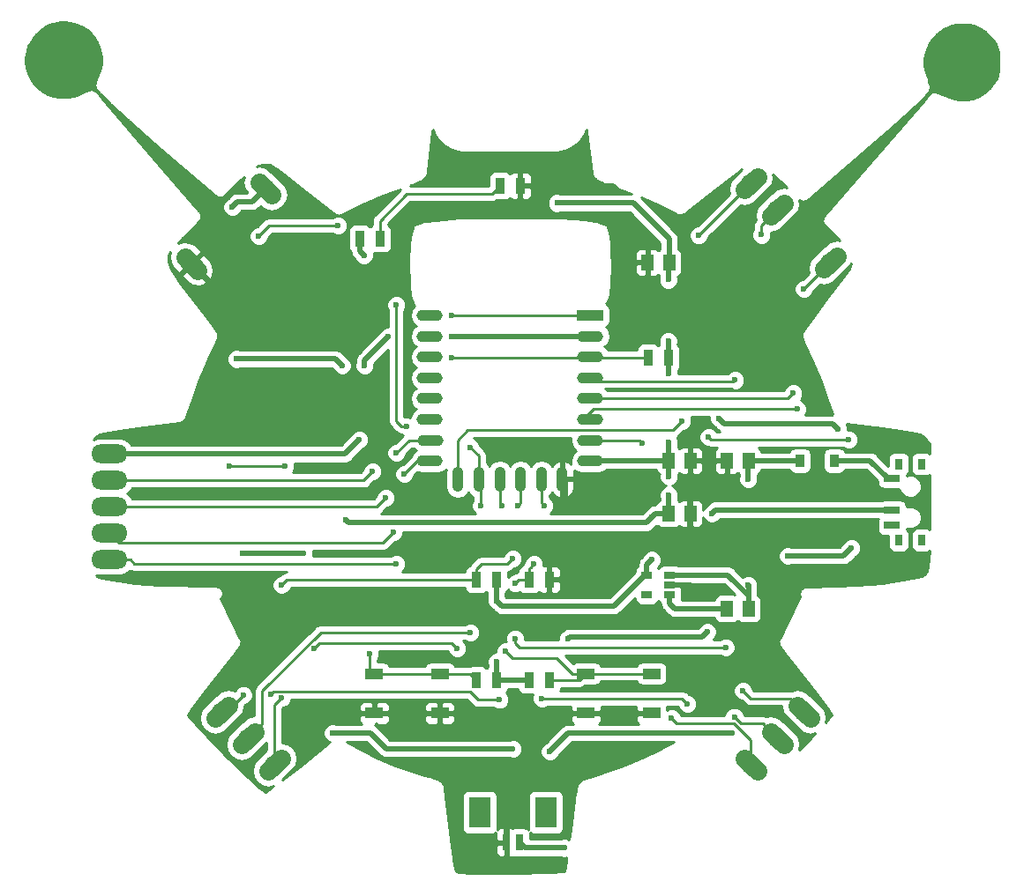
<source format=gbr>
G04 #@! TF.GenerationSoftware,KiCad,Pcbnew,5.0.0-rc2-dev-unknown-952aa7a~63~ubuntu16.04.1*
G04 #@! TF.CreationDate,2018-03-29T23:45:57+02:00*
G04 #@! TF.ProjectId,ripolab_pcb,7269706F6C61625F7063622E6B696361,rev?*
G04 #@! TF.SameCoordinates,Original*
G04 #@! TF.FileFunction,Copper,L2,Bot,Signal*
G04 #@! TF.FilePolarity,Positive*
%FSLAX46Y46*%
G04 Gerber Fmt 4.6, Leading zero omitted, Abs format (unit mm)*
G04 Created by KiCad (PCBNEW 5.0.0-rc2-dev-unknown-952aa7a~63~ubuntu16.04.1) date Thu Mar 29 23:45:57 2018*
%MOMM*%
%LPD*%
G01*
G04 APERTURE LIST*
%ADD10C,1.800000*%
%ADD11C,1.800000*%
%ADD12R,0.900000X1.200000*%
%ADD13R,0.970000X1.500000*%
%ADD14R,1.700000X1.000000*%
%ADD15R,2.500000X1.100000*%
%ADD16O,2.500000X1.100000*%
%ADD17O,1.100000X2.400000*%
%ADD18O,3.500000X1.800000*%
%ADD19R,1.145000X1.500000*%
%ADD20R,0.800000X1.600000*%
%ADD21R,2.100000X3.000000*%
%ADD22R,1.060000X0.650000*%
%ADD23R,1.500000X0.700000*%
%ADD24R,0.800000X1.000000*%
%ADD25C,0.600000*%
%ADD26C,0.250000*%
%ADD27C,0.500000*%
%ADD28C,0.254000*%
G04 APERTURE END LIST*
D10*
X123571000Y-66548000D03*
D11*
X122969959Y-65946959D02*
X124172041Y-67149041D01*
D12*
X178180000Y-92710000D03*
X174880000Y-92710000D03*
D10*
X116459000Y-73787000D03*
D11*
X115857959Y-73185959D02*
X117060041Y-74388041D01*
D13*
X148021000Y-66294000D03*
X146111000Y-66294000D03*
D14*
X160630000Y-113162000D03*
X154330000Y-113162000D03*
X160630000Y-116962000D03*
X154330000Y-116962000D03*
X134010000Y-116962000D03*
X140310000Y-116962000D03*
X134010000Y-113162000D03*
X140310000Y-113162000D03*
D15*
X154751000Y-78740000D03*
D16*
X154751000Y-80740000D03*
X154751000Y-82740000D03*
X154751000Y-84740000D03*
X154751000Y-86740000D03*
X154751000Y-88740000D03*
X154751000Y-90740000D03*
X154751000Y-92740000D03*
D17*
X152061000Y-94490000D03*
X150061000Y-94490000D03*
X148061000Y-94490000D03*
X146061000Y-94490000D03*
X144061000Y-94490000D03*
X142061000Y-94490000D03*
D16*
X139351000Y-92740000D03*
X139451000Y-90740000D03*
X139351000Y-88740000D03*
X139351000Y-86740000D03*
X139351000Y-84740000D03*
X139351000Y-82740000D03*
X139351000Y-80740000D03*
X139351000Y-78740000D03*
D18*
X108585000Y-97129600D03*
X108585000Y-94589600D03*
X108585000Y-102209600D03*
X108585000Y-99669600D03*
X108585000Y-92049600D03*
D10*
X175260000Y-116840000D03*
D11*
X175861041Y-117441041D02*
X174658959Y-116238959D01*
D10*
X172720000Y-119380000D03*
D11*
X173321041Y-119981041D02*
X172118959Y-118778959D01*
D10*
X172720000Y-68580000D03*
D11*
X173321041Y-67978959D02*
X172118959Y-69181041D01*
D10*
X170180000Y-121920000D03*
D11*
X170781041Y-122521041D02*
X169578959Y-121318959D01*
D10*
X177800000Y-73660000D03*
D11*
X178401041Y-73058959D02*
X177198959Y-74261041D01*
D10*
X170180000Y-66040000D03*
D11*
X170781041Y-65438959D02*
X169578959Y-66641041D01*
D10*
X124460000Y-121920000D03*
D11*
X123858959Y-122521041D02*
X125061041Y-121318959D01*
D10*
X119380000Y-116840000D03*
D11*
X118778959Y-117441041D02*
X119981041Y-116238959D01*
D10*
X121920000Y-119380000D03*
D11*
X121318959Y-119981041D02*
X122521041Y-118778959D01*
D19*
X164364500Y-97790000D03*
X162279500Y-97790000D03*
X162279500Y-92710000D03*
X164364500Y-92710000D03*
X160247500Y-73660000D03*
X162332500Y-73660000D03*
D20*
X146695000Y-129400000D03*
X147945000Y-129400000D03*
D21*
X144145000Y-126500000D03*
X150495000Y-126500000D03*
D13*
X160335000Y-82804000D03*
X162245000Y-82804000D03*
X148905000Y-113792000D03*
X150815000Y-113792000D03*
X150815000Y-104140000D03*
X148905000Y-104140000D03*
X145735000Y-113792000D03*
X143825000Y-113792000D03*
X143825000Y-104140000D03*
X145735000Y-104140000D03*
X132649000Y-71374000D03*
X134559000Y-71374000D03*
D22*
X162390000Y-103698000D03*
X162390000Y-104648000D03*
X162390000Y-105598000D03*
X160190000Y-105598000D03*
X160190000Y-103698000D03*
D23*
X183720000Y-94430000D03*
X183720000Y-97430000D03*
X183720000Y-98930000D03*
D24*
X186580000Y-93030000D03*
X186580000Y-100330000D03*
X184370000Y-100330000D03*
X184370000Y-93030000D03*
D19*
X169952500Y-92710000D03*
X167867500Y-92710000D03*
X169952500Y-106934000D03*
X167867500Y-106934000D03*
D25*
X122936010Y-71120000D03*
X130556004Y-70104000D03*
X120396000Y-68326000D03*
X120777000Y-82931000D03*
X130937000Y-83566000D03*
X131318000Y-98425000D03*
X133032500Y-72961500D03*
X151574502Y-67945000D03*
X162242500Y-75311000D03*
X162242500Y-81216500D03*
X160654990Y-98171000D03*
X160655000Y-102235000D03*
X147320000Y-120396000D03*
X130048000Y-118872000D03*
X167132000Y-88646000D03*
X178562000Y-89662000D03*
X179832000Y-101092000D03*
X173736000Y-101854000D03*
X168402000Y-118872000D03*
X150876000Y-120650000D03*
X127254000Y-101599998D03*
X121412000Y-101600000D03*
X162306000Y-94234000D03*
X162306000Y-96012000D03*
X162306000Y-84328000D03*
X162306000Y-90932000D03*
X145796000Y-112014000D03*
X145796000Y-106172000D03*
X125120400Y-115519200D03*
X125120400Y-104648000D03*
X147320000Y-102108000D03*
X147828000Y-97028000D03*
X152400000Y-97028000D03*
X152400000Y-103632000D03*
X157924500Y-71882000D03*
X157353000Y-66738500D03*
X146685000Y-127254000D03*
X146304000Y-123761500D03*
X144272000Y-122999500D03*
X144653000Y-109283500D03*
X164846000Y-108013500D03*
X164338000Y-99314000D03*
X164338000Y-104648000D03*
X164338000Y-96139000D03*
X164338000Y-94234000D03*
X125476000Y-93218000D03*
X120142000Y-93218000D03*
X141986000Y-110744000D03*
X128270000Y-110744000D03*
X164084000Y-116078000D03*
X150114000Y-115570000D03*
X152273000Y-129921000D03*
X152590500Y-109855000D03*
X165989000Y-109156500D03*
X166433500Y-97790000D03*
X133604000Y-111252000D03*
X141478000Y-78740000D03*
X133858000Y-93726000D03*
X141478000Y-80772000D03*
X135382000Y-80772000D03*
X133096000Y-83566000D03*
X132588000Y-90678000D03*
X141478000Y-82804000D03*
X135128000Y-96266000D03*
X168656000Y-84963000D03*
X169418000Y-114808000D03*
X171196000Y-70993000D03*
X174244000Y-86233000D03*
X174625000Y-87757000D03*
X175260000Y-76200000D03*
X159766000Y-91059000D03*
X162560002Y-117475000D03*
X168579800Y-117322600D03*
X167767000Y-110642400D03*
X147548600Y-109778800D03*
X147548600Y-104495600D03*
X150368016Y-97028000D03*
X149352000Y-102616000D03*
X121462800Y-115214400D03*
X124053600Y-115189000D03*
X146050000Y-115671600D03*
X146646000Y-110998000D03*
X146304000Y-97028000D03*
X143256000Y-91440000D03*
X137160000Y-89408000D03*
X136144000Y-77724000D03*
X143256000Y-109220000D03*
X144272000Y-97028000D03*
X165163496Y-71056500D03*
X163576000Y-88900000D03*
X136144000Y-102616000D03*
X136906000Y-93980000D03*
X136144000Y-91948000D03*
X135890000Y-99568000D03*
X166116000Y-90424000D03*
X179578000Y-90678000D03*
X169926000Y-94488000D03*
X169926000Y-104648000D03*
D26*
X130131740Y-70104000D02*
X130556004Y-70104000D01*
X122936010Y-71120000D02*
X123952010Y-70104000D01*
X123952010Y-70104000D02*
X130131740Y-70104000D01*
D27*
X145796000Y-106172000D02*
X146304000Y-106680000D01*
X146304000Y-106680000D02*
X157003000Y-106680000D01*
X159985000Y-103698000D02*
X160190000Y-103698000D01*
X157003000Y-106680000D02*
X159985000Y-103698000D01*
X120904000Y-67818000D02*
X122301000Y-67818000D01*
X122301000Y-67818000D02*
X123571000Y-66548000D01*
X120396000Y-68326000D02*
X120904000Y-67818000D01*
X130637001Y-83266001D02*
X130302000Y-82931000D01*
X130302000Y-82931000D02*
X120777000Y-82931000D01*
X130937000Y-83566000D02*
X130637001Y-83266001D01*
X160146990Y-98679000D02*
X131572000Y-98679000D01*
X131572000Y-98679000D02*
X131318000Y-98425000D01*
X160654990Y-98171000D02*
X160146990Y-98679000D01*
X132649000Y-71374000D02*
X132649000Y-72578000D01*
X132649000Y-72578000D02*
X133032500Y-72961500D01*
X162332500Y-73660000D02*
X162332500Y-71400500D01*
X162332500Y-71400500D02*
X158877000Y-67945000D01*
X158877000Y-67945000D02*
X151998766Y-67945000D01*
X151998766Y-67945000D02*
X151574502Y-67945000D01*
X162242500Y-75311000D02*
X162242500Y-73750000D01*
X162242500Y-73750000D02*
X162332500Y-73660000D01*
X162245000Y-82804000D02*
X162245000Y-81219000D01*
X162245000Y-81219000D02*
X162242500Y-81216500D01*
X162279500Y-97790000D02*
X161035990Y-97790000D01*
X161035990Y-97790000D02*
X160954989Y-97871001D01*
X160954989Y-97871001D02*
X160654990Y-98171000D01*
X160190000Y-103698000D02*
X160190000Y-102700000D01*
X160190000Y-102700000D02*
X160355001Y-102534999D01*
X160355001Y-102534999D02*
X160655000Y-102235000D01*
X135149999Y-120396000D02*
X133625999Y-118872000D01*
X133625999Y-118872000D02*
X130048000Y-118872000D01*
X147320000Y-120396000D02*
X135149999Y-120396000D01*
X178054000Y-89154000D02*
X167640000Y-89154000D01*
X167640000Y-89154000D02*
X167132000Y-88646000D01*
X178562000Y-89662000D02*
X178054000Y-89154000D01*
X173736000Y-101854000D02*
X179070000Y-101854000D01*
X179070000Y-101854000D02*
X179832000Y-101092000D01*
X150876000Y-120650000D02*
X152654000Y-118872000D01*
X152654000Y-118872000D02*
X168402000Y-118872000D01*
X127253998Y-101600000D02*
X127254000Y-101599998D01*
X121412000Y-101600000D02*
X127253998Y-101600000D01*
X162306000Y-94234000D02*
X162306000Y-92736500D01*
X162306000Y-92736500D02*
X162279500Y-92710000D01*
X162279500Y-97790000D02*
X162279500Y-96038500D01*
X162279500Y-96038500D02*
X162306000Y-96012000D01*
X162306000Y-84328000D02*
X162306000Y-82865000D01*
X162306000Y-82865000D02*
X162245000Y-82804000D01*
X162279500Y-92710000D02*
X162279500Y-90958500D01*
X162279500Y-90958500D02*
X162306000Y-90932000D01*
X145796000Y-112014000D02*
X145796000Y-113731000D01*
X145796000Y-113731000D02*
X145735000Y-113792000D01*
X145735000Y-104140000D02*
X145735000Y-106111000D01*
X145735000Y-106111000D02*
X145796000Y-106172000D01*
X145735000Y-113792000D02*
X148905000Y-113792000D01*
X162279500Y-92710000D02*
X154081000Y-92710000D01*
X154081000Y-92710000D02*
X154051000Y-92740000D01*
D26*
X124460000Y-121920000D02*
X124460000Y-116179600D01*
X124460000Y-116179600D02*
X125120400Y-115519200D01*
X143825000Y-104140000D02*
X125628400Y-104140000D01*
X125628400Y-104140000D02*
X125120400Y-104648000D01*
X146812000Y-102616000D02*
X144349000Y-102616000D01*
X144349000Y-102616000D02*
X143825000Y-103140000D01*
X143825000Y-103140000D02*
X143825000Y-104140000D01*
X147320000Y-102108000D02*
X146812000Y-102616000D01*
X148061000Y-94490000D02*
X148061000Y-96795000D01*
X148061000Y-96795000D02*
X147828000Y-97028000D01*
D27*
X152400000Y-97028000D02*
X152400000Y-94829000D01*
X152400000Y-94829000D02*
X152061000Y-94490000D01*
X150815000Y-104140000D02*
X151892000Y-104140000D01*
X151892000Y-104140000D02*
X152400000Y-103632000D01*
X144272000Y-122999500D02*
X145034000Y-123761500D01*
X145034000Y-123761500D02*
X146304000Y-123761500D01*
X157924500Y-71882000D02*
X157924500Y-72409500D01*
X159175000Y-73660000D02*
X160247500Y-73660000D01*
X157924500Y-72409500D02*
X159175000Y-73660000D01*
X148021000Y-66294000D02*
X156882930Y-66294000D01*
X156882930Y-66294000D02*
X156923821Y-66309321D01*
X156923821Y-66309321D02*
X157353000Y-66738500D01*
X146685000Y-127254000D02*
X146685000Y-129390000D01*
X146685000Y-129390000D02*
X146695000Y-129400000D01*
X164546001Y-108313499D02*
X145623001Y-108313499D01*
X145623001Y-108313499D02*
X144653000Y-109283500D01*
X164846000Y-108013500D02*
X164546001Y-108313499D01*
X164338000Y-99314000D02*
X164338000Y-97816500D01*
X164338000Y-97816500D02*
X164364500Y-97790000D01*
X162390000Y-104648000D02*
X164338000Y-104648000D01*
X164338000Y-96139000D02*
X164338000Y-97763500D01*
X164338000Y-97763500D02*
X164364500Y-97790000D01*
X164364500Y-92710000D02*
X164364500Y-94207500D01*
X164364500Y-94207500D02*
X164338000Y-94234000D01*
X164364500Y-92710000D02*
X167867500Y-92710000D01*
D26*
X120142000Y-93218000D02*
X125476000Y-93218000D01*
X128270000Y-110744000D02*
X128778000Y-110236000D01*
X128778000Y-110236000D02*
X141478000Y-110236000D01*
X141478000Y-110236000D02*
X141986000Y-110744000D01*
X150114000Y-115570000D02*
X163576000Y-115570000D01*
X163576000Y-115570000D02*
X164084000Y-116078000D01*
D27*
X152273000Y-129921000D02*
X148466000Y-129921000D01*
X148466000Y-129921000D02*
X147945000Y-129400000D01*
X165481000Y-109664500D02*
X152781000Y-109664500D01*
X152781000Y-109664500D02*
X152590500Y-109855000D01*
X165689001Y-109456499D02*
X165481000Y-109664500D01*
X165989000Y-109156500D02*
X165689001Y-109456499D01*
X183720000Y-97430000D02*
X166793500Y-97430000D01*
X166793500Y-97430000D02*
X166433500Y-97790000D01*
X178180000Y-92710000D02*
X181600000Y-92710000D01*
X181600000Y-92710000D02*
X183320000Y-94430000D01*
X183320000Y-94430000D02*
X183720000Y-94430000D01*
D26*
X134010000Y-113162000D02*
X140310000Y-113162000D01*
X133604000Y-111252000D02*
X133604000Y-112756000D01*
X133604000Y-112756000D02*
X134010000Y-113162000D01*
X154051000Y-78740000D02*
X141478000Y-78740000D01*
X108585000Y-94589600D02*
X132994400Y-94589600D01*
X132994400Y-94589600D02*
X133858000Y-93726000D01*
X140310000Y-113162000D02*
X143195000Y-113162000D01*
X143195000Y-113162000D02*
X143825000Y-113792000D01*
D27*
X141478000Y-80772000D02*
X154019000Y-80772000D01*
X154019000Y-80772000D02*
X154051000Y-80740000D01*
X133096000Y-83566000D02*
X133096000Y-83058000D01*
X133096000Y-83058000D02*
X135382000Y-80772000D01*
X108585000Y-92049600D02*
X131216400Y-92049600D01*
X131216400Y-92049600D02*
X132588000Y-90678000D01*
D26*
X141478000Y-82804000D02*
X153987000Y-82804000D01*
X153987000Y-82804000D02*
X154051000Y-82740000D01*
X108585000Y-97129600D02*
X134264400Y-97129600D01*
X134264400Y-97129600D02*
X135128000Y-96266000D01*
X154051000Y-82740000D02*
X154115000Y-82804000D01*
X154115000Y-82804000D02*
X160335000Y-82804000D01*
X168656000Y-84963000D02*
X168565999Y-85053001D01*
X168565999Y-85053001D02*
X154364001Y-85053001D01*
X154364001Y-85053001D02*
X154051000Y-84740000D01*
X175260000Y-116840000D02*
X173951853Y-115531853D01*
X173951853Y-115531853D02*
X170141853Y-115531853D01*
X170141853Y-115531853D02*
X169418000Y-114808000D01*
X171196000Y-70568736D02*
X171196000Y-70993000D01*
X171196000Y-70104000D02*
X171196000Y-70568736D01*
X172720000Y-68580000D02*
X171196000Y-70104000D01*
X154051000Y-86740000D02*
X173737000Y-86740000D01*
X173737000Y-86740000D02*
X174244000Y-86233000D01*
X174200736Y-87757000D02*
X174625000Y-87757000D01*
X155034000Y-87757000D02*
X174200736Y-87757000D01*
X154051000Y-88740000D02*
X155034000Y-87757000D01*
X175260000Y-76200000D02*
X175559999Y-75900001D01*
X175559999Y-75900001D02*
X177800000Y-73660000D01*
X159466001Y-90759001D02*
X159766000Y-91059000D01*
X159447000Y-90740000D02*
X159466001Y-90759001D01*
X154051000Y-90740000D02*
X159447000Y-90740000D01*
X163032603Y-117947601D02*
X162860001Y-117774999D01*
X170180000Y-119576998D02*
X168550603Y-117947601D01*
X162860001Y-117774999D02*
X162560002Y-117475000D01*
X170180000Y-121920000D02*
X170180000Y-119576998D01*
X168550603Y-117947601D02*
X163032603Y-117947601D01*
X169240200Y-117983000D02*
X171323000Y-117983000D01*
X171323000Y-117983000D02*
X172720000Y-119380000D01*
X168579800Y-117322600D02*
X169240200Y-117983000D01*
X147548600Y-110261400D02*
X147929600Y-110642400D01*
X147929600Y-110642400D02*
X167767000Y-110642400D01*
X147548600Y-109778800D02*
X147548600Y-110261400D01*
X148905000Y-104140000D02*
X147904200Y-104140000D01*
X147904200Y-104140000D02*
X147548600Y-104495600D01*
X148905000Y-103063000D02*
X149052001Y-102915999D01*
X150068017Y-96728001D02*
X150368016Y-97028000D01*
X150061000Y-96720984D02*
X150068017Y-96728001D01*
X150061000Y-94490000D02*
X150061000Y-96720984D01*
X148905000Y-104140000D02*
X148905000Y-103063000D01*
X149052001Y-102915999D02*
X149352000Y-102616000D01*
X154330000Y-113162000D02*
X160630000Y-113162000D01*
X121462800Y-115214400D02*
X119837200Y-116840000D01*
X119837200Y-116840000D02*
X119380000Y-116840000D01*
X144005599Y-115671600D02*
X143228198Y-114894199D01*
X124348401Y-114894199D02*
X124053600Y-115189000D01*
X143228198Y-114894199D02*
X124348401Y-114894199D01*
X146050000Y-115671600D02*
X144005599Y-115671600D01*
X146061000Y-96785000D02*
X146304000Y-97028000D01*
X146646000Y-110998000D02*
X147320000Y-111672000D01*
X147320000Y-111672000D02*
X151550000Y-111672000D01*
X153040000Y-113162000D02*
X154330000Y-113162000D01*
X151550000Y-111672000D02*
X153040000Y-113162000D01*
X146061000Y-94490000D02*
X146061000Y-96785000D01*
X150815000Y-113792000D02*
X153700000Y-113792000D01*
X153700000Y-113792000D02*
X154330000Y-113162000D01*
X144061000Y-94490000D02*
X144061000Y-92245000D01*
X144061000Y-92245000D02*
X143256000Y-91440000D01*
X136652000Y-89408000D02*
X136144000Y-88900000D01*
X137160000Y-89408000D02*
X136652000Y-89408000D01*
X136144000Y-88900000D02*
X136144000Y-77724000D01*
X123240800Y-114848198D02*
X128868998Y-109220000D01*
X123240800Y-118059200D02*
X123240800Y-114848198D01*
X121920000Y-119380000D02*
X123240800Y-118059200D01*
X128868998Y-109220000D02*
X142831736Y-109220000D01*
X142831736Y-109220000D02*
X143256000Y-109220000D01*
X144272000Y-97028000D02*
X144272000Y-94701000D01*
X144272000Y-94701000D02*
X144061000Y-94490000D01*
X165163500Y-71056500D02*
X165163496Y-71056500D01*
X170180000Y-66040000D02*
X165163500Y-71056500D01*
X142061000Y-90730000D02*
X142061000Y-93040000D01*
X163576000Y-88900000D02*
X162687000Y-89789000D01*
X162687000Y-89789000D02*
X143002000Y-89789000D01*
X142061000Y-93040000D02*
X142061000Y-94490000D01*
X143002000Y-89789000D02*
X142061000Y-90730000D01*
X110585000Y-102209600D02*
X110991400Y-102616000D01*
X110991400Y-102616000D02*
X136144000Y-102616000D01*
X108585000Y-102209600D02*
X110585000Y-102209600D01*
X138146000Y-92740000D02*
X136906000Y-93980000D01*
X140051000Y-92740000D02*
X138146000Y-92740000D01*
X135890000Y-99568000D02*
X134874000Y-100584000D01*
X137352000Y-90740000D02*
X136144000Y-91948000D01*
X140051000Y-90740000D02*
X137352000Y-90740000D01*
X109499400Y-100584000D02*
X108585000Y-99669600D01*
X134874000Y-100584000D02*
X109499400Y-100584000D01*
X134559000Y-71374000D02*
X134559000Y-69657000D01*
X137160000Y-67056000D02*
X145349000Y-67056000D01*
X134559000Y-69657000D02*
X137160000Y-67056000D01*
X145349000Y-67056000D02*
X146111000Y-66294000D01*
D27*
X162390000Y-105598000D02*
X162390000Y-106423000D01*
X162901000Y-106934000D02*
X166795000Y-106934000D01*
X162390000Y-106423000D02*
X162901000Y-106934000D01*
X166795000Y-106934000D02*
X167867500Y-106934000D01*
D26*
X179578000Y-90678000D02*
X166370000Y-90678000D01*
X166370000Y-90678000D02*
X166116000Y-90424000D01*
D27*
X169926000Y-94488000D02*
X169926000Y-92736500D01*
X169926000Y-92736500D02*
X169952500Y-92710000D01*
X169952500Y-106934000D02*
X169952500Y-104674500D01*
X169952500Y-104674500D02*
X169926000Y-104648000D01*
X162390000Y-103698000D02*
X167966500Y-103698000D01*
X167966500Y-103698000D02*
X169952500Y-105684000D01*
X169952500Y-105684000D02*
X169952500Y-106934000D01*
X174880000Y-92710000D02*
X169952500Y-92710000D01*
D28*
G36*
X147821843Y-114789765D02*
X147962191Y-114999809D01*
X148172235Y-115140157D01*
X148420000Y-115189440D01*
X149259596Y-115189440D01*
X149179000Y-115384017D01*
X149179000Y-115755983D01*
X149321345Y-116099635D01*
X149584365Y-116362655D01*
X149928017Y-116505000D01*
X150299983Y-116505000D01*
X150643635Y-116362655D01*
X150676290Y-116330000D01*
X152847357Y-116330000D01*
X152845000Y-116335690D01*
X152845000Y-116676250D01*
X153003750Y-116835000D01*
X154203000Y-116835000D01*
X154203000Y-116815000D01*
X154457000Y-116815000D01*
X154457000Y-116835000D01*
X155656250Y-116835000D01*
X155815000Y-116676250D01*
X155815000Y-116335690D01*
X155812643Y-116330000D01*
X159147357Y-116330000D01*
X159145000Y-116335690D01*
X159145000Y-116676250D01*
X159303750Y-116835000D01*
X160503000Y-116835000D01*
X160503000Y-116815000D01*
X160757000Y-116815000D01*
X160757000Y-116835000D01*
X160777000Y-116835000D01*
X160777000Y-117089000D01*
X160757000Y-117089000D01*
X160757000Y-117109000D01*
X160503000Y-117109000D01*
X160503000Y-117089000D01*
X159303750Y-117089000D01*
X159145000Y-117247750D01*
X159145000Y-117588310D01*
X159241673Y-117821699D01*
X159406975Y-117987000D01*
X155553025Y-117987000D01*
X155718327Y-117821699D01*
X155815000Y-117588310D01*
X155815000Y-117247750D01*
X155656250Y-117089000D01*
X154457000Y-117089000D01*
X154457000Y-117109000D01*
X154203000Y-117109000D01*
X154203000Y-117089000D01*
X153003750Y-117089000D01*
X152845000Y-117247750D01*
X152845000Y-117588310D01*
X152941673Y-117821699D01*
X153106975Y-117987000D01*
X152741161Y-117987000D01*
X152654000Y-117969663D01*
X152566839Y-117987000D01*
X152566835Y-117987000D01*
X152308690Y-118038348D01*
X152089845Y-118184576D01*
X152089844Y-118184577D01*
X152015951Y-118233951D01*
X151966577Y-118307844D01*
X150467077Y-119807344D01*
X150346365Y-119857345D01*
X150083345Y-120120365D01*
X149941000Y-120464017D01*
X149941000Y-120835983D01*
X150083345Y-121179635D01*
X150346365Y-121442655D01*
X150690017Y-121585000D01*
X151061983Y-121585000D01*
X151405635Y-121442655D01*
X151668655Y-121179635D01*
X151718656Y-121058923D01*
X153020579Y-119757000D01*
X162757782Y-119757000D01*
X160966078Y-120665514D01*
X159894047Y-121174735D01*
X158674064Y-121699534D01*
X157457697Y-122177567D01*
X156392514Y-122548079D01*
X154771461Y-123080171D01*
X154754932Y-123082998D01*
X154707460Y-123101179D01*
X154659192Y-123117022D01*
X154644595Y-123125254D01*
X153922612Y-123401756D01*
X153800525Y-123445923D01*
X153744967Y-123496634D01*
X153681319Y-123536724D01*
X153645298Y-123587609D01*
X153599253Y-123629637D01*
X153567332Y-123697747D01*
X153523868Y-123759145D01*
X153495111Y-123885778D01*
X153414120Y-124213995D01*
X153404395Y-124240016D01*
X153397993Y-124279351D01*
X153388450Y-124318026D01*
X153387185Y-124345765D01*
X153251601Y-125178870D01*
X153248413Y-125188204D01*
X153240780Y-125245359D01*
X153231513Y-125302301D01*
X153231859Y-125312163D01*
X152843634Y-128219167D01*
X152720310Y-129094245D01*
X152458983Y-128986000D01*
X152087017Y-128986000D01*
X151966306Y-129036000D01*
X148992440Y-129036000D01*
X148992440Y-128600000D01*
X148954393Y-128408724D01*
X148987191Y-128457809D01*
X149197235Y-128598157D01*
X149445000Y-128647440D01*
X151545000Y-128647440D01*
X151792765Y-128598157D01*
X152002809Y-128457809D01*
X152143157Y-128247765D01*
X152192440Y-128000000D01*
X152192440Y-125000000D01*
X152143157Y-124752235D01*
X152002809Y-124542191D01*
X151792765Y-124401843D01*
X151545000Y-124352560D01*
X149445000Y-124352560D01*
X149197235Y-124401843D01*
X148987191Y-124542191D01*
X148846843Y-124752235D01*
X148797560Y-125000000D01*
X148797560Y-128000000D01*
X148835607Y-128191276D01*
X148802809Y-128142191D01*
X148592765Y-128001843D01*
X148345000Y-127952560D01*
X147545000Y-127952560D01*
X147306032Y-128000093D01*
X147221309Y-127965000D01*
X146980750Y-127965000D01*
X146822000Y-128123750D01*
X146822000Y-129273000D01*
X146842000Y-129273000D01*
X146842000Y-129527000D01*
X146822000Y-129527000D01*
X146822000Y-130676250D01*
X146980750Y-130835000D01*
X147221309Y-130835000D01*
X147306032Y-130799907D01*
X147545000Y-130847440D01*
X148345000Y-130847440D01*
X148553335Y-130806000D01*
X151966306Y-130806000D01*
X152087017Y-130856000D01*
X152458983Y-130856000D01*
X152472838Y-130850261D01*
X152421305Y-131215930D01*
X152248569Y-132146138D01*
X152240120Y-132174542D01*
X152148479Y-132188697D01*
X150911112Y-132278761D01*
X147161125Y-132359974D01*
X143374258Y-132298445D01*
X142088239Y-132214631D01*
X141847272Y-132181260D01*
X141699334Y-131584491D01*
X141497810Y-130320182D01*
X141415971Y-129685750D01*
X145660000Y-129685750D01*
X145660000Y-130326310D01*
X145756673Y-130559699D01*
X145935302Y-130738327D01*
X146168691Y-130835000D01*
X146409250Y-130835000D01*
X146568000Y-130676250D01*
X146568000Y-129527000D01*
X145818750Y-129527000D01*
X145660000Y-129685750D01*
X141415971Y-129685750D01*
X141240900Y-128328574D01*
X140852368Y-125000000D01*
X142447560Y-125000000D01*
X142447560Y-128000000D01*
X142496843Y-128247765D01*
X142637191Y-128457809D01*
X142847235Y-128598157D01*
X143095000Y-128647440D01*
X145195000Y-128647440D01*
X145442765Y-128598157D01*
X145652809Y-128457809D01*
X145689035Y-128403593D01*
X145660000Y-128473690D01*
X145660000Y-129114250D01*
X145818750Y-129273000D01*
X146568000Y-129273000D01*
X146568000Y-128123750D01*
X146409250Y-127965000D01*
X146168691Y-127965000D01*
X145935302Y-128061673D01*
X145804069Y-128192905D01*
X145842440Y-128000000D01*
X145842440Y-125000000D01*
X145793157Y-124752235D01*
X145652809Y-124542191D01*
X145442765Y-124401843D01*
X145195000Y-124352560D01*
X143095000Y-124352560D01*
X142847235Y-124401843D01*
X142637191Y-124542191D01*
X142496843Y-124752235D01*
X142447560Y-125000000D01*
X140852368Y-125000000D01*
X140755066Y-124166412D01*
X140756201Y-124162217D01*
X140739301Y-124031357D01*
X140731952Y-123968396D01*
X140730650Y-123964366D01*
X140721298Y-123891953D01*
X140689159Y-123835968D01*
X140669309Y-123774541D01*
X140621977Y-123718941D01*
X140619870Y-123715271D01*
X140578237Y-123667561D01*
X140541474Y-123624376D01*
X140510640Y-123569718D01*
X140454446Y-123525701D01*
X140452738Y-123523743D01*
X140401363Y-123484120D01*
X140350260Y-123444090D01*
X140347940Y-123442917D01*
X140291418Y-123399324D01*
X140227532Y-123382037D01*
X140084742Y-123309840D01*
X140033519Y-123282184D01*
X140024631Y-123279447D01*
X140016334Y-123275252D01*
X139960270Y-123259628D01*
X139326522Y-123064479D01*
X139321797Y-123062021D01*
X139262097Y-123044640D01*
X139202666Y-123026340D01*
X139197367Y-123025796D01*
X137802170Y-122619612D01*
X136062717Y-121982807D01*
X134263556Y-121222363D01*
X132650126Y-120434953D01*
X131379862Y-119757000D01*
X133259421Y-119757000D01*
X134462576Y-120960156D01*
X134511950Y-121034049D01*
X134585843Y-121083423D01*
X134585844Y-121083424D01*
X134630295Y-121113125D01*
X134804689Y-121229652D01*
X135062834Y-121281000D01*
X135062838Y-121281000D01*
X135149998Y-121298337D01*
X135237158Y-121281000D01*
X147013306Y-121281000D01*
X147134017Y-121331000D01*
X147505983Y-121331000D01*
X147849635Y-121188655D01*
X148112655Y-120925635D01*
X148255000Y-120581983D01*
X148255000Y-120210017D01*
X148112655Y-119866365D01*
X147849635Y-119603345D01*
X147505983Y-119461000D01*
X147134017Y-119461000D01*
X147013306Y-119511000D01*
X135516578Y-119511000D01*
X134313424Y-118307847D01*
X134264048Y-118233951D01*
X134059087Y-118097000D01*
X134137002Y-118097000D01*
X134137002Y-117938252D01*
X134295750Y-118097000D01*
X134986309Y-118097000D01*
X135219698Y-118000327D01*
X135398327Y-117821699D01*
X135495000Y-117588310D01*
X135495000Y-117247750D01*
X138825000Y-117247750D01*
X138825000Y-117588310D01*
X138921673Y-117821699D01*
X139100302Y-118000327D01*
X139333691Y-118097000D01*
X140024250Y-118097000D01*
X140183000Y-117938250D01*
X140183000Y-117089000D01*
X140437000Y-117089000D01*
X140437000Y-117938250D01*
X140595750Y-118097000D01*
X141286309Y-118097000D01*
X141519698Y-118000327D01*
X141698327Y-117821699D01*
X141795000Y-117588310D01*
X141795000Y-117247750D01*
X141636250Y-117089000D01*
X140437000Y-117089000D01*
X140183000Y-117089000D01*
X138983750Y-117089000D01*
X138825000Y-117247750D01*
X135495000Y-117247750D01*
X135336250Y-117089000D01*
X134137000Y-117089000D01*
X134137000Y-117109000D01*
X133883000Y-117109000D01*
X133883000Y-117089000D01*
X132683750Y-117089000D01*
X132525000Y-117247750D01*
X132525000Y-117588310D01*
X132621673Y-117821699D01*
X132786975Y-117987000D01*
X130354694Y-117987000D01*
X130233983Y-117937000D01*
X129862017Y-117937000D01*
X129518365Y-118079345D01*
X129255345Y-118342365D01*
X129113000Y-118686017D01*
X129113000Y-119057983D01*
X129255345Y-119401635D01*
X129518365Y-119664655D01*
X129759459Y-119764519D01*
X126838583Y-122078791D01*
X125223008Y-123327809D01*
X126253351Y-122297466D01*
X126506979Y-121917886D01*
X126626113Y-121318959D01*
X126506979Y-120720032D01*
X126167714Y-120212286D01*
X125659968Y-119873021D01*
X125220000Y-119785506D01*
X125220000Y-116494401D01*
X125260201Y-116454200D01*
X125306383Y-116454200D01*
X125592492Y-116335690D01*
X132525000Y-116335690D01*
X132525000Y-116676250D01*
X132683750Y-116835000D01*
X133883000Y-116835000D01*
X133883000Y-115985750D01*
X134137000Y-115985750D01*
X134137000Y-116835000D01*
X135336250Y-116835000D01*
X135495000Y-116676250D01*
X135495000Y-116335690D01*
X138825000Y-116335690D01*
X138825000Y-116676250D01*
X138983750Y-116835000D01*
X140183000Y-116835000D01*
X140183000Y-115985750D01*
X140437000Y-115985750D01*
X140437000Y-116835000D01*
X141636250Y-116835000D01*
X141795000Y-116676250D01*
X141795000Y-116335690D01*
X141698327Y-116102301D01*
X141519698Y-115923673D01*
X141286309Y-115827000D01*
X140595750Y-115827000D01*
X140437000Y-115985750D01*
X140183000Y-115985750D01*
X140024250Y-115827000D01*
X139333691Y-115827000D01*
X139100302Y-115923673D01*
X138921673Y-116102301D01*
X138825000Y-116335690D01*
X135495000Y-116335690D01*
X135398327Y-116102301D01*
X135219698Y-115923673D01*
X134986309Y-115827000D01*
X134295750Y-115827000D01*
X134137000Y-115985750D01*
X133883000Y-115985750D01*
X133724250Y-115827000D01*
X133033691Y-115827000D01*
X132800302Y-115923673D01*
X132621673Y-116102301D01*
X132525000Y-116335690D01*
X125592492Y-116335690D01*
X125650035Y-116311855D01*
X125913055Y-116048835D01*
X126055400Y-115705183D01*
X126055400Y-115654199D01*
X142913397Y-115654199D01*
X143415270Y-116156073D01*
X143457670Y-116219529D01*
X143709062Y-116387504D01*
X143930747Y-116431600D01*
X143930751Y-116431600D01*
X144005598Y-116446488D01*
X144080445Y-116431600D01*
X145487710Y-116431600D01*
X145520365Y-116464255D01*
X145864017Y-116606600D01*
X146235983Y-116606600D01*
X146579635Y-116464255D01*
X146842655Y-116201235D01*
X146985000Y-115857583D01*
X146985000Y-115485617D01*
X146842655Y-115141965D01*
X146686897Y-114986207D01*
X146818157Y-114789765D01*
X146840587Y-114677000D01*
X147799413Y-114677000D01*
X147821843Y-114789765D01*
X147821843Y-114789765D01*
G37*
X147821843Y-114789765D02*
X147962191Y-114999809D01*
X148172235Y-115140157D01*
X148420000Y-115189440D01*
X149259596Y-115189440D01*
X149179000Y-115384017D01*
X149179000Y-115755983D01*
X149321345Y-116099635D01*
X149584365Y-116362655D01*
X149928017Y-116505000D01*
X150299983Y-116505000D01*
X150643635Y-116362655D01*
X150676290Y-116330000D01*
X152847357Y-116330000D01*
X152845000Y-116335690D01*
X152845000Y-116676250D01*
X153003750Y-116835000D01*
X154203000Y-116835000D01*
X154203000Y-116815000D01*
X154457000Y-116815000D01*
X154457000Y-116835000D01*
X155656250Y-116835000D01*
X155815000Y-116676250D01*
X155815000Y-116335690D01*
X155812643Y-116330000D01*
X159147357Y-116330000D01*
X159145000Y-116335690D01*
X159145000Y-116676250D01*
X159303750Y-116835000D01*
X160503000Y-116835000D01*
X160503000Y-116815000D01*
X160757000Y-116815000D01*
X160757000Y-116835000D01*
X160777000Y-116835000D01*
X160777000Y-117089000D01*
X160757000Y-117089000D01*
X160757000Y-117109000D01*
X160503000Y-117109000D01*
X160503000Y-117089000D01*
X159303750Y-117089000D01*
X159145000Y-117247750D01*
X159145000Y-117588310D01*
X159241673Y-117821699D01*
X159406975Y-117987000D01*
X155553025Y-117987000D01*
X155718327Y-117821699D01*
X155815000Y-117588310D01*
X155815000Y-117247750D01*
X155656250Y-117089000D01*
X154457000Y-117089000D01*
X154457000Y-117109000D01*
X154203000Y-117109000D01*
X154203000Y-117089000D01*
X153003750Y-117089000D01*
X152845000Y-117247750D01*
X152845000Y-117588310D01*
X152941673Y-117821699D01*
X153106975Y-117987000D01*
X152741161Y-117987000D01*
X152654000Y-117969663D01*
X152566839Y-117987000D01*
X152566835Y-117987000D01*
X152308690Y-118038348D01*
X152089845Y-118184576D01*
X152089844Y-118184577D01*
X152015951Y-118233951D01*
X151966577Y-118307844D01*
X150467077Y-119807344D01*
X150346365Y-119857345D01*
X150083345Y-120120365D01*
X149941000Y-120464017D01*
X149941000Y-120835983D01*
X150083345Y-121179635D01*
X150346365Y-121442655D01*
X150690017Y-121585000D01*
X151061983Y-121585000D01*
X151405635Y-121442655D01*
X151668655Y-121179635D01*
X151718656Y-121058923D01*
X153020579Y-119757000D01*
X162757782Y-119757000D01*
X160966078Y-120665514D01*
X159894047Y-121174735D01*
X158674064Y-121699534D01*
X157457697Y-122177567D01*
X156392514Y-122548079D01*
X154771461Y-123080171D01*
X154754932Y-123082998D01*
X154707460Y-123101179D01*
X154659192Y-123117022D01*
X154644595Y-123125254D01*
X153922612Y-123401756D01*
X153800525Y-123445923D01*
X153744967Y-123496634D01*
X153681319Y-123536724D01*
X153645298Y-123587609D01*
X153599253Y-123629637D01*
X153567332Y-123697747D01*
X153523868Y-123759145D01*
X153495111Y-123885778D01*
X153414120Y-124213995D01*
X153404395Y-124240016D01*
X153397993Y-124279351D01*
X153388450Y-124318026D01*
X153387185Y-124345765D01*
X153251601Y-125178870D01*
X153248413Y-125188204D01*
X153240780Y-125245359D01*
X153231513Y-125302301D01*
X153231859Y-125312163D01*
X152843634Y-128219167D01*
X152720310Y-129094245D01*
X152458983Y-128986000D01*
X152087017Y-128986000D01*
X151966306Y-129036000D01*
X148992440Y-129036000D01*
X148992440Y-128600000D01*
X148954393Y-128408724D01*
X148987191Y-128457809D01*
X149197235Y-128598157D01*
X149445000Y-128647440D01*
X151545000Y-128647440D01*
X151792765Y-128598157D01*
X152002809Y-128457809D01*
X152143157Y-128247765D01*
X152192440Y-128000000D01*
X152192440Y-125000000D01*
X152143157Y-124752235D01*
X152002809Y-124542191D01*
X151792765Y-124401843D01*
X151545000Y-124352560D01*
X149445000Y-124352560D01*
X149197235Y-124401843D01*
X148987191Y-124542191D01*
X148846843Y-124752235D01*
X148797560Y-125000000D01*
X148797560Y-128000000D01*
X148835607Y-128191276D01*
X148802809Y-128142191D01*
X148592765Y-128001843D01*
X148345000Y-127952560D01*
X147545000Y-127952560D01*
X147306032Y-128000093D01*
X147221309Y-127965000D01*
X146980750Y-127965000D01*
X146822000Y-128123750D01*
X146822000Y-129273000D01*
X146842000Y-129273000D01*
X146842000Y-129527000D01*
X146822000Y-129527000D01*
X146822000Y-130676250D01*
X146980750Y-130835000D01*
X147221309Y-130835000D01*
X147306032Y-130799907D01*
X147545000Y-130847440D01*
X148345000Y-130847440D01*
X148553335Y-130806000D01*
X151966306Y-130806000D01*
X152087017Y-130856000D01*
X152458983Y-130856000D01*
X152472838Y-130850261D01*
X152421305Y-131215930D01*
X152248569Y-132146138D01*
X152240120Y-132174542D01*
X152148479Y-132188697D01*
X150911112Y-132278761D01*
X147161125Y-132359974D01*
X143374258Y-132298445D01*
X142088239Y-132214631D01*
X141847272Y-132181260D01*
X141699334Y-131584491D01*
X141497810Y-130320182D01*
X141415971Y-129685750D01*
X145660000Y-129685750D01*
X145660000Y-130326310D01*
X145756673Y-130559699D01*
X145935302Y-130738327D01*
X146168691Y-130835000D01*
X146409250Y-130835000D01*
X146568000Y-130676250D01*
X146568000Y-129527000D01*
X145818750Y-129527000D01*
X145660000Y-129685750D01*
X141415971Y-129685750D01*
X141240900Y-128328574D01*
X140852368Y-125000000D01*
X142447560Y-125000000D01*
X142447560Y-128000000D01*
X142496843Y-128247765D01*
X142637191Y-128457809D01*
X142847235Y-128598157D01*
X143095000Y-128647440D01*
X145195000Y-128647440D01*
X145442765Y-128598157D01*
X145652809Y-128457809D01*
X145689035Y-128403593D01*
X145660000Y-128473690D01*
X145660000Y-129114250D01*
X145818750Y-129273000D01*
X146568000Y-129273000D01*
X146568000Y-128123750D01*
X146409250Y-127965000D01*
X146168691Y-127965000D01*
X145935302Y-128061673D01*
X145804069Y-128192905D01*
X145842440Y-128000000D01*
X145842440Y-125000000D01*
X145793157Y-124752235D01*
X145652809Y-124542191D01*
X145442765Y-124401843D01*
X145195000Y-124352560D01*
X143095000Y-124352560D01*
X142847235Y-124401843D01*
X142637191Y-124542191D01*
X142496843Y-124752235D01*
X142447560Y-125000000D01*
X140852368Y-125000000D01*
X140755066Y-124166412D01*
X140756201Y-124162217D01*
X140739301Y-124031357D01*
X140731952Y-123968396D01*
X140730650Y-123964366D01*
X140721298Y-123891953D01*
X140689159Y-123835968D01*
X140669309Y-123774541D01*
X140621977Y-123718941D01*
X140619870Y-123715271D01*
X140578237Y-123667561D01*
X140541474Y-123624376D01*
X140510640Y-123569718D01*
X140454446Y-123525701D01*
X140452738Y-123523743D01*
X140401363Y-123484120D01*
X140350260Y-123444090D01*
X140347940Y-123442917D01*
X140291418Y-123399324D01*
X140227532Y-123382037D01*
X140084742Y-123309840D01*
X140033519Y-123282184D01*
X140024631Y-123279447D01*
X140016334Y-123275252D01*
X139960270Y-123259628D01*
X139326522Y-123064479D01*
X139321797Y-123062021D01*
X139262097Y-123044640D01*
X139202666Y-123026340D01*
X139197367Y-123025796D01*
X137802170Y-122619612D01*
X136062717Y-121982807D01*
X134263556Y-121222363D01*
X132650126Y-120434953D01*
X131379862Y-119757000D01*
X133259421Y-119757000D01*
X134462576Y-120960156D01*
X134511950Y-121034049D01*
X134585843Y-121083423D01*
X134585844Y-121083424D01*
X134630295Y-121113125D01*
X134804689Y-121229652D01*
X135062834Y-121281000D01*
X135062838Y-121281000D01*
X135149998Y-121298337D01*
X135237158Y-121281000D01*
X147013306Y-121281000D01*
X147134017Y-121331000D01*
X147505983Y-121331000D01*
X147849635Y-121188655D01*
X148112655Y-120925635D01*
X148255000Y-120581983D01*
X148255000Y-120210017D01*
X148112655Y-119866365D01*
X147849635Y-119603345D01*
X147505983Y-119461000D01*
X147134017Y-119461000D01*
X147013306Y-119511000D01*
X135516578Y-119511000D01*
X134313424Y-118307847D01*
X134264048Y-118233951D01*
X134059087Y-118097000D01*
X134137002Y-118097000D01*
X134137002Y-117938252D01*
X134295750Y-118097000D01*
X134986309Y-118097000D01*
X135219698Y-118000327D01*
X135398327Y-117821699D01*
X135495000Y-117588310D01*
X135495000Y-117247750D01*
X138825000Y-117247750D01*
X138825000Y-117588310D01*
X138921673Y-117821699D01*
X139100302Y-118000327D01*
X139333691Y-118097000D01*
X140024250Y-118097000D01*
X140183000Y-117938250D01*
X140183000Y-117089000D01*
X140437000Y-117089000D01*
X140437000Y-117938250D01*
X140595750Y-118097000D01*
X141286309Y-118097000D01*
X141519698Y-118000327D01*
X141698327Y-117821699D01*
X141795000Y-117588310D01*
X141795000Y-117247750D01*
X141636250Y-117089000D01*
X140437000Y-117089000D01*
X140183000Y-117089000D01*
X138983750Y-117089000D01*
X138825000Y-117247750D01*
X135495000Y-117247750D01*
X135336250Y-117089000D01*
X134137000Y-117089000D01*
X134137000Y-117109000D01*
X133883000Y-117109000D01*
X133883000Y-117089000D01*
X132683750Y-117089000D01*
X132525000Y-117247750D01*
X132525000Y-117588310D01*
X132621673Y-117821699D01*
X132786975Y-117987000D01*
X130354694Y-117987000D01*
X130233983Y-117937000D01*
X129862017Y-117937000D01*
X129518365Y-118079345D01*
X129255345Y-118342365D01*
X129113000Y-118686017D01*
X129113000Y-119057983D01*
X129255345Y-119401635D01*
X129518365Y-119664655D01*
X129759459Y-119764519D01*
X126838583Y-122078791D01*
X125223008Y-123327809D01*
X126253351Y-122297466D01*
X126506979Y-121917886D01*
X126626113Y-121318959D01*
X126506979Y-120720032D01*
X126167714Y-120212286D01*
X125659968Y-119873021D01*
X125220000Y-119785506D01*
X125220000Y-116494401D01*
X125260201Y-116454200D01*
X125306383Y-116454200D01*
X125592492Y-116335690D01*
X132525000Y-116335690D01*
X132525000Y-116676250D01*
X132683750Y-116835000D01*
X133883000Y-116835000D01*
X133883000Y-115985750D01*
X134137000Y-115985750D01*
X134137000Y-116835000D01*
X135336250Y-116835000D01*
X135495000Y-116676250D01*
X135495000Y-116335690D01*
X138825000Y-116335690D01*
X138825000Y-116676250D01*
X138983750Y-116835000D01*
X140183000Y-116835000D01*
X140183000Y-115985750D01*
X140437000Y-115985750D01*
X140437000Y-116835000D01*
X141636250Y-116835000D01*
X141795000Y-116676250D01*
X141795000Y-116335690D01*
X141698327Y-116102301D01*
X141519698Y-115923673D01*
X141286309Y-115827000D01*
X140595750Y-115827000D01*
X140437000Y-115985750D01*
X140183000Y-115985750D01*
X140024250Y-115827000D01*
X139333691Y-115827000D01*
X139100302Y-115923673D01*
X138921673Y-116102301D01*
X138825000Y-116335690D01*
X135495000Y-116335690D01*
X135398327Y-116102301D01*
X135219698Y-115923673D01*
X134986309Y-115827000D01*
X134295750Y-115827000D01*
X134137000Y-115985750D01*
X133883000Y-115985750D01*
X133724250Y-115827000D01*
X133033691Y-115827000D01*
X132800302Y-115923673D01*
X132621673Y-116102301D01*
X132525000Y-116335690D01*
X125592492Y-116335690D01*
X125650035Y-116311855D01*
X125913055Y-116048835D01*
X126055400Y-115705183D01*
X126055400Y-115654199D01*
X142913397Y-115654199D01*
X143415270Y-116156073D01*
X143457670Y-116219529D01*
X143709062Y-116387504D01*
X143930747Y-116431600D01*
X143930751Y-116431600D01*
X144005598Y-116446488D01*
X144080445Y-116431600D01*
X145487710Y-116431600D01*
X145520365Y-116464255D01*
X145864017Y-116606600D01*
X146235983Y-116606600D01*
X146579635Y-116464255D01*
X146842655Y-116201235D01*
X146985000Y-115857583D01*
X146985000Y-115485617D01*
X146842655Y-115141965D01*
X146686897Y-114986207D01*
X146818157Y-114789765D01*
X146840587Y-114677000D01*
X147799413Y-114677000D01*
X147821843Y-114789765D01*
G36*
X166197000Y-88831983D02*
X166339345Y-89175635D01*
X166602365Y-89438655D01*
X166723078Y-89488656D01*
X166952575Y-89718153D01*
X167001951Y-89792049D01*
X167190449Y-89918000D01*
X166918445Y-89918000D01*
X166908655Y-89894365D01*
X166645635Y-89631345D01*
X166301983Y-89489000D01*
X165930017Y-89489000D01*
X165586365Y-89631345D01*
X165323345Y-89894365D01*
X165181000Y-90238017D01*
X165181000Y-90609983D01*
X165323345Y-90953635D01*
X165586365Y-91216655D01*
X165930017Y-91359000D01*
X166021226Y-91359000D01*
X166073463Y-91393904D01*
X166295148Y-91438000D01*
X166295152Y-91438000D01*
X166369999Y-91452888D01*
X166444846Y-91438000D01*
X166918975Y-91438000D01*
X166756673Y-91600301D01*
X166660000Y-91833690D01*
X166660000Y-92424250D01*
X166818750Y-92583000D01*
X167740500Y-92583000D01*
X167740500Y-92563000D01*
X167994500Y-92563000D01*
X167994500Y-92583000D01*
X168014500Y-92583000D01*
X168014500Y-92837000D01*
X167994500Y-92837000D01*
X167994500Y-93936250D01*
X168153250Y-94095000D01*
X168566309Y-94095000D01*
X168799698Y-93998327D01*
X168905378Y-93892647D01*
X168922191Y-93917809D01*
X169041000Y-93997195D01*
X169041000Y-94181306D01*
X168991000Y-94302017D01*
X168991000Y-94673983D01*
X169133345Y-95017635D01*
X169396365Y-95280655D01*
X169740017Y-95423000D01*
X170111983Y-95423000D01*
X170455635Y-95280655D01*
X170718655Y-95017635D01*
X170861000Y-94673983D01*
X170861000Y-94302017D01*
X170811000Y-94181306D01*
X170811000Y-94032609D01*
X170982809Y-93917809D01*
X171123157Y-93707765D01*
X171145587Y-93595000D01*
X173856723Y-93595000D01*
X173972191Y-93767809D01*
X174182235Y-93908157D01*
X174430000Y-93957440D01*
X175330000Y-93957440D01*
X175577765Y-93908157D01*
X175787809Y-93767809D01*
X175928157Y-93557765D01*
X175977440Y-93310000D01*
X175977440Y-92110000D01*
X177082560Y-92110000D01*
X177082560Y-93310000D01*
X177131843Y-93557765D01*
X177272191Y-93767809D01*
X177482235Y-93908157D01*
X177730000Y-93957440D01*
X178630000Y-93957440D01*
X178877765Y-93908157D01*
X179087809Y-93767809D01*
X179203277Y-93595000D01*
X181233422Y-93595000D01*
X182322560Y-94684139D01*
X182322560Y-94780000D01*
X182371843Y-95027765D01*
X182512191Y-95237809D01*
X182722235Y-95378157D01*
X182970000Y-95427440D01*
X184408097Y-95427440D01*
X184560182Y-95794603D01*
X184865397Y-96099818D01*
X185264180Y-96265000D01*
X185695820Y-96265000D01*
X186094603Y-96099818D01*
X186399818Y-95794603D01*
X186565000Y-95395820D01*
X186565000Y-94964180D01*
X186399818Y-94565397D01*
X186094603Y-94260182D01*
X185695820Y-94095000D01*
X185264180Y-94095000D01*
X185117440Y-94155782D01*
X185117440Y-94080000D01*
X185114202Y-94063720D01*
X185227809Y-93987809D01*
X185368157Y-93777765D01*
X185417440Y-93530000D01*
X185417440Y-92530000D01*
X185368157Y-92282235D01*
X185227809Y-92072191D01*
X185017765Y-91931843D01*
X184770000Y-91882560D01*
X183970000Y-91882560D01*
X183722235Y-91931843D01*
X183512191Y-92072191D01*
X183371843Y-92282235D01*
X183322560Y-92530000D01*
X183322560Y-93180981D01*
X182287425Y-92145847D01*
X182238049Y-92071951D01*
X181945310Y-91876348D01*
X181687165Y-91825000D01*
X181687161Y-91825000D01*
X181600000Y-91807663D01*
X181512839Y-91825000D01*
X179203277Y-91825000D01*
X179087809Y-91652191D01*
X178877765Y-91511843D01*
X178630000Y-91462560D01*
X177730000Y-91462560D01*
X177482235Y-91511843D01*
X177272191Y-91652191D01*
X177131843Y-91862235D01*
X177082560Y-92110000D01*
X175977440Y-92110000D01*
X175928157Y-91862235D01*
X175787809Y-91652191D01*
X175577765Y-91511843D01*
X175330000Y-91462560D01*
X174430000Y-91462560D01*
X174182235Y-91511843D01*
X173972191Y-91652191D01*
X173856723Y-91825000D01*
X171145587Y-91825000D01*
X171123157Y-91712235D01*
X170982809Y-91502191D01*
X170886741Y-91438000D01*
X179015710Y-91438000D01*
X179048365Y-91470655D01*
X179392017Y-91613000D01*
X179763983Y-91613000D01*
X180107635Y-91470655D01*
X180370655Y-91207635D01*
X180513000Y-90863983D01*
X180513000Y-90492017D01*
X180370655Y-90148365D01*
X180107635Y-89885345D01*
X179763983Y-89743000D01*
X179497000Y-89743000D01*
X179497000Y-89476017D01*
X179357442Y-89139094D01*
X182035853Y-89492633D01*
X182037192Y-89493082D01*
X182102636Y-89501448D01*
X182168212Y-89510104D01*
X182169624Y-89510012D01*
X184568132Y-89816632D01*
X185997151Y-90085667D01*
X186386786Y-90211276D01*
X186641923Y-90338470D01*
X186827448Y-90480016D01*
X187022541Y-90687191D01*
X187361533Y-91090408D01*
X187361533Y-92021224D01*
X187227765Y-91931843D01*
X186980000Y-91882560D01*
X186180000Y-91882560D01*
X185932235Y-91931843D01*
X185722191Y-92072191D01*
X185581843Y-92282235D01*
X185532560Y-92530000D01*
X185532560Y-93530000D01*
X185581843Y-93777765D01*
X185722191Y-93987809D01*
X185932235Y-94128157D01*
X186180000Y-94177440D01*
X186980000Y-94177440D01*
X187227765Y-94128157D01*
X187361532Y-94038776D01*
X187361532Y-96906439D01*
X187346682Y-99311301D01*
X187227765Y-99231843D01*
X186980000Y-99182560D01*
X186180000Y-99182560D01*
X185932235Y-99231843D01*
X185722191Y-99372191D01*
X185581843Y-99582235D01*
X185532560Y-99830000D01*
X185532560Y-100830000D01*
X185581843Y-101077765D01*
X185722191Y-101287809D01*
X185932235Y-101428157D01*
X186180000Y-101477440D01*
X186980000Y-101477440D01*
X187227765Y-101428157D01*
X187315192Y-101369740D01*
X187288481Y-102033564D01*
X187202571Y-102843406D01*
X187087537Y-103298176D01*
X186973685Y-103497676D01*
X186819788Y-103628670D01*
X186547352Y-103772646D01*
X186122958Y-103898677D01*
X185245894Y-104076935D01*
X182734331Y-104454481D01*
X181586049Y-104584465D01*
X180264786Y-104682841D01*
X178370709Y-104754002D01*
X175541907Y-104800963D01*
X175444737Y-104791600D01*
X175341858Y-104823045D01*
X175236714Y-104845780D01*
X175212406Y-104862612D01*
X175184129Y-104871255D01*
X175101116Y-104939676D01*
X175012674Y-105000918D01*
X174996657Y-105025773D01*
X174973841Y-105044578D01*
X174923330Y-105139559D01*
X174865058Y-105229984D01*
X174859772Y-105259074D01*
X174845889Y-105285180D01*
X174835571Y-105392258D01*
X174816338Y-105498101D01*
X174822587Y-105527001D01*
X174819751Y-105556432D01*
X174851196Y-105659311D01*
X174873931Y-105764455D01*
X174881787Y-105775800D01*
X174750760Y-106100252D01*
X173983816Y-107680103D01*
X172921940Y-109775231D01*
X172889722Y-109811713D01*
X172860895Y-109895676D01*
X172851852Y-109913518D01*
X172839025Y-109959374D01*
X172801231Y-110069455D01*
X172802503Y-110089944D01*
X172796973Y-110109713D01*
X172810901Y-110225275D01*
X172818111Y-110341441D01*
X172827125Y-110359882D01*
X172829582Y-110380263D01*
X172886670Y-110481691D01*
X172907581Y-110524468D01*
X172919702Y-110540378D01*
X172963245Y-110617741D01*
X173001533Y-110647792D01*
X173691368Y-111553292D01*
X173693385Y-111557287D01*
X173732208Y-111606900D01*
X173770417Y-111657055D01*
X173773774Y-111660020D01*
X176323071Y-114917877D01*
X177583686Y-116625842D01*
X177920408Y-117161089D01*
X177888450Y-117206594D01*
X177347494Y-117836284D01*
X177426113Y-117441041D01*
X177306979Y-116842114D01*
X177053351Y-116462534D01*
X175637466Y-115046649D01*
X175257886Y-114793022D01*
X174658959Y-114673888D01*
X174096580Y-114785752D01*
X174026705Y-114771853D01*
X174026700Y-114771853D01*
X173951853Y-114756965D01*
X173877006Y-114771853D01*
X170456655Y-114771853D01*
X170353000Y-114668198D01*
X170353000Y-114622017D01*
X170210655Y-114278365D01*
X169947635Y-114015345D01*
X169603983Y-113873000D01*
X169232017Y-113873000D01*
X168888365Y-114015345D01*
X168625345Y-114278365D01*
X168483000Y-114622017D01*
X168483000Y-114993983D01*
X168625345Y-115337635D01*
X168888365Y-115600655D01*
X169232017Y-115743000D01*
X169278198Y-115743000D01*
X169551523Y-116016325D01*
X169593924Y-116079782D01*
X169657380Y-116122182D01*
X169845315Y-116247757D01*
X169893458Y-116257333D01*
X170067001Y-116291853D01*
X170067005Y-116291853D01*
X170141853Y-116306741D01*
X170216701Y-116291853D01*
X173104409Y-116291853D01*
X173213022Y-116837886D01*
X173466649Y-117217466D01*
X174882534Y-118633351D01*
X175262114Y-118886979D01*
X175861041Y-119006113D01*
X176352618Y-118908332D01*
X175940612Y-119344268D01*
X174779266Y-120518196D01*
X174886113Y-119981041D01*
X174766979Y-119382114D01*
X174513351Y-119002534D01*
X173097466Y-117586649D01*
X172717886Y-117333022D01*
X172118959Y-117213888D01*
X171672742Y-117302646D01*
X171619537Y-117267096D01*
X171397852Y-117223000D01*
X171397847Y-117223000D01*
X171323000Y-117208112D01*
X171248153Y-117223000D01*
X169555002Y-117223000D01*
X169514800Y-117182798D01*
X169514800Y-117136617D01*
X169372455Y-116792965D01*
X169109435Y-116529945D01*
X168765783Y-116387600D01*
X168393817Y-116387600D01*
X168050165Y-116529945D01*
X167787145Y-116792965D01*
X167644800Y-117136617D01*
X167644800Y-117187601D01*
X163452994Y-117187601D01*
X163352657Y-116945365D01*
X163089637Y-116682345D01*
X162745985Y-116540000D01*
X162374019Y-116540000D01*
X162115000Y-116647289D01*
X162115000Y-116335690D01*
X162112643Y-116330000D01*
X163176345Y-116330000D01*
X163291345Y-116607635D01*
X163554365Y-116870655D01*
X163898017Y-117013000D01*
X164269983Y-117013000D01*
X164613635Y-116870655D01*
X164876655Y-116607635D01*
X165019000Y-116263983D01*
X165019000Y-115892017D01*
X164876655Y-115548365D01*
X164613635Y-115285345D01*
X164269983Y-115143000D01*
X164223802Y-115143000D01*
X164166330Y-115085529D01*
X164123929Y-115022071D01*
X163872537Y-114854096D01*
X163650852Y-114810000D01*
X163650847Y-114810000D01*
X163576000Y-114795112D01*
X163501153Y-114810000D01*
X151884636Y-114810000D01*
X151898157Y-114789765D01*
X151945451Y-114552000D01*
X153625153Y-114552000D01*
X153700000Y-114566888D01*
X153774847Y-114552000D01*
X153774852Y-114552000D01*
X153996537Y-114507904D01*
X154247929Y-114339929D01*
X154268301Y-114309440D01*
X155180000Y-114309440D01*
X155427765Y-114260157D01*
X155637809Y-114119809D01*
X155769982Y-113922000D01*
X159190018Y-113922000D01*
X159322191Y-114119809D01*
X159532235Y-114260157D01*
X159780000Y-114309440D01*
X161480000Y-114309440D01*
X161727765Y-114260157D01*
X161937809Y-114119809D01*
X162078157Y-113909765D01*
X162127440Y-113662000D01*
X162127440Y-112662000D01*
X162078157Y-112414235D01*
X161937809Y-112204191D01*
X161727765Y-112063843D01*
X161480000Y-112014560D01*
X159780000Y-112014560D01*
X159532235Y-112063843D01*
X159322191Y-112204191D01*
X159190018Y-112402000D01*
X155769982Y-112402000D01*
X155637809Y-112204191D01*
X155427765Y-112063843D01*
X155180000Y-112014560D01*
X153480000Y-112014560D01*
X153232235Y-112063843D01*
X153102998Y-112150197D01*
X152355201Y-111402400D01*
X167204710Y-111402400D01*
X167237365Y-111435055D01*
X167581017Y-111577400D01*
X167952983Y-111577400D01*
X168296635Y-111435055D01*
X168559655Y-111172035D01*
X168702000Y-110828383D01*
X168702000Y-110456417D01*
X168559655Y-110112765D01*
X168296635Y-109849745D01*
X167952983Y-109707400D01*
X167581017Y-109707400D01*
X167237365Y-109849745D01*
X167204710Y-109882400D01*
X166585390Y-109882400D01*
X166781655Y-109686135D01*
X166924000Y-109342483D01*
X166924000Y-108970517D01*
X166781655Y-108626865D01*
X166518635Y-108363845D01*
X166174983Y-108221500D01*
X165803017Y-108221500D01*
X165459365Y-108363845D01*
X165196345Y-108626865D01*
X165146344Y-108747578D01*
X165114422Y-108779500D01*
X152868161Y-108779500D01*
X152781000Y-108762163D01*
X152693839Y-108779500D01*
X152693835Y-108779500D01*
X152435690Y-108830848D01*
X152142951Y-109026451D01*
X152141202Y-109029068D01*
X152060865Y-109062345D01*
X151797845Y-109325365D01*
X151655500Y-109669017D01*
X151655500Y-109882400D01*
X148483600Y-109882400D01*
X148483600Y-109592817D01*
X148341255Y-109249165D01*
X148078235Y-108986145D01*
X147734583Y-108843800D01*
X147362617Y-108843800D01*
X147018965Y-108986145D01*
X146755945Y-109249165D01*
X146613600Y-109592817D01*
X146613600Y-109964783D01*
X146654283Y-110063000D01*
X146460017Y-110063000D01*
X146116365Y-110205345D01*
X145853345Y-110468365D01*
X145711000Y-110812017D01*
X145711000Y-111079000D01*
X145610017Y-111079000D01*
X145266365Y-111221345D01*
X145003345Y-111484365D01*
X144861000Y-111828017D01*
X144861000Y-112199983D01*
X144911000Y-112320694D01*
X144911000Y-112504805D01*
X144792191Y-112584191D01*
X144780000Y-112602436D01*
X144767809Y-112584191D01*
X144557765Y-112443843D01*
X144310000Y-112394560D01*
X143340000Y-112394560D01*
X143286224Y-112405257D01*
X143269852Y-112402000D01*
X143269847Y-112402000D01*
X143195000Y-112387112D01*
X143120153Y-112402000D01*
X141749982Y-112402000D01*
X141617809Y-112204191D01*
X141407765Y-112063843D01*
X141160000Y-112014560D01*
X139460000Y-112014560D01*
X139212235Y-112063843D01*
X139002191Y-112204191D01*
X138870018Y-112402000D01*
X135449982Y-112402000D01*
X135317809Y-112204191D01*
X135107765Y-112063843D01*
X134860000Y-112014560D01*
X134364000Y-112014560D01*
X134364000Y-111814290D01*
X134396655Y-111781635D01*
X134539000Y-111437983D01*
X134539000Y-111066017D01*
X134509998Y-110996000D01*
X141078345Y-110996000D01*
X141193345Y-111273635D01*
X141456365Y-111536655D01*
X141800017Y-111679000D01*
X142171983Y-111679000D01*
X142515635Y-111536655D01*
X142778655Y-111273635D01*
X142921000Y-110929983D01*
X142921000Y-110558017D01*
X142778655Y-110214365D01*
X142544290Y-109980000D01*
X142693710Y-109980000D01*
X142726365Y-110012655D01*
X143070017Y-110155000D01*
X143441983Y-110155000D01*
X143785635Y-110012655D01*
X144048655Y-109749635D01*
X144191000Y-109405983D01*
X144191000Y-109034017D01*
X144048655Y-108690365D01*
X143785635Y-108427345D01*
X143441983Y-108285000D01*
X143070017Y-108285000D01*
X142726365Y-108427345D01*
X142693710Y-108460000D01*
X128943845Y-108460000D01*
X128868998Y-108445112D01*
X128794151Y-108460000D01*
X128794146Y-108460000D01*
X128572461Y-108504096D01*
X128321069Y-108672071D01*
X128278669Y-108735527D01*
X122756328Y-114257869D01*
X122692872Y-114300269D01*
X122650472Y-114363725D01*
X122650471Y-114363726D01*
X122524897Y-114551661D01*
X122465912Y-114848198D01*
X122480801Y-114923050D01*
X122480800Y-117221891D01*
X121922114Y-117333021D01*
X121542534Y-117586649D01*
X120126649Y-119002534D01*
X119873022Y-119382114D01*
X119753888Y-119981041D01*
X119873022Y-120579968D01*
X120212286Y-121087714D01*
X120720032Y-121426978D01*
X121318959Y-121546112D01*
X121917886Y-121426978D01*
X122297466Y-121173351D01*
X123700000Y-119770817D01*
X123700000Y-120509183D01*
X122666649Y-121542534D01*
X122413022Y-121922114D01*
X122293888Y-122521041D01*
X122413022Y-123119968D01*
X122752286Y-123627714D01*
X123260032Y-123966978D01*
X123858959Y-124086112D01*
X124362579Y-123985936D01*
X123546185Y-124558477D01*
X123016048Y-124148049D01*
X121780187Y-122995902D01*
X119803194Y-121049630D01*
X118109940Y-119337944D01*
X116889680Y-118046584D01*
X116369667Y-117441041D01*
X117213888Y-117441041D01*
X117333022Y-118039968D01*
X117672286Y-118547714D01*
X118180032Y-118886978D01*
X118778959Y-119006112D01*
X119377886Y-118886978D01*
X119757466Y-118633351D01*
X121173351Y-117217466D01*
X121426979Y-116837886D01*
X121546113Y-116238959D01*
X121540626Y-116211375D01*
X121602602Y-116149400D01*
X121648783Y-116149400D01*
X121992435Y-116007055D01*
X122255455Y-115744035D01*
X122397800Y-115400383D01*
X122397800Y-115028417D01*
X122255455Y-114684765D01*
X121992435Y-114421745D01*
X121648783Y-114279400D01*
X121276817Y-114279400D01*
X120933165Y-114421745D01*
X120670145Y-114684765D01*
X120615476Y-114816747D01*
X120579968Y-114793021D01*
X119981041Y-114673887D01*
X119382114Y-114793021D01*
X119002534Y-115046649D01*
X117586649Y-116462534D01*
X117333022Y-116842114D01*
X117213888Y-117441041D01*
X116369667Y-117441041D01*
X116167841Y-117206020D01*
X116136372Y-117161177D01*
X116473183Y-116625781D01*
X117733774Y-114917807D01*
X120283639Y-111659917D01*
X120287106Y-111656853D01*
X120325167Y-111606858D01*
X120363942Y-111557316D01*
X120366031Y-111553181D01*
X121055375Y-110647688D01*
X121093569Y-110617711D01*
X121137169Y-110540248D01*
X121149356Y-110524239D01*
X121170203Y-110481556D01*
X121227232Y-110380233D01*
X121229703Y-110359733D01*
X121238764Y-110341181D01*
X121245927Y-110225125D01*
X121259841Y-110109681D01*
X121254279Y-110089797D01*
X121255551Y-110069189D01*
X121217759Y-109959234D01*
X121204962Y-109913486D01*
X121195866Y-109895539D01*
X121166973Y-109811477D01*
X121134821Y-109775095D01*
X120073067Y-107680213D01*
X119306404Y-106100384D01*
X119252762Y-105967442D01*
X119276744Y-105952146D01*
X119315247Y-105897095D01*
X119363971Y-105850834D01*
X119392588Y-105786515D01*
X119432929Y-105728835D01*
X119447434Y-105663240D01*
X119474745Y-105601855D01*
X119476570Y-105531484D01*
X119491768Y-105462753D01*
X119480067Y-105396600D01*
X119481808Y-105329438D01*
X119456563Y-105263724D01*
X119444303Y-105194411D01*
X119408178Y-105137773D01*
X119384084Y-105075054D01*
X119335613Y-105024003D01*
X119297761Y-104964657D01*
X119242709Y-104926153D01*
X119196449Y-104877431D01*
X119132133Y-104848816D01*
X119074450Y-104808472D01*
X119008853Y-104793966D01*
X118947470Y-104766656D01*
X118877102Y-104764832D01*
X118875530Y-104764484D01*
X118809435Y-104763077D01*
X118743813Y-104761376D01*
X118742237Y-104761647D01*
X113540522Y-104650940D01*
X112135268Y-104563964D01*
X111069344Y-104450699D01*
X108960960Y-104172240D01*
X107843563Y-103960884D01*
X107589320Y-103872991D01*
X107446438Y-103793163D01*
X107343214Y-103696741D01*
X107583818Y-103744600D01*
X109586182Y-103744600D01*
X110033927Y-103655538D01*
X110541673Y-103316273D01*
X110581736Y-103256315D01*
X110694863Y-103331904D01*
X110916548Y-103376000D01*
X110916552Y-103376000D01*
X110991399Y-103390888D01*
X111066246Y-103376000D01*
X125573661Y-103376000D01*
X125553552Y-103380000D01*
X125553548Y-103380000D01*
X125331863Y-103424096D01*
X125331861Y-103424097D01*
X125331862Y-103424097D01*
X125143926Y-103549671D01*
X125143924Y-103549673D01*
X125080471Y-103592071D01*
X125038072Y-103655525D01*
X124980598Y-103713000D01*
X124934417Y-103713000D01*
X124590765Y-103855345D01*
X124327745Y-104118365D01*
X124185400Y-104462017D01*
X124185400Y-104833983D01*
X124327745Y-105177635D01*
X124590765Y-105440655D01*
X124934417Y-105583000D01*
X125306383Y-105583000D01*
X125650035Y-105440655D01*
X125913055Y-105177635D01*
X126028055Y-104900000D01*
X142694549Y-104900000D01*
X142741843Y-105137765D01*
X142882191Y-105347809D01*
X143092235Y-105488157D01*
X143340000Y-105537440D01*
X144310000Y-105537440D01*
X144557765Y-105488157D01*
X144767809Y-105347809D01*
X144780000Y-105329564D01*
X144792191Y-105347809D01*
X144850001Y-105386436D01*
X144850001Y-106023835D01*
X144832663Y-106111000D01*
X144861000Y-106253462D01*
X144861000Y-106357983D01*
X144900997Y-106454545D01*
X144901348Y-106456309D01*
X144902347Y-106457805D01*
X145003345Y-106701635D01*
X145266365Y-106964655D01*
X145387078Y-107014656D01*
X145616575Y-107244153D01*
X145665951Y-107318049D01*
X145958690Y-107513652D01*
X146216835Y-107565000D01*
X146216839Y-107565000D01*
X146303999Y-107582337D01*
X146391159Y-107565000D01*
X156915839Y-107565000D01*
X157003000Y-107582337D01*
X157090161Y-107565000D01*
X157090165Y-107565000D01*
X157348310Y-107513652D01*
X157641049Y-107318049D01*
X157690425Y-107244153D01*
X159012560Y-105922018D01*
X159012560Y-105923000D01*
X159061843Y-106170765D01*
X159202191Y-106380809D01*
X159412235Y-106521157D01*
X159660000Y-106570440D01*
X160720000Y-106570440D01*
X160967765Y-106521157D01*
X161177809Y-106380809D01*
X161290000Y-106212905D01*
X161402191Y-106380809D01*
X161491086Y-106440207D01*
X161505000Y-106510161D01*
X161505000Y-106510165D01*
X161516990Y-106570440D01*
X161556348Y-106768309D01*
X161702576Y-106987154D01*
X161702578Y-106987156D01*
X161751952Y-107061049D01*
X161825845Y-107110423D01*
X162213575Y-107498153D01*
X162262951Y-107572049D01*
X162555690Y-107767652D01*
X162813835Y-107819000D01*
X162813839Y-107819000D01*
X162900999Y-107836337D01*
X162988159Y-107819000D01*
X166674413Y-107819000D01*
X166696843Y-107931765D01*
X166837191Y-108141809D01*
X167047235Y-108282157D01*
X167295000Y-108331440D01*
X168440000Y-108331440D01*
X168687765Y-108282157D01*
X168897809Y-108141809D01*
X168910000Y-108123564D01*
X168922191Y-108141809D01*
X169132235Y-108282157D01*
X169380000Y-108331440D01*
X170525000Y-108331440D01*
X170772765Y-108282157D01*
X170982809Y-108141809D01*
X171123157Y-107931765D01*
X171172440Y-107684000D01*
X171172440Y-106184000D01*
X171123157Y-105936235D01*
X170982809Y-105726191D01*
X170844900Y-105634043D01*
X170837500Y-105596839D01*
X170837500Y-104890717D01*
X170861000Y-104833983D01*
X170861000Y-104462017D01*
X170718655Y-104118365D01*
X170455635Y-103855345D01*
X170111983Y-103713000D01*
X169740017Y-103713000D01*
X169396365Y-103855345D01*
X169385894Y-103865816D01*
X168653925Y-103133847D01*
X168604549Y-103059951D01*
X168311810Y-102864348D01*
X168053665Y-102813000D01*
X168053661Y-102813000D01*
X167966500Y-102795663D01*
X167879339Y-102813000D01*
X163224871Y-102813000D01*
X163167765Y-102774843D01*
X162920000Y-102725560D01*
X161860000Y-102725560D01*
X161612235Y-102774843D01*
X161402191Y-102915191D01*
X161290000Y-103083095D01*
X161225590Y-102986700D01*
X161447655Y-102764635D01*
X161590000Y-102420983D01*
X161590000Y-102049017D01*
X161447655Y-101705365D01*
X161410307Y-101668017D01*
X172801000Y-101668017D01*
X172801000Y-102039983D01*
X172943345Y-102383635D01*
X173206365Y-102646655D01*
X173550017Y-102789000D01*
X173921983Y-102789000D01*
X174042694Y-102739000D01*
X178982839Y-102739000D01*
X179070000Y-102756337D01*
X179157161Y-102739000D01*
X179157165Y-102739000D01*
X179415310Y-102687652D01*
X179708049Y-102492049D01*
X179757425Y-102418153D01*
X180240923Y-101934655D01*
X180361635Y-101884655D01*
X180624655Y-101621635D01*
X180767000Y-101277983D01*
X180767000Y-100906017D01*
X180624655Y-100562365D01*
X180361635Y-100299345D01*
X180017983Y-100157000D01*
X179646017Y-100157000D01*
X179302365Y-100299345D01*
X179039345Y-100562365D01*
X178989345Y-100683077D01*
X178703422Y-100969000D01*
X174042694Y-100969000D01*
X173921983Y-100919000D01*
X173550017Y-100919000D01*
X173206365Y-101061345D01*
X172943345Y-101324365D01*
X172801000Y-101668017D01*
X161410307Y-101668017D01*
X161184635Y-101442345D01*
X160840983Y-101300000D01*
X160469017Y-101300000D01*
X160125365Y-101442345D01*
X159862345Y-101705365D01*
X159812344Y-101826078D01*
X159625845Y-102012577D01*
X159551952Y-102061951D01*
X159502578Y-102135844D01*
X159502576Y-102135846D01*
X159356348Y-102354691D01*
X159287663Y-102700000D01*
X159305001Y-102787165D01*
X159305001Y-102846495D01*
X159202191Y-102915191D01*
X159061843Y-103125235D01*
X159012560Y-103373000D01*
X159012560Y-103418861D01*
X156636422Y-105795000D01*
X146670578Y-105795000D01*
X146638656Y-105763078D01*
X146620000Y-105718039D01*
X146620000Y-105386436D01*
X146677809Y-105347809D01*
X146818157Y-105137765D01*
X146826505Y-105095795D01*
X147018965Y-105288255D01*
X147362617Y-105430600D01*
X147734583Y-105430600D01*
X147956179Y-105338812D01*
X147962191Y-105347809D01*
X148172235Y-105488157D01*
X148420000Y-105537440D01*
X149390000Y-105537440D01*
X149637765Y-105488157D01*
X149847809Y-105347809D01*
X149864622Y-105322647D01*
X149970302Y-105428327D01*
X150203691Y-105525000D01*
X150529250Y-105525000D01*
X150688000Y-105366250D01*
X150688000Y-104267000D01*
X150942000Y-104267000D01*
X150942000Y-105366250D01*
X151100750Y-105525000D01*
X151426309Y-105525000D01*
X151659698Y-105428327D01*
X151838327Y-105249699D01*
X151935000Y-105016310D01*
X151935000Y-104425750D01*
X151776250Y-104267000D01*
X150942000Y-104267000D01*
X150688000Y-104267000D01*
X150668000Y-104267000D01*
X150668000Y-104013000D01*
X150688000Y-104013000D01*
X150688000Y-102913750D01*
X150942000Y-102913750D01*
X150942000Y-104013000D01*
X151776250Y-104013000D01*
X151935000Y-103854250D01*
X151935000Y-103263690D01*
X151838327Y-103030301D01*
X151659698Y-102851673D01*
X151426309Y-102755000D01*
X151100750Y-102755000D01*
X150942000Y-102913750D01*
X150688000Y-102913750D01*
X150529250Y-102755000D01*
X150287000Y-102755000D01*
X150287000Y-102430017D01*
X150144655Y-102086365D01*
X149881635Y-101823345D01*
X149537983Y-101681000D01*
X149166017Y-101681000D01*
X148822365Y-101823345D01*
X148559345Y-102086365D01*
X148417000Y-102430017D01*
X148417000Y-102475028D01*
X148357072Y-102515071D01*
X148314672Y-102578527D01*
X148314671Y-102578528D01*
X148189097Y-102766463D01*
X148184535Y-102789396D01*
X148172235Y-102791843D01*
X147962191Y-102932191D01*
X147821843Y-103142235D01*
X147772560Y-103390000D01*
X147772560Y-103391296D01*
X147607663Y-103424096D01*
X147403371Y-103560600D01*
X147362617Y-103560600D01*
X147018965Y-103702945D01*
X146867440Y-103854470D01*
X146867440Y-103390000D01*
X146865500Y-103380246D01*
X146886847Y-103376000D01*
X146886852Y-103376000D01*
X147108537Y-103331904D01*
X147359929Y-103163929D01*
X147402330Y-103100471D01*
X147459802Y-103043000D01*
X147505983Y-103043000D01*
X147849635Y-102900655D01*
X148112655Y-102637635D01*
X148255000Y-102293983D01*
X148255000Y-101922017D01*
X148112655Y-101578365D01*
X147849635Y-101315345D01*
X147505983Y-101173000D01*
X147134017Y-101173000D01*
X146790365Y-101315345D01*
X146527345Y-101578365D01*
X146412345Y-101856000D01*
X144423847Y-101856000D01*
X144349000Y-101841112D01*
X144274153Y-101856000D01*
X144274148Y-101856000D01*
X144052463Y-101900096D01*
X143801071Y-102068071D01*
X143758671Y-102131527D01*
X143340530Y-102549669D01*
X143277071Y-102592071D01*
X143151459Y-102780063D01*
X143092235Y-102791843D01*
X142882191Y-102932191D01*
X142741843Y-103142235D01*
X142694549Y-103380000D01*
X136702290Y-103380000D01*
X136936655Y-103145635D01*
X137079000Y-102801983D01*
X137079000Y-102430017D01*
X136936655Y-102086365D01*
X136673635Y-101823345D01*
X136329983Y-101681000D01*
X135958017Y-101681000D01*
X135614365Y-101823345D01*
X135581710Y-101856000D01*
X128159997Y-101856000D01*
X128189000Y-101785981D01*
X128189000Y-101414015D01*
X128159999Y-101344000D01*
X134799153Y-101344000D01*
X134874000Y-101358888D01*
X134948847Y-101344000D01*
X134948852Y-101344000D01*
X135170537Y-101299904D01*
X135421929Y-101131929D01*
X135464331Y-101068470D01*
X136029802Y-100503000D01*
X136075983Y-100503000D01*
X136419635Y-100360655D01*
X136682655Y-100097635D01*
X136825000Y-99753983D01*
X136825000Y-99564000D01*
X160059829Y-99564000D01*
X160146990Y-99581337D01*
X160234151Y-99564000D01*
X160234155Y-99564000D01*
X160492300Y-99512652D01*
X160785039Y-99317049D01*
X160834415Y-99243153D01*
X161063912Y-99013656D01*
X161184625Y-98963655D01*
X161209649Y-98938631D01*
X161249191Y-98997809D01*
X161459235Y-99138157D01*
X161707000Y-99187440D01*
X162852000Y-99187440D01*
X163099765Y-99138157D01*
X163309809Y-98997809D01*
X163326622Y-98972647D01*
X163432302Y-99078327D01*
X163665691Y-99175000D01*
X164078750Y-99175000D01*
X164237500Y-99016250D01*
X164237500Y-97917000D01*
X164217500Y-97917000D01*
X164217500Y-97663000D01*
X164237500Y-97663000D01*
X164237500Y-96563750D01*
X164491500Y-96563750D01*
X164491500Y-97663000D01*
X164511500Y-97663000D01*
X164511500Y-97917000D01*
X164491500Y-97917000D01*
X164491500Y-99016250D01*
X164650250Y-99175000D01*
X165063309Y-99175000D01*
X165296698Y-99078327D01*
X165475327Y-98899699D01*
X165572000Y-98666310D01*
X165572000Y-98153428D01*
X165640845Y-98319635D01*
X165903865Y-98582655D01*
X166247517Y-98725000D01*
X166619483Y-98725000D01*
X166963135Y-98582655D01*
X167226155Y-98319635D01*
X167228075Y-98315000D01*
X182383359Y-98315000D01*
X182371843Y-98332235D01*
X182322560Y-98580000D01*
X182322560Y-99280000D01*
X182371843Y-99527765D01*
X182512191Y-99737809D01*
X182722235Y-99878157D01*
X182970000Y-99927440D01*
X183322560Y-99927440D01*
X183322560Y-100830000D01*
X183371843Y-101077765D01*
X183512191Y-101287809D01*
X183722235Y-101428157D01*
X183970000Y-101477440D01*
X184770000Y-101477440D01*
X185017765Y-101428157D01*
X185227809Y-101287809D01*
X185368157Y-101077765D01*
X185417440Y-100830000D01*
X185417440Y-99830000D01*
X185368157Y-99582235D01*
X185227809Y-99372191D01*
X185114202Y-99296280D01*
X185117440Y-99280000D01*
X185117440Y-99204218D01*
X185264180Y-99265000D01*
X185695820Y-99265000D01*
X186094603Y-99099818D01*
X186399818Y-98794603D01*
X186565000Y-98395820D01*
X186565000Y-97964180D01*
X186399818Y-97565397D01*
X186094603Y-97260182D01*
X185695820Y-97095000D01*
X185264180Y-97095000D01*
X185117440Y-97155782D01*
X185117440Y-97080000D01*
X185068157Y-96832235D01*
X184927809Y-96622191D01*
X184717765Y-96481843D01*
X184470000Y-96432560D01*
X182970000Y-96432560D01*
X182722235Y-96481843D01*
X182627715Y-96545000D01*
X166880661Y-96545000D01*
X166793500Y-96527663D01*
X166706339Y-96545000D01*
X166706335Y-96545000D01*
X166448190Y-96596348D01*
X166155451Y-96791951D01*
X166106075Y-96865847D01*
X166024578Y-96947344D01*
X165903865Y-96997345D01*
X165640845Y-97260365D01*
X165572000Y-97426572D01*
X165572000Y-96913690D01*
X165475327Y-96680301D01*
X165296698Y-96501673D01*
X165063309Y-96405000D01*
X164650250Y-96405000D01*
X164491500Y-96563750D01*
X164237500Y-96563750D01*
X164078750Y-96405000D01*
X163665691Y-96405000D01*
X163432302Y-96501673D01*
X163326622Y-96607353D01*
X163309809Y-96582191D01*
X163164500Y-96485098D01*
X163164500Y-96382671D01*
X163241000Y-96197983D01*
X163241000Y-95826017D01*
X163098655Y-95482365D01*
X162835635Y-95219345D01*
X162603037Y-95123000D01*
X162835635Y-95026655D01*
X163098655Y-94763635D01*
X163241000Y-94419983D01*
X163241000Y-94048017D01*
X163213674Y-93982045D01*
X163309809Y-93917809D01*
X163326622Y-93892647D01*
X163432302Y-93998327D01*
X163665691Y-94095000D01*
X164078750Y-94095000D01*
X164237500Y-93936250D01*
X164237500Y-92837000D01*
X164491500Y-92837000D01*
X164491500Y-93936250D01*
X164650250Y-94095000D01*
X165063309Y-94095000D01*
X165296698Y-93998327D01*
X165475327Y-93819699D01*
X165572000Y-93586310D01*
X165572000Y-92995750D01*
X166660000Y-92995750D01*
X166660000Y-93586310D01*
X166756673Y-93819699D01*
X166935302Y-93998327D01*
X167168691Y-94095000D01*
X167581750Y-94095000D01*
X167740500Y-93936250D01*
X167740500Y-92837000D01*
X166818750Y-92837000D01*
X166660000Y-92995750D01*
X165572000Y-92995750D01*
X165413250Y-92837000D01*
X164491500Y-92837000D01*
X164237500Y-92837000D01*
X164217500Y-92837000D01*
X164217500Y-92583000D01*
X164237500Y-92583000D01*
X164237500Y-91483750D01*
X164491500Y-91483750D01*
X164491500Y-92583000D01*
X165413250Y-92583000D01*
X165572000Y-92424250D01*
X165572000Y-91833690D01*
X165475327Y-91600301D01*
X165296698Y-91421673D01*
X165063309Y-91325000D01*
X164650250Y-91325000D01*
X164491500Y-91483750D01*
X164237500Y-91483750D01*
X164078750Y-91325000D01*
X163665691Y-91325000D01*
X163432302Y-91421673D01*
X163326622Y-91527353D01*
X163309809Y-91502191D01*
X163164500Y-91405098D01*
X163164500Y-91302671D01*
X163241000Y-91117983D01*
X163241000Y-90746017D01*
X163106967Y-90422431D01*
X163234929Y-90336929D01*
X163277331Y-90273470D01*
X163715802Y-89835000D01*
X163761983Y-89835000D01*
X164105635Y-89692655D01*
X164368655Y-89429635D01*
X164511000Y-89085983D01*
X164511000Y-88714017D01*
X164429393Y-88517000D01*
X166197000Y-88517000D01*
X166197000Y-88831983D01*
X166197000Y-88831983D01*
G37*
X166197000Y-88831983D02*
X166339345Y-89175635D01*
X166602365Y-89438655D01*
X166723078Y-89488656D01*
X166952575Y-89718153D01*
X167001951Y-89792049D01*
X167190449Y-89918000D01*
X166918445Y-89918000D01*
X166908655Y-89894365D01*
X166645635Y-89631345D01*
X166301983Y-89489000D01*
X165930017Y-89489000D01*
X165586365Y-89631345D01*
X165323345Y-89894365D01*
X165181000Y-90238017D01*
X165181000Y-90609983D01*
X165323345Y-90953635D01*
X165586365Y-91216655D01*
X165930017Y-91359000D01*
X166021226Y-91359000D01*
X166073463Y-91393904D01*
X166295148Y-91438000D01*
X166295152Y-91438000D01*
X166369999Y-91452888D01*
X166444846Y-91438000D01*
X166918975Y-91438000D01*
X166756673Y-91600301D01*
X166660000Y-91833690D01*
X166660000Y-92424250D01*
X166818750Y-92583000D01*
X167740500Y-92583000D01*
X167740500Y-92563000D01*
X167994500Y-92563000D01*
X167994500Y-92583000D01*
X168014500Y-92583000D01*
X168014500Y-92837000D01*
X167994500Y-92837000D01*
X167994500Y-93936250D01*
X168153250Y-94095000D01*
X168566309Y-94095000D01*
X168799698Y-93998327D01*
X168905378Y-93892647D01*
X168922191Y-93917809D01*
X169041000Y-93997195D01*
X169041000Y-94181306D01*
X168991000Y-94302017D01*
X168991000Y-94673983D01*
X169133345Y-95017635D01*
X169396365Y-95280655D01*
X169740017Y-95423000D01*
X170111983Y-95423000D01*
X170455635Y-95280655D01*
X170718655Y-95017635D01*
X170861000Y-94673983D01*
X170861000Y-94302017D01*
X170811000Y-94181306D01*
X170811000Y-94032609D01*
X170982809Y-93917809D01*
X171123157Y-93707765D01*
X171145587Y-93595000D01*
X173856723Y-93595000D01*
X173972191Y-93767809D01*
X174182235Y-93908157D01*
X174430000Y-93957440D01*
X175330000Y-93957440D01*
X175577765Y-93908157D01*
X175787809Y-93767809D01*
X175928157Y-93557765D01*
X175977440Y-93310000D01*
X175977440Y-92110000D01*
X177082560Y-92110000D01*
X177082560Y-93310000D01*
X177131843Y-93557765D01*
X177272191Y-93767809D01*
X177482235Y-93908157D01*
X177730000Y-93957440D01*
X178630000Y-93957440D01*
X178877765Y-93908157D01*
X179087809Y-93767809D01*
X179203277Y-93595000D01*
X181233422Y-93595000D01*
X182322560Y-94684139D01*
X182322560Y-94780000D01*
X182371843Y-95027765D01*
X182512191Y-95237809D01*
X182722235Y-95378157D01*
X182970000Y-95427440D01*
X184408097Y-95427440D01*
X184560182Y-95794603D01*
X184865397Y-96099818D01*
X185264180Y-96265000D01*
X185695820Y-96265000D01*
X186094603Y-96099818D01*
X186399818Y-95794603D01*
X186565000Y-95395820D01*
X186565000Y-94964180D01*
X186399818Y-94565397D01*
X186094603Y-94260182D01*
X185695820Y-94095000D01*
X185264180Y-94095000D01*
X185117440Y-94155782D01*
X185117440Y-94080000D01*
X185114202Y-94063720D01*
X185227809Y-93987809D01*
X185368157Y-93777765D01*
X185417440Y-93530000D01*
X185417440Y-92530000D01*
X185368157Y-92282235D01*
X185227809Y-92072191D01*
X185017765Y-91931843D01*
X184770000Y-91882560D01*
X183970000Y-91882560D01*
X183722235Y-91931843D01*
X183512191Y-92072191D01*
X183371843Y-92282235D01*
X183322560Y-92530000D01*
X183322560Y-93180981D01*
X182287425Y-92145847D01*
X182238049Y-92071951D01*
X181945310Y-91876348D01*
X181687165Y-91825000D01*
X181687161Y-91825000D01*
X181600000Y-91807663D01*
X181512839Y-91825000D01*
X179203277Y-91825000D01*
X179087809Y-91652191D01*
X178877765Y-91511843D01*
X178630000Y-91462560D01*
X177730000Y-91462560D01*
X177482235Y-91511843D01*
X177272191Y-91652191D01*
X177131843Y-91862235D01*
X177082560Y-92110000D01*
X175977440Y-92110000D01*
X175928157Y-91862235D01*
X175787809Y-91652191D01*
X175577765Y-91511843D01*
X175330000Y-91462560D01*
X174430000Y-91462560D01*
X174182235Y-91511843D01*
X173972191Y-91652191D01*
X173856723Y-91825000D01*
X171145587Y-91825000D01*
X171123157Y-91712235D01*
X170982809Y-91502191D01*
X170886741Y-91438000D01*
X179015710Y-91438000D01*
X179048365Y-91470655D01*
X179392017Y-91613000D01*
X179763983Y-91613000D01*
X180107635Y-91470655D01*
X180370655Y-91207635D01*
X180513000Y-90863983D01*
X180513000Y-90492017D01*
X180370655Y-90148365D01*
X180107635Y-89885345D01*
X179763983Y-89743000D01*
X179497000Y-89743000D01*
X179497000Y-89476017D01*
X179357442Y-89139094D01*
X182035853Y-89492633D01*
X182037192Y-89493082D01*
X182102636Y-89501448D01*
X182168212Y-89510104D01*
X182169624Y-89510012D01*
X184568132Y-89816632D01*
X185997151Y-90085667D01*
X186386786Y-90211276D01*
X186641923Y-90338470D01*
X186827448Y-90480016D01*
X187022541Y-90687191D01*
X187361533Y-91090408D01*
X187361533Y-92021224D01*
X187227765Y-91931843D01*
X186980000Y-91882560D01*
X186180000Y-91882560D01*
X185932235Y-91931843D01*
X185722191Y-92072191D01*
X185581843Y-92282235D01*
X185532560Y-92530000D01*
X185532560Y-93530000D01*
X185581843Y-93777765D01*
X185722191Y-93987809D01*
X185932235Y-94128157D01*
X186180000Y-94177440D01*
X186980000Y-94177440D01*
X187227765Y-94128157D01*
X187361532Y-94038776D01*
X187361532Y-96906439D01*
X187346682Y-99311301D01*
X187227765Y-99231843D01*
X186980000Y-99182560D01*
X186180000Y-99182560D01*
X185932235Y-99231843D01*
X185722191Y-99372191D01*
X185581843Y-99582235D01*
X185532560Y-99830000D01*
X185532560Y-100830000D01*
X185581843Y-101077765D01*
X185722191Y-101287809D01*
X185932235Y-101428157D01*
X186180000Y-101477440D01*
X186980000Y-101477440D01*
X187227765Y-101428157D01*
X187315192Y-101369740D01*
X187288481Y-102033564D01*
X187202571Y-102843406D01*
X187087537Y-103298176D01*
X186973685Y-103497676D01*
X186819788Y-103628670D01*
X186547352Y-103772646D01*
X186122958Y-103898677D01*
X185245894Y-104076935D01*
X182734331Y-104454481D01*
X181586049Y-104584465D01*
X180264786Y-104682841D01*
X178370709Y-104754002D01*
X175541907Y-104800963D01*
X175444737Y-104791600D01*
X175341858Y-104823045D01*
X175236714Y-104845780D01*
X175212406Y-104862612D01*
X175184129Y-104871255D01*
X175101116Y-104939676D01*
X175012674Y-105000918D01*
X174996657Y-105025773D01*
X174973841Y-105044578D01*
X174923330Y-105139559D01*
X174865058Y-105229984D01*
X174859772Y-105259074D01*
X174845889Y-105285180D01*
X174835571Y-105392258D01*
X174816338Y-105498101D01*
X174822587Y-105527001D01*
X174819751Y-105556432D01*
X174851196Y-105659311D01*
X174873931Y-105764455D01*
X174881787Y-105775800D01*
X174750760Y-106100252D01*
X173983816Y-107680103D01*
X172921940Y-109775231D01*
X172889722Y-109811713D01*
X172860895Y-109895676D01*
X172851852Y-109913518D01*
X172839025Y-109959374D01*
X172801231Y-110069455D01*
X172802503Y-110089944D01*
X172796973Y-110109713D01*
X172810901Y-110225275D01*
X172818111Y-110341441D01*
X172827125Y-110359882D01*
X172829582Y-110380263D01*
X172886670Y-110481691D01*
X172907581Y-110524468D01*
X172919702Y-110540378D01*
X172963245Y-110617741D01*
X173001533Y-110647792D01*
X173691368Y-111553292D01*
X173693385Y-111557287D01*
X173732208Y-111606900D01*
X173770417Y-111657055D01*
X173773774Y-111660020D01*
X176323071Y-114917877D01*
X177583686Y-116625842D01*
X177920408Y-117161089D01*
X177888450Y-117206594D01*
X177347494Y-117836284D01*
X177426113Y-117441041D01*
X177306979Y-116842114D01*
X177053351Y-116462534D01*
X175637466Y-115046649D01*
X175257886Y-114793022D01*
X174658959Y-114673888D01*
X174096580Y-114785752D01*
X174026705Y-114771853D01*
X174026700Y-114771853D01*
X173951853Y-114756965D01*
X173877006Y-114771853D01*
X170456655Y-114771853D01*
X170353000Y-114668198D01*
X170353000Y-114622017D01*
X170210655Y-114278365D01*
X169947635Y-114015345D01*
X169603983Y-113873000D01*
X169232017Y-113873000D01*
X168888365Y-114015345D01*
X168625345Y-114278365D01*
X168483000Y-114622017D01*
X168483000Y-114993983D01*
X168625345Y-115337635D01*
X168888365Y-115600655D01*
X169232017Y-115743000D01*
X169278198Y-115743000D01*
X169551523Y-116016325D01*
X169593924Y-116079782D01*
X169657380Y-116122182D01*
X169845315Y-116247757D01*
X169893458Y-116257333D01*
X170067001Y-116291853D01*
X170067005Y-116291853D01*
X170141853Y-116306741D01*
X170216701Y-116291853D01*
X173104409Y-116291853D01*
X173213022Y-116837886D01*
X173466649Y-117217466D01*
X174882534Y-118633351D01*
X175262114Y-118886979D01*
X175861041Y-119006113D01*
X176352618Y-118908332D01*
X175940612Y-119344268D01*
X174779266Y-120518196D01*
X174886113Y-119981041D01*
X174766979Y-119382114D01*
X174513351Y-119002534D01*
X173097466Y-117586649D01*
X172717886Y-117333022D01*
X172118959Y-117213888D01*
X171672742Y-117302646D01*
X171619537Y-117267096D01*
X171397852Y-117223000D01*
X171397847Y-117223000D01*
X171323000Y-117208112D01*
X171248153Y-117223000D01*
X169555002Y-117223000D01*
X169514800Y-117182798D01*
X169514800Y-117136617D01*
X169372455Y-116792965D01*
X169109435Y-116529945D01*
X168765783Y-116387600D01*
X168393817Y-116387600D01*
X168050165Y-116529945D01*
X167787145Y-116792965D01*
X167644800Y-117136617D01*
X167644800Y-117187601D01*
X163452994Y-117187601D01*
X163352657Y-116945365D01*
X163089637Y-116682345D01*
X162745985Y-116540000D01*
X162374019Y-116540000D01*
X162115000Y-116647289D01*
X162115000Y-116335690D01*
X162112643Y-116330000D01*
X163176345Y-116330000D01*
X163291345Y-116607635D01*
X163554365Y-116870655D01*
X163898017Y-117013000D01*
X164269983Y-117013000D01*
X164613635Y-116870655D01*
X164876655Y-116607635D01*
X165019000Y-116263983D01*
X165019000Y-115892017D01*
X164876655Y-115548365D01*
X164613635Y-115285345D01*
X164269983Y-115143000D01*
X164223802Y-115143000D01*
X164166330Y-115085529D01*
X164123929Y-115022071D01*
X163872537Y-114854096D01*
X163650852Y-114810000D01*
X163650847Y-114810000D01*
X163576000Y-114795112D01*
X163501153Y-114810000D01*
X151884636Y-114810000D01*
X151898157Y-114789765D01*
X151945451Y-114552000D01*
X153625153Y-114552000D01*
X153700000Y-114566888D01*
X153774847Y-114552000D01*
X153774852Y-114552000D01*
X153996537Y-114507904D01*
X154247929Y-114339929D01*
X154268301Y-114309440D01*
X155180000Y-114309440D01*
X155427765Y-114260157D01*
X155637809Y-114119809D01*
X155769982Y-113922000D01*
X159190018Y-113922000D01*
X159322191Y-114119809D01*
X159532235Y-114260157D01*
X159780000Y-114309440D01*
X161480000Y-114309440D01*
X161727765Y-114260157D01*
X161937809Y-114119809D01*
X162078157Y-113909765D01*
X162127440Y-113662000D01*
X162127440Y-112662000D01*
X162078157Y-112414235D01*
X161937809Y-112204191D01*
X161727765Y-112063843D01*
X161480000Y-112014560D01*
X159780000Y-112014560D01*
X159532235Y-112063843D01*
X159322191Y-112204191D01*
X159190018Y-112402000D01*
X155769982Y-112402000D01*
X155637809Y-112204191D01*
X155427765Y-112063843D01*
X155180000Y-112014560D01*
X153480000Y-112014560D01*
X153232235Y-112063843D01*
X153102998Y-112150197D01*
X152355201Y-111402400D01*
X167204710Y-111402400D01*
X167237365Y-111435055D01*
X167581017Y-111577400D01*
X167952983Y-111577400D01*
X168296635Y-111435055D01*
X168559655Y-111172035D01*
X168702000Y-110828383D01*
X168702000Y-110456417D01*
X168559655Y-110112765D01*
X168296635Y-109849745D01*
X167952983Y-109707400D01*
X167581017Y-109707400D01*
X167237365Y-109849745D01*
X167204710Y-109882400D01*
X166585390Y-109882400D01*
X166781655Y-109686135D01*
X166924000Y-109342483D01*
X166924000Y-108970517D01*
X166781655Y-108626865D01*
X166518635Y-108363845D01*
X166174983Y-108221500D01*
X165803017Y-108221500D01*
X165459365Y-108363845D01*
X165196345Y-108626865D01*
X165146344Y-108747578D01*
X165114422Y-108779500D01*
X152868161Y-108779500D01*
X152781000Y-108762163D01*
X152693839Y-108779500D01*
X152693835Y-108779500D01*
X152435690Y-108830848D01*
X152142951Y-109026451D01*
X152141202Y-109029068D01*
X152060865Y-109062345D01*
X151797845Y-109325365D01*
X151655500Y-109669017D01*
X151655500Y-109882400D01*
X148483600Y-109882400D01*
X148483600Y-109592817D01*
X148341255Y-109249165D01*
X148078235Y-108986145D01*
X147734583Y-108843800D01*
X147362617Y-108843800D01*
X147018965Y-108986145D01*
X146755945Y-109249165D01*
X146613600Y-109592817D01*
X146613600Y-109964783D01*
X146654283Y-110063000D01*
X146460017Y-110063000D01*
X146116365Y-110205345D01*
X145853345Y-110468365D01*
X145711000Y-110812017D01*
X145711000Y-111079000D01*
X145610017Y-111079000D01*
X145266365Y-111221345D01*
X145003345Y-111484365D01*
X144861000Y-111828017D01*
X144861000Y-112199983D01*
X144911000Y-112320694D01*
X144911000Y-112504805D01*
X144792191Y-112584191D01*
X144780000Y-112602436D01*
X144767809Y-112584191D01*
X144557765Y-112443843D01*
X144310000Y-112394560D01*
X143340000Y-112394560D01*
X143286224Y-112405257D01*
X143269852Y-112402000D01*
X143269847Y-112402000D01*
X143195000Y-112387112D01*
X143120153Y-112402000D01*
X141749982Y-112402000D01*
X141617809Y-112204191D01*
X141407765Y-112063843D01*
X141160000Y-112014560D01*
X139460000Y-112014560D01*
X139212235Y-112063843D01*
X139002191Y-112204191D01*
X138870018Y-112402000D01*
X135449982Y-112402000D01*
X135317809Y-112204191D01*
X135107765Y-112063843D01*
X134860000Y-112014560D01*
X134364000Y-112014560D01*
X134364000Y-111814290D01*
X134396655Y-111781635D01*
X134539000Y-111437983D01*
X134539000Y-111066017D01*
X134509998Y-110996000D01*
X141078345Y-110996000D01*
X141193345Y-111273635D01*
X141456365Y-111536655D01*
X141800017Y-111679000D01*
X142171983Y-111679000D01*
X142515635Y-111536655D01*
X142778655Y-111273635D01*
X142921000Y-110929983D01*
X142921000Y-110558017D01*
X142778655Y-110214365D01*
X142544290Y-109980000D01*
X142693710Y-109980000D01*
X142726365Y-110012655D01*
X143070017Y-110155000D01*
X143441983Y-110155000D01*
X143785635Y-110012655D01*
X144048655Y-109749635D01*
X144191000Y-109405983D01*
X144191000Y-109034017D01*
X144048655Y-108690365D01*
X143785635Y-108427345D01*
X143441983Y-108285000D01*
X143070017Y-108285000D01*
X142726365Y-108427345D01*
X142693710Y-108460000D01*
X128943845Y-108460000D01*
X128868998Y-108445112D01*
X128794151Y-108460000D01*
X128794146Y-108460000D01*
X128572461Y-108504096D01*
X128321069Y-108672071D01*
X128278669Y-108735527D01*
X122756328Y-114257869D01*
X122692872Y-114300269D01*
X122650472Y-114363725D01*
X122650471Y-114363726D01*
X122524897Y-114551661D01*
X122465912Y-114848198D01*
X122480801Y-114923050D01*
X122480800Y-117221891D01*
X121922114Y-117333021D01*
X121542534Y-117586649D01*
X120126649Y-119002534D01*
X119873022Y-119382114D01*
X119753888Y-119981041D01*
X119873022Y-120579968D01*
X120212286Y-121087714D01*
X120720032Y-121426978D01*
X121318959Y-121546112D01*
X121917886Y-121426978D01*
X122297466Y-121173351D01*
X123700000Y-119770817D01*
X123700000Y-120509183D01*
X122666649Y-121542534D01*
X122413022Y-121922114D01*
X122293888Y-122521041D01*
X122413022Y-123119968D01*
X122752286Y-123627714D01*
X123260032Y-123966978D01*
X123858959Y-124086112D01*
X124362579Y-123985936D01*
X123546185Y-124558477D01*
X123016048Y-124148049D01*
X121780187Y-122995902D01*
X119803194Y-121049630D01*
X118109940Y-119337944D01*
X116889680Y-118046584D01*
X116369667Y-117441041D01*
X117213888Y-117441041D01*
X117333022Y-118039968D01*
X117672286Y-118547714D01*
X118180032Y-118886978D01*
X118778959Y-119006112D01*
X119377886Y-118886978D01*
X119757466Y-118633351D01*
X121173351Y-117217466D01*
X121426979Y-116837886D01*
X121546113Y-116238959D01*
X121540626Y-116211375D01*
X121602602Y-116149400D01*
X121648783Y-116149400D01*
X121992435Y-116007055D01*
X122255455Y-115744035D01*
X122397800Y-115400383D01*
X122397800Y-115028417D01*
X122255455Y-114684765D01*
X121992435Y-114421745D01*
X121648783Y-114279400D01*
X121276817Y-114279400D01*
X120933165Y-114421745D01*
X120670145Y-114684765D01*
X120615476Y-114816747D01*
X120579968Y-114793021D01*
X119981041Y-114673887D01*
X119382114Y-114793021D01*
X119002534Y-115046649D01*
X117586649Y-116462534D01*
X117333022Y-116842114D01*
X117213888Y-117441041D01*
X116369667Y-117441041D01*
X116167841Y-117206020D01*
X116136372Y-117161177D01*
X116473183Y-116625781D01*
X117733774Y-114917807D01*
X120283639Y-111659917D01*
X120287106Y-111656853D01*
X120325167Y-111606858D01*
X120363942Y-111557316D01*
X120366031Y-111553181D01*
X121055375Y-110647688D01*
X121093569Y-110617711D01*
X121137169Y-110540248D01*
X121149356Y-110524239D01*
X121170203Y-110481556D01*
X121227232Y-110380233D01*
X121229703Y-110359733D01*
X121238764Y-110341181D01*
X121245927Y-110225125D01*
X121259841Y-110109681D01*
X121254279Y-110089797D01*
X121255551Y-110069189D01*
X121217759Y-109959234D01*
X121204962Y-109913486D01*
X121195866Y-109895539D01*
X121166973Y-109811477D01*
X121134821Y-109775095D01*
X120073067Y-107680213D01*
X119306404Y-106100384D01*
X119252762Y-105967442D01*
X119276744Y-105952146D01*
X119315247Y-105897095D01*
X119363971Y-105850834D01*
X119392588Y-105786515D01*
X119432929Y-105728835D01*
X119447434Y-105663240D01*
X119474745Y-105601855D01*
X119476570Y-105531484D01*
X119491768Y-105462753D01*
X119480067Y-105396600D01*
X119481808Y-105329438D01*
X119456563Y-105263724D01*
X119444303Y-105194411D01*
X119408178Y-105137773D01*
X119384084Y-105075054D01*
X119335613Y-105024003D01*
X119297761Y-104964657D01*
X119242709Y-104926153D01*
X119196449Y-104877431D01*
X119132133Y-104848816D01*
X119074450Y-104808472D01*
X119008853Y-104793966D01*
X118947470Y-104766656D01*
X118877102Y-104764832D01*
X118875530Y-104764484D01*
X118809435Y-104763077D01*
X118743813Y-104761376D01*
X118742237Y-104761647D01*
X113540522Y-104650940D01*
X112135268Y-104563964D01*
X111069344Y-104450699D01*
X108960960Y-104172240D01*
X107843563Y-103960884D01*
X107589320Y-103872991D01*
X107446438Y-103793163D01*
X107343214Y-103696741D01*
X107583818Y-103744600D01*
X109586182Y-103744600D01*
X110033927Y-103655538D01*
X110541673Y-103316273D01*
X110581736Y-103256315D01*
X110694863Y-103331904D01*
X110916548Y-103376000D01*
X110916552Y-103376000D01*
X110991399Y-103390888D01*
X111066246Y-103376000D01*
X125573661Y-103376000D01*
X125553552Y-103380000D01*
X125553548Y-103380000D01*
X125331863Y-103424096D01*
X125331861Y-103424097D01*
X125331862Y-103424097D01*
X125143926Y-103549671D01*
X125143924Y-103549673D01*
X125080471Y-103592071D01*
X125038072Y-103655525D01*
X124980598Y-103713000D01*
X124934417Y-103713000D01*
X124590765Y-103855345D01*
X124327745Y-104118365D01*
X124185400Y-104462017D01*
X124185400Y-104833983D01*
X124327745Y-105177635D01*
X124590765Y-105440655D01*
X124934417Y-105583000D01*
X125306383Y-105583000D01*
X125650035Y-105440655D01*
X125913055Y-105177635D01*
X126028055Y-104900000D01*
X142694549Y-104900000D01*
X142741843Y-105137765D01*
X142882191Y-105347809D01*
X143092235Y-105488157D01*
X143340000Y-105537440D01*
X144310000Y-105537440D01*
X144557765Y-105488157D01*
X144767809Y-105347809D01*
X144780000Y-105329564D01*
X144792191Y-105347809D01*
X144850001Y-105386436D01*
X144850001Y-106023835D01*
X144832663Y-106111000D01*
X144861000Y-106253462D01*
X144861000Y-106357983D01*
X144900997Y-106454545D01*
X144901348Y-106456309D01*
X144902347Y-106457805D01*
X145003345Y-106701635D01*
X145266365Y-106964655D01*
X145387078Y-107014656D01*
X145616575Y-107244153D01*
X145665951Y-107318049D01*
X145958690Y-107513652D01*
X146216835Y-107565000D01*
X146216839Y-107565000D01*
X146303999Y-107582337D01*
X146391159Y-107565000D01*
X156915839Y-107565000D01*
X157003000Y-107582337D01*
X157090161Y-107565000D01*
X157090165Y-107565000D01*
X157348310Y-107513652D01*
X157641049Y-107318049D01*
X157690425Y-107244153D01*
X159012560Y-105922018D01*
X159012560Y-105923000D01*
X159061843Y-106170765D01*
X159202191Y-106380809D01*
X159412235Y-106521157D01*
X159660000Y-106570440D01*
X160720000Y-106570440D01*
X160967765Y-106521157D01*
X161177809Y-106380809D01*
X161290000Y-106212905D01*
X161402191Y-106380809D01*
X161491086Y-106440207D01*
X161505000Y-106510161D01*
X161505000Y-106510165D01*
X161516990Y-106570440D01*
X161556348Y-106768309D01*
X161702576Y-106987154D01*
X161702578Y-106987156D01*
X161751952Y-107061049D01*
X161825845Y-107110423D01*
X162213575Y-107498153D01*
X162262951Y-107572049D01*
X162555690Y-107767652D01*
X162813835Y-107819000D01*
X162813839Y-107819000D01*
X162900999Y-107836337D01*
X162988159Y-107819000D01*
X166674413Y-107819000D01*
X166696843Y-107931765D01*
X166837191Y-108141809D01*
X167047235Y-108282157D01*
X167295000Y-108331440D01*
X168440000Y-108331440D01*
X168687765Y-108282157D01*
X168897809Y-108141809D01*
X168910000Y-108123564D01*
X168922191Y-108141809D01*
X169132235Y-108282157D01*
X169380000Y-108331440D01*
X170525000Y-108331440D01*
X170772765Y-108282157D01*
X170982809Y-108141809D01*
X171123157Y-107931765D01*
X171172440Y-107684000D01*
X171172440Y-106184000D01*
X171123157Y-105936235D01*
X170982809Y-105726191D01*
X170844900Y-105634043D01*
X170837500Y-105596839D01*
X170837500Y-104890717D01*
X170861000Y-104833983D01*
X170861000Y-104462017D01*
X170718655Y-104118365D01*
X170455635Y-103855345D01*
X170111983Y-103713000D01*
X169740017Y-103713000D01*
X169396365Y-103855345D01*
X169385894Y-103865816D01*
X168653925Y-103133847D01*
X168604549Y-103059951D01*
X168311810Y-102864348D01*
X168053665Y-102813000D01*
X168053661Y-102813000D01*
X167966500Y-102795663D01*
X167879339Y-102813000D01*
X163224871Y-102813000D01*
X163167765Y-102774843D01*
X162920000Y-102725560D01*
X161860000Y-102725560D01*
X161612235Y-102774843D01*
X161402191Y-102915191D01*
X161290000Y-103083095D01*
X161225590Y-102986700D01*
X161447655Y-102764635D01*
X161590000Y-102420983D01*
X161590000Y-102049017D01*
X161447655Y-101705365D01*
X161410307Y-101668017D01*
X172801000Y-101668017D01*
X172801000Y-102039983D01*
X172943345Y-102383635D01*
X173206365Y-102646655D01*
X173550017Y-102789000D01*
X173921983Y-102789000D01*
X174042694Y-102739000D01*
X178982839Y-102739000D01*
X179070000Y-102756337D01*
X179157161Y-102739000D01*
X179157165Y-102739000D01*
X179415310Y-102687652D01*
X179708049Y-102492049D01*
X179757425Y-102418153D01*
X180240923Y-101934655D01*
X180361635Y-101884655D01*
X180624655Y-101621635D01*
X180767000Y-101277983D01*
X180767000Y-100906017D01*
X180624655Y-100562365D01*
X180361635Y-100299345D01*
X180017983Y-100157000D01*
X179646017Y-100157000D01*
X179302365Y-100299345D01*
X179039345Y-100562365D01*
X178989345Y-100683077D01*
X178703422Y-100969000D01*
X174042694Y-100969000D01*
X173921983Y-100919000D01*
X173550017Y-100919000D01*
X173206365Y-101061345D01*
X172943345Y-101324365D01*
X172801000Y-101668017D01*
X161410307Y-101668017D01*
X161184635Y-101442345D01*
X160840983Y-101300000D01*
X160469017Y-101300000D01*
X160125365Y-101442345D01*
X159862345Y-101705365D01*
X159812344Y-101826078D01*
X159625845Y-102012577D01*
X159551952Y-102061951D01*
X159502578Y-102135844D01*
X159502576Y-102135846D01*
X159356348Y-102354691D01*
X159287663Y-102700000D01*
X159305001Y-102787165D01*
X159305001Y-102846495D01*
X159202191Y-102915191D01*
X159061843Y-103125235D01*
X159012560Y-103373000D01*
X159012560Y-103418861D01*
X156636422Y-105795000D01*
X146670578Y-105795000D01*
X146638656Y-105763078D01*
X146620000Y-105718039D01*
X146620000Y-105386436D01*
X146677809Y-105347809D01*
X146818157Y-105137765D01*
X146826505Y-105095795D01*
X147018965Y-105288255D01*
X147362617Y-105430600D01*
X147734583Y-105430600D01*
X147956179Y-105338812D01*
X147962191Y-105347809D01*
X148172235Y-105488157D01*
X148420000Y-105537440D01*
X149390000Y-105537440D01*
X149637765Y-105488157D01*
X149847809Y-105347809D01*
X149864622Y-105322647D01*
X149970302Y-105428327D01*
X150203691Y-105525000D01*
X150529250Y-105525000D01*
X150688000Y-105366250D01*
X150688000Y-104267000D01*
X150942000Y-104267000D01*
X150942000Y-105366250D01*
X151100750Y-105525000D01*
X151426309Y-105525000D01*
X151659698Y-105428327D01*
X151838327Y-105249699D01*
X151935000Y-105016310D01*
X151935000Y-104425750D01*
X151776250Y-104267000D01*
X150942000Y-104267000D01*
X150688000Y-104267000D01*
X150668000Y-104267000D01*
X150668000Y-104013000D01*
X150688000Y-104013000D01*
X150688000Y-102913750D01*
X150942000Y-102913750D01*
X150942000Y-104013000D01*
X151776250Y-104013000D01*
X151935000Y-103854250D01*
X151935000Y-103263690D01*
X151838327Y-103030301D01*
X151659698Y-102851673D01*
X151426309Y-102755000D01*
X151100750Y-102755000D01*
X150942000Y-102913750D01*
X150688000Y-102913750D01*
X150529250Y-102755000D01*
X150287000Y-102755000D01*
X150287000Y-102430017D01*
X150144655Y-102086365D01*
X149881635Y-101823345D01*
X149537983Y-101681000D01*
X149166017Y-101681000D01*
X148822365Y-101823345D01*
X148559345Y-102086365D01*
X148417000Y-102430017D01*
X148417000Y-102475028D01*
X148357072Y-102515071D01*
X148314672Y-102578527D01*
X148314671Y-102578528D01*
X148189097Y-102766463D01*
X148184535Y-102789396D01*
X148172235Y-102791843D01*
X147962191Y-102932191D01*
X147821843Y-103142235D01*
X147772560Y-103390000D01*
X147772560Y-103391296D01*
X147607663Y-103424096D01*
X147403371Y-103560600D01*
X147362617Y-103560600D01*
X147018965Y-103702945D01*
X146867440Y-103854470D01*
X146867440Y-103390000D01*
X146865500Y-103380246D01*
X146886847Y-103376000D01*
X146886852Y-103376000D01*
X147108537Y-103331904D01*
X147359929Y-103163929D01*
X147402330Y-103100471D01*
X147459802Y-103043000D01*
X147505983Y-103043000D01*
X147849635Y-102900655D01*
X148112655Y-102637635D01*
X148255000Y-102293983D01*
X148255000Y-101922017D01*
X148112655Y-101578365D01*
X147849635Y-101315345D01*
X147505983Y-101173000D01*
X147134017Y-101173000D01*
X146790365Y-101315345D01*
X146527345Y-101578365D01*
X146412345Y-101856000D01*
X144423847Y-101856000D01*
X144349000Y-101841112D01*
X144274153Y-101856000D01*
X144274148Y-101856000D01*
X144052463Y-101900096D01*
X143801071Y-102068071D01*
X143758671Y-102131527D01*
X143340530Y-102549669D01*
X143277071Y-102592071D01*
X143151459Y-102780063D01*
X143092235Y-102791843D01*
X142882191Y-102932191D01*
X142741843Y-103142235D01*
X142694549Y-103380000D01*
X136702290Y-103380000D01*
X136936655Y-103145635D01*
X137079000Y-102801983D01*
X137079000Y-102430017D01*
X136936655Y-102086365D01*
X136673635Y-101823345D01*
X136329983Y-101681000D01*
X135958017Y-101681000D01*
X135614365Y-101823345D01*
X135581710Y-101856000D01*
X128159997Y-101856000D01*
X128189000Y-101785981D01*
X128189000Y-101414015D01*
X128159999Y-101344000D01*
X134799153Y-101344000D01*
X134874000Y-101358888D01*
X134948847Y-101344000D01*
X134948852Y-101344000D01*
X135170537Y-101299904D01*
X135421929Y-101131929D01*
X135464331Y-101068470D01*
X136029802Y-100503000D01*
X136075983Y-100503000D01*
X136419635Y-100360655D01*
X136682655Y-100097635D01*
X136825000Y-99753983D01*
X136825000Y-99564000D01*
X160059829Y-99564000D01*
X160146990Y-99581337D01*
X160234151Y-99564000D01*
X160234155Y-99564000D01*
X160492300Y-99512652D01*
X160785039Y-99317049D01*
X160834415Y-99243153D01*
X161063912Y-99013656D01*
X161184625Y-98963655D01*
X161209649Y-98938631D01*
X161249191Y-98997809D01*
X161459235Y-99138157D01*
X161707000Y-99187440D01*
X162852000Y-99187440D01*
X163099765Y-99138157D01*
X163309809Y-98997809D01*
X163326622Y-98972647D01*
X163432302Y-99078327D01*
X163665691Y-99175000D01*
X164078750Y-99175000D01*
X164237500Y-99016250D01*
X164237500Y-97917000D01*
X164217500Y-97917000D01*
X164217500Y-97663000D01*
X164237500Y-97663000D01*
X164237500Y-96563750D01*
X164491500Y-96563750D01*
X164491500Y-97663000D01*
X164511500Y-97663000D01*
X164511500Y-97917000D01*
X164491500Y-97917000D01*
X164491500Y-99016250D01*
X164650250Y-99175000D01*
X165063309Y-99175000D01*
X165296698Y-99078327D01*
X165475327Y-98899699D01*
X165572000Y-98666310D01*
X165572000Y-98153428D01*
X165640845Y-98319635D01*
X165903865Y-98582655D01*
X166247517Y-98725000D01*
X166619483Y-98725000D01*
X166963135Y-98582655D01*
X167226155Y-98319635D01*
X167228075Y-98315000D01*
X182383359Y-98315000D01*
X182371843Y-98332235D01*
X182322560Y-98580000D01*
X182322560Y-99280000D01*
X182371843Y-99527765D01*
X182512191Y-99737809D01*
X182722235Y-99878157D01*
X182970000Y-99927440D01*
X183322560Y-99927440D01*
X183322560Y-100830000D01*
X183371843Y-101077765D01*
X183512191Y-101287809D01*
X183722235Y-101428157D01*
X183970000Y-101477440D01*
X184770000Y-101477440D01*
X185017765Y-101428157D01*
X185227809Y-101287809D01*
X185368157Y-101077765D01*
X185417440Y-100830000D01*
X185417440Y-99830000D01*
X185368157Y-99582235D01*
X185227809Y-99372191D01*
X185114202Y-99296280D01*
X185117440Y-99280000D01*
X185117440Y-99204218D01*
X185264180Y-99265000D01*
X185695820Y-99265000D01*
X186094603Y-99099818D01*
X186399818Y-98794603D01*
X186565000Y-98395820D01*
X186565000Y-97964180D01*
X186399818Y-97565397D01*
X186094603Y-97260182D01*
X185695820Y-97095000D01*
X185264180Y-97095000D01*
X185117440Y-97155782D01*
X185117440Y-97080000D01*
X185068157Y-96832235D01*
X184927809Y-96622191D01*
X184717765Y-96481843D01*
X184470000Y-96432560D01*
X182970000Y-96432560D01*
X182722235Y-96481843D01*
X182627715Y-96545000D01*
X166880661Y-96545000D01*
X166793500Y-96527663D01*
X166706339Y-96545000D01*
X166706335Y-96545000D01*
X166448190Y-96596348D01*
X166155451Y-96791951D01*
X166106075Y-96865847D01*
X166024578Y-96947344D01*
X165903865Y-96997345D01*
X165640845Y-97260365D01*
X165572000Y-97426572D01*
X165572000Y-96913690D01*
X165475327Y-96680301D01*
X165296698Y-96501673D01*
X165063309Y-96405000D01*
X164650250Y-96405000D01*
X164491500Y-96563750D01*
X164237500Y-96563750D01*
X164078750Y-96405000D01*
X163665691Y-96405000D01*
X163432302Y-96501673D01*
X163326622Y-96607353D01*
X163309809Y-96582191D01*
X163164500Y-96485098D01*
X163164500Y-96382671D01*
X163241000Y-96197983D01*
X163241000Y-95826017D01*
X163098655Y-95482365D01*
X162835635Y-95219345D01*
X162603037Y-95123000D01*
X162835635Y-95026655D01*
X163098655Y-94763635D01*
X163241000Y-94419983D01*
X163241000Y-94048017D01*
X163213674Y-93982045D01*
X163309809Y-93917809D01*
X163326622Y-93892647D01*
X163432302Y-93998327D01*
X163665691Y-94095000D01*
X164078750Y-94095000D01*
X164237500Y-93936250D01*
X164237500Y-92837000D01*
X164491500Y-92837000D01*
X164491500Y-93936250D01*
X164650250Y-94095000D01*
X165063309Y-94095000D01*
X165296698Y-93998327D01*
X165475327Y-93819699D01*
X165572000Y-93586310D01*
X165572000Y-92995750D01*
X166660000Y-92995750D01*
X166660000Y-93586310D01*
X166756673Y-93819699D01*
X166935302Y-93998327D01*
X167168691Y-94095000D01*
X167581750Y-94095000D01*
X167740500Y-93936250D01*
X167740500Y-92837000D01*
X166818750Y-92837000D01*
X166660000Y-92995750D01*
X165572000Y-92995750D01*
X165413250Y-92837000D01*
X164491500Y-92837000D01*
X164237500Y-92837000D01*
X164217500Y-92837000D01*
X164217500Y-92583000D01*
X164237500Y-92583000D01*
X164237500Y-91483750D01*
X164491500Y-91483750D01*
X164491500Y-92583000D01*
X165413250Y-92583000D01*
X165572000Y-92424250D01*
X165572000Y-91833690D01*
X165475327Y-91600301D01*
X165296698Y-91421673D01*
X165063309Y-91325000D01*
X164650250Y-91325000D01*
X164491500Y-91483750D01*
X164237500Y-91483750D01*
X164078750Y-91325000D01*
X163665691Y-91325000D01*
X163432302Y-91421673D01*
X163326622Y-91527353D01*
X163309809Y-91502191D01*
X163164500Y-91405098D01*
X163164500Y-91302671D01*
X163241000Y-91117983D01*
X163241000Y-90746017D01*
X163106967Y-90422431D01*
X163234929Y-90336929D01*
X163277331Y-90273470D01*
X163715802Y-89835000D01*
X163761983Y-89835000D01*
X164105635Y-89692655D01*
X164368655Y-89429635D01*
X164511000Y-89085983D01*
X164511000Y-88714017D01*
X164429393Y-88517000D01*
X166197000Y-88517000D01*
X166197000Y-88831983D01*
G36*
X168581659Y-105564737D02*
X168440000Y-105536560D01*
X167295000Y-105536560D01*
X167047235Y-105585843D01*
X166837191Y-105726191D01*
X166696843Y-105936235D01*
X166674413Y-106049000D01*
X163542377Y-106049000D01*
X163567440Y-105923000D01*
X163567440Y-105273000D01*
X163540064Y-105135369D01*
X163555000Y-105099310D01*
X163555000Y-104933750D01*
X163396250Y-104775000D01*
X163317659Y-104775000D01*
X163167765Y-104674843D01*
X163032815Y-104648000D01*
X163167765Y-104621157D01*
X163224871Y-104583000D01*
X167599922Y-104583000D01*
X168581659Y-105564737D01*
X168581659Y-105564737D01*
G37*
X168581659Y-105564737D02*
X168440000Y-105536560D01*
X167295000Y-105536560D01*
X167047235Y-105585843D01*
X166837191Y-105726191D01*
X166696843Y-105936235D01*
X166674413Y-106049000D01*
X163542377Y-106049000D01*
X163567440Y-105923000D01*
X163567440Y-105273000D01*
X163540064Y-105135369D01*
X163555000Y-105099310D01*
X163555000Y-104933750D01*
X163396250Y-104775000D01*
X163317659Y-104775000D01*
X163167765Y-104674843D01*
X163032815Y-104648000D01*
X163167765Y-104621157D01*
X163224871Y-104583000D01*
X167599922Y-104583000D01*
X168581659Y-105564737D01*
G36*
X152842785Y-90740000D02*
X152934755Y-91202364D01*
X153196663Y-91594337D01*
X153414663Y-91740000D01*
X153196663Y-91885663D01*
X152934755Y-92277636D01*
X152842785Y-92740000D01*
X152898292Y-93019050D01*
X152809118Y-92912276D01*
X152397146Y-92696602D01*
X152370744Y-92696197D01*
X152188000Y-92821639D01*
X152188000Y-94363000D01*
X153246000Y-94363000D01*
X153246000Y-93713000D01*
X153212117Y-93604663D01*
X153588636Y-93856245D01*
X153934290Y-93925000D01*
X155567710Y-93925000D01*
X155913364Y-93856245D01*
X156304345Y-93595000D01*
X161086413Y-93595000D01*
X161108843Y-93707765D01*
X161249191Y-93917809D01*
X161386837Y-94009782D01*
X161371000Y-94048017D01*
X161371000Y-94419983D01*
X161513345Y-94763635D01*
X161776365Y-95026655D01*
X162008963Y-95123000D01*
X161776365Y-95219345D01*
X161513345Y-95482365D01*
X161371000Y-95826017D01*
X161371000Y-96197983D01*
X161394501Y-96254719D01*
X161394501Y-96485097D01*
X161249191Y-96582191D01*
X161108843Y-96792235D01*
X161087811Y-96897971D01*
X161035990Y-96887663D01*
X160948829Y-96905000D01*
X160948825Y-96905000D01*
X160690680Y-96956348D01*
X160397941Y-97151951D01*
X160348566Y-97225846D01*
X160246068Y-97328344D01*
X160125355Y-97378345D01*
X159862335Y-97641365D01*
X159812334Y-97762078D01*
X159780412Y-97794000D01*
X150924306Y-97794000D01*
X151160671Y-97557635D01*
X151303016Y-97213983D01*
X151303016Y-96842017D01*
X151160671Y-96498365D01*
X150897651Y-96235345D01*
X150821000Y-96203595D01*
X150821000Y-96057371D01*
X150915337Y-95994337D01*
X151064790Y-95770665D01*
X151312882Y-96067724D01*
X151724854Y-96283398D01*
X151751256Y-96283803D01*
X151934000Y-96158361D01*
X151934000Y-94617000D01*
X152188000Y-94617000D01*
X152188000Y-96158361D01*
X152370744Y-96283803D01*
X152397146Y-96283398D01*
X152809118Y-96067724D01*
X153107196Y-95710813D01*
X153246000Y-95267000D01*
X153246000Y-94617000D01*
X152188000Y-94617000D01*
X151934000Y-94617000D01*
X151914000Y-94617000D01*
X151914000Y-94363000D01*
X151934000Y-94363000D01*
X151934000Y-92821639D01*
X151751256Y-92696197D01*
X151724854Y-92696602D01*
X151312882Y-92912276D01*
X151064790Y-93209335D01*
X150915337Y-92985663D01*
X150523363Y-92723755D01*
X150061000Y-92631785D01*
X149598636Y-92723755D01*
X149206663Y-92985663D01*
X149061000Y-93203663D01*
X148915337Y-92985663D01*
X148523363Y-92723755D01*
X148061000Y-92631785D01*
X147598636Y-92723755D01*
X147206663Y-92985663D01*
X147061000Y-93203663D01*
X146915337Y-92985663D01*
X146523363Y-92723755D01*
X146061000Y-92631785D01*
X145598636Y-92723755D01*
X145206663Y-92985663D01*
X145061000Y-93203663D01*
X144915337Y-92985663D01*
X144821000Y-92922629D01*
X144821000Y-92319847D01*
X144835888Y-92245000D01*
X144821000Y-92170153D01*
X144821000Y-92170148D01*
X144776904Y-91948463D01*
X144608929Y-91697071D01*
X144545473Y-91654671D01*
X144191000Y-91300199D01*
X144191000Y-91254017D01*
X144048655Y-90910365D01*
X143785635Y-90647345D01*
X143548209Y-90549000D01*
X152880777Y-90549000D01*
X152842785Y-90740000D01*
X152842785Y-90740000D01*
G37*
X152842785Y-90740000D02*
X152934755Y-91202364D01*
X153196663Y-91594337D01*
X153414663Y-91740000D01*
X153196663Y-91885663D01*
X152934755Y-92277636D01*
X152842785Y-92740000D01*
X152898292Y-93019050D01*
X152809118Y-92912276D01*
X152397146Y-92696602D01*
X152370744Y-92696197D01*
X152188000Y-92821639D01*
X152188000Y-94363000D01*
X153246000Y-94363000D01*
X153246000Y-93713000D01*
X153212117Y-93604663D01*
X153588636Y-93856245D01*
X153934290Y-93925000D01*
X155567710Y-93925000D01*
X155913364Y-93856245D01*
X156304345Y-93595000D01*
X161086413Y-93595000D01*
X161108843Y-93707765D01*
X161249191Y-93917809D01*
X161386837Y-94009782D01*
X161371000Y-94048017D01*
X161371000Y-94419983D01*
X161513345Y-94763635D01*
X161776365Y-95026655D01*
X162008963Y-95123000D01*
X161776365Y-95219345D01*
X161513345Y-95482365D01*
X161371000Y-95826017D01*
X161371000Y-96197983D01*
X161394501Y-96254719D01*
X161394501Y-96485097D01*
X161249191Y-96582191D01*
X161108843Y-96792235D01*
X161087811Y-96897971D01*
X161035990Y-96887663D01*
X160948829Y-96905000D01*
X160948825Y-96905000D01*
X160690680Y-96956348D01*
X160397941Y-97151951D01*
X160348566Y-97225846D01*
X160246068Y-97328344D01*
X160125355Y-97378345D01*
X159862335Y-97641365D01*
X159812334Y-97762078D01*
X159780412Y-97794000D01*
X150924306Y-97794000D01*
X151160671Y-97557635D01*
X151303016Y-97213983D01*
X151303016Y-96842017D01*
X151160671Y-96498365D01*
X150897651Y-96235345D01*
X150821000Y-96203595D01*
X150821000Y-96057371D01*
X150915337Y-95994337D01*
X151064790Y-95770665D01*
X151312882Y-96067724D01*
X151724854Y-96283398D01*
X151751256Y-96283803D01*
X151934000Y-96158361D01*
X151934000Y-94617000D01*
X152188000Y-94617000D01*
X152188000Y-96158361D01*
X152370744Y-96283803D01*
X152397146Y-96283398D01*
X152809118Y-96067724D01*
X153107196Y-95710813D01*
X153246000Y-95267000D01*
X153246000Y-94617000D01*
X152188000Y-94617000D01*
X151934000Y-94617000D01*
X151914000Y-94617000D01*
X151914000Y-94363000D01*
X151934000Y-94363000D01*
X151934000Y-92821639D01*
X151751256Y-92696197D01*
X151724854Y-92696602D01*
X151312882Y-92912276D01*
X151064790Y-93209335D01*
X150915337Y-92985663D01*
X150523363Y-92723755D01*
X150061000Y-92631785D01*
X149598636Y-92723755D01*
X149206663Y-92985663D01*
X149061000Y-93203663D01*
X148915337Y-92985663D01*
X148523363Y-92723755D01*
X148061000Y-92631785D01*
X147598636Y-92723755D01*
X147206663Y-92985663D01*
X147061000Y-93203663D01*
X146915337Y-92985663D01*
X146523363Y-92723755D01*
X146061000Y-92631785D01*
X145598636Y-92723755D01*
X145206663Y-92985663D01*
X145061000Y-93203663D01*
X144915337Y-92985663D01*
X144821000Y-92922629D01*
X144821000Y-92319847D01*
X144835888Y-92245000D01*
X144821000Y-92170153D01*
X144821000Y-92170148D01*
X144776904Y-91948463D01*
X144608929Y-91697071D01*
X144545473Y-91654671D01*
X144191000Y-91300199D01*
X144191000Y-91254017D01*
X144048655Y-90910365D01*
X143785635Y-90647345D01*
X143548209Y-90549000D01*
X152880777Y-90549000D01*
X152842785Y-90740000D01*
G36*
X104750508Y-50600075D02*
X105208181Y-50698268D01*
X105649397Y-50855319D01*
X106067375Y-51070025D01*
X106455779Y-51341335D01*
X106808707Y-51668644D01*
X107120513Y-52052106D01*
X107383076Y-52488881D01*
X107676499Y-53208173D01*
X107816226Y-53903925D01*
X107828483Y-54210640D01*
X107805997Y-54527363D01*
X107748255Y-54838284D01*
X107648182Y-55166476D01*
X107260259Y-56259346D01*
X107232746Y-56300081D01*
X107215088Y-56386603D01*
X107208558Y-56404999D01*
X107201624Y-56452575D01*
X107178253Y-56567087D01*
X107182065Y-56586764D01*
X107179175Y-56606593D01*
X107207856Y-56719879D01*
X107217003Y-56767093D01*
X107224385Y-56785168D01*
X107246056Y-56870768D01*
X107266420Y-56898081D01*
X107268934Y-56922479D01*
X107316156Y-57009879D01*
X107327713Y-57038178D01*
X107348153Y-57069101D01*
X107365775Y-57101716D01*
X107385275Y-57125260D01*
X107440053Y-57208131D01*
X107471504Y-57229373D01*
X107622076Y-57411174D01*
X107642045Y-57440467D01*
X107664996Y-57462996D01*
X107685514Y-57487769D01*
X107713023Y-57510139D01*
X108661733Y-58441391D01*
X108670575Y-58453237D01*
X108709782Y-58488556D01*
X108747463Y-58525543D01*
X108759837Y-58533646D01*
X110439687Y-60046888D01*
X110443414Y-60051702D01*
X110489730Y-60091967D01*
X110535402Y-60133110D01*
X110540642Y-60136229D01*
X113004499Y-62278233D01*
X113005613Y-62279656D01*
X113055340Y-62322432D01*
X113104956Y-62365567D01*
X113106528Y-62366466D01*
X118711127Y-67187673D01*
X118734212Y-67222439D01*
X118813567Y-67275794D01*
X118833922Y-67293304D01*
X118869436Y-67313358D01*
X118960357Y-67374490D01*
X118987344Y-67379939D01*
X119011318Y-67393477D01*
X119120072Y-67406740D01*
X119227476Y-67428427D01*
X119254497Y-67423133D01*
X119281824Y-67426466D01*
X119387373Y-67397101D01*
X119494901Y-67376035D01*
X119517839Y-67360804D01*
X119544362Y-67353425D01*
X119630639Y-67285904D01*
X119664619Y-67263341D01*
X119683662Y-67244408D01*
X119758965Y-67185475D01*
X119779484Y-67149138D01*
X121239598Y-65697437D01*
X121505578Y-65440756D01*
X121404888Y-65946959D01*
X121524022Y-66545886D01*
X121777649Y-66925466D01*
X121785183Y-66933000D01*
X120991159Y-66933000D01*
X120903999Y-66915663D01*
X120816839Y-66933000D01*
X120816835Y-66933000D01*
X120558690Y-66984348D01*
X120265951Y-67179951D01*
X120216576Y-67253846D01*
X119987078Y-67483344D01*
X119866365Y-67533345D01*
X119603345Y-67796365D01*
X119461000Y-68140017D01*
X119461000Y-68511983D01*
X119603345Y-68855635D01*
X119866365Y-69118655D01*
X120210017Y-69261000D01*
X120581983Y-69261000D01*
X120925635Y-69118655D01*
X121188655Y-68855635D01*
X121238656Y-68734922D01*
X121270578Y-68703000D01*
X122213839Y-68703000D01*
X122301000Y-68720337D01*
X122388161Y-68703000D01*
X122388165Y-68703000D01*
X122646310Y-68651652D01*
X122939049Y-68456049D01*
X122988425Y-68382153D01*
X123111381Y-68259198D01*
X123193534Y-68341351D01*
X123573114Y-68594979D01*
X124172041Y-68714113D01*
X124770968Y-68594979D01*
X125278714Y-68255714D01*
X125617979Y-67747968D01*
X125737113Y-67149041D01*
X125617979Y-66550114D01*
X125364351Y-66170534D01*
X123948466Y-64754649D01*
X123568886Y-64501022D01*
X122969959Y-64381888D01*
X122690868Y-64437403D01*
X122889017Y-64340831D01*
X123304544Y-64262371D01*
X123600079Y-64233117D01*
X123797251Y-64236776D01*
X123974198Y-64281228D01*
X124258622Y-64420552D01*
X124714623Y-64717802D01*
X125376557Y-65205938D01*
X127500927Y-66867057D01*
X130130003Y-68939396D01*
X130159157Y-68977914D01*
X130236056Y-69022991D01*
X130252046Y-69035595D01*
X130294150Y-69057045D01*
X130394253Y-69115724D01*
X130414952Y-69118588D01*
X130433572Y-69128074D01*
X130549257Y-69137172D01*
X130664190Y-69153075D01*
X130684408Y-69147800D01*
X130705244Y-69149439D01*
X130815604Y-69113573D01*
X130861317Y-69101647D01*
X130879635Y-69092764D01*
X130964411Y-69065212D01*
X131001143Y-69033836D01*
X132890545Y-68117540D01*
X134830548Y-67264278D01*
X136505731Y-66635466D01*
X134074528Y-69066671D01*
X134011072Y-69109071D01*
X133968672Y-69172527D01*
X133968671Y-69172528D01*
X133843097Y-69360463D01*
X133784112Y-69657000D01*
X133799001Y-69731851D01*
X133799001Y-70044040D01*
X133616191Y-70166191D01*
X133604000Y-70184436D01*
X133591809Y-70166191D01*
X133381765Y-70025843D01*
X133134000Y-69976560D01*
X132164000Y-69976560D01*
X131916235Y-70025843D01*
X131706191Y-70166191D01*
X131565843Y-70376235D01*
X131516560Y-70624000D01*
X131516560Y-72124000D01*
X131565843Y-72371765D01*
X131706191Y-72581809D01*
X131753740Y-72613581D01*
X131815348Y-72923309D01*
X131961576Y-73142154D01*
X131961578Y-73142156D01*
X132010952Y-73216049D01*
X132084845Y-73265423D01*
X132189844Y-73370422D01*
X132239845Y-73491135D01*
X132502865Y-73754155D01*
X132846517Y-73896500D01*
X133218483Y-73896500D01*
X133562135Y-73754155D01*
X133825155Y-73491135D01*
X133967500Y-73147483D01*
X133967500Y-72775517D01*
X133956097Y-72747988D01*
X134074000Y-72771440D01*
X135044000Y-72771440D01*
X135291765Y-72722157D01*
X135501809Y-72581809D01*
X135642157Y-72371765D01*
X135691440Y-72124000D01*
X135691440Y-70624000D01*
X135642157Y-70376235D01*
X135501809Y-70166191D01*
X135319000Y-70044041D01*
X135319000Y-69971801D01*
X137474803Y-67816000D01*
X145274153Y-67816000D01*
X145349000Y-67830888D01*
X145423847Y-67816000D01*
X145423852Y-67816000D01*
X145645537Y-67771904D01*
X145765960Y-67691440D01*
X146596000Y-67691440D01*
X146843765Y-67642157D01*
X147053809Y-67501809D01*
X147070622Y-67476647D01*
X147176302Y-67582327D01*
X147409691Y-67679000D01*
X147735250Y-67679000D01*
X147894000Y-67520250D01*
X147894000Y-66421000D01*
X148148000Y-66421000D01*
X148148000Y-67520250D01*
X148306750Y-67679000D01*
X148632309Y-67679000D01*
X148865698Y-67582327D01*
X149044327Y-67403699D01*
X149141000Y-67170310D01*
X149141000Y-66579750D01*
X148982250Y-66421000D01*
X148148000Y-66421000D01*
X147894000Y-66421000D01*
X147874000Y-66421000D01*
X147874000Y-66167000D01*
X147894000Y-66167000D01*
X147894000Y-65067750D01*
X148148000Y-65067750D01*
X148148000Y-66167000D01*
X148982250Y-66167000D01*
X149141000Y-66008250D01*
X149141000Y-65417690D01*
X149044327Y-65184301D01*
X148865698Y-65005673D01*
X148632309Y-64909000D01*
X148306750Y-64909000D01*
X148148000Y-65067750D01*
X147894000Y-65067750D01*
X147735250Y-64909000D01*
X147409691Y-64909000D01*
X147176302Y-65005673D01*
X147070622Y-65111353D01*
X147053809Y-65086191D01*
X146843765Y-64945843D01*
X146596000Y-64896560D01*
X145626000Y-64896560D01*
X145378235Y-64945843D01*
X145168191Y-65086191D01*
X145027843Y-65296235D01*
X144978560Y-65544000D01*
X144978560Y-66296000D01*
X137458913Y-66296000D01*
X137587531Y-66251086D01*
X137608860Y-66246701D01*
X137651091Y-66228890D01*
X137694353Y-66213783D01*
X137713112Y-66202734D01*
X138259932Y-65972116D01*
X138307701Y-65954641D01*
X138321965Y-65945954D01*
X138337355Y-65939463D01*
X138379470Y-65910930D01*
X138624749Y-65761545D01*
X138655639Y-65753838D01*
X138740307Y-65691165D01*
X138771542Y-65672142D01*
X138794416Y-65651113D01*
X138819386Y-65632630D01*
X138843970Y-65605557D01*
X138921520Y-65534262D01*
X138929241Y-65517634D01*
X138971962Y-65484181D01*
X139034355Y-65373619D01*
X139099737Y-65264765D01*
X139111177Y-65188132D01*
X139121785Y-65155484D01*
X139142599Y-65092129D01*
X139142736Y-65091000D01*
X139143087Y-65089921D01*
X139150904Y-65023874D01*
X139167205Y-64889895D01*
X139166893Y-64888774D01*
X139620097Y-61059415D01*
X139642863Y-60887502D01*
X139645285Y-60892327D01*
X139647680Y-60899454D01*
X139649796Y-60906380D01*
X139651184Y-60915245D01*
X139659098Y-60936817D01*
X139665869Y-60958972D01*
X139670150Y-60966942D01*
X139672645Y-60973743D01*
X139674874Y-60980374D01*
X139676501Y-60989188D01*
X139685064Y-61010697D01*
X139692495Y-61032808D01*
X139696986Y-61040642D01*
X139699569Y-61047130D01*
X139701902Y-61053489D01*
X139703762Y-61062230D01*
X139712957Y-61083622D01*
X139721051Y-61105683D01*
X139725749Y-61113381D01*
X139728411Y-61119574D01*
X139730839Y-61125672D01*
X139732927Y-61134335D01*
X139742762Y-61155618D01*
X139751512Y-61177597D01*
X139756404Y-61185142D01*
X139759154Y-61191092D01*
X139761652Y-61196905D01*
X139763963Y-61205481D01*
X139774431Y-61226632D01*
X139783833Y-61248506D01*
X139788910Y-61255890D01*
X139791711Y-61261551D01*
X139794304Y-61267161D01*
X139796830Y-61275636D01*
X139807916Y-61296620D01*
X139817968Y-61318373D01*
X139823223Y-61325592D01*
X139826098Y-61331034D01*
X139828754Y-61336402D01*
X139831492Y-61344775D01*
X139843200Y-61365592D01*
X139853885Y-61387182D01*
X139859304Y-61394223D01*
X139862246Y-61399455D01*
X139864967Y-61404605D01*
X139867906Y-61412859D01*
X139880219Y-61433474D01*
X139891540Y-61454902D01*
X139897117Y-61461765D01*
X139900111Y-61466778D01*
X139902907Y-61471749D01*
X139906046Y-61479890D01*
X139918964Y-61500298D01*
X139930897Y-61521514D01*
X139936620Y-61528190D01*
X139939670Y-61533009D01*
X139942540Y-61537814D01*
X139945864Y-61545816D01*
X139959349Y-61565956D01*
X139971908Y-61586982D01*
X139977778Y-61593479D01*
X139980887Y-61598121D01*
X139983823Y-61602759D01*
X139987330Y-61610631D01*
X140001400Y-61630528D01*
X140014554Y-61651308D01*
X140020549Y-61657607D01*
X140023714Y-61662082D01*
X140026719Y-61666570D01*
X140030402Y-61674304D01*
X140045034Y-61693923D01*
X140058777Y-61714448D01*
X140064896Y-61720555D01*
X140068120Y-61724878D01*
X140071197Y-61729229D01*
X140075048Y-61736819D01*
X140090230Y-61756144D01*
X140104551Y-61776396D01*
X140110784Y-61782307D01*
X140114076Y-61786498D01*
X140117221Y-61790715D01*
X140121236Y-61798162D01*
X140136963Y-61817186D01*
X140151832Y-61837123D01*
X140158164Y-61842831D01*
X140161538Y-61846912D01*
X140164759Y-61851013D01*
X140168927Y-61858306D01*
X140185166Y-61876989D01*
X140200589Y-61896621D01*
X140207021Y-61902133D01*
X140210449Y-61906077D01*
X140213776Y-61910101D01*
X140218088Y-61917235D01*
X140234821Y-61935559D01*
X140250790Y-61954875D01*
X140257317Y-61960192D01*
X140260810Y-61964017D01*
X140264238Y-61967961D01*
X140268696Y-61974946D01*
X140285929Y-61992917D01*
X140302394Y-62011860D01*
X140308998Y-62016974D01*
X140312604Y-62020734D01*
X140316106Y-62024569D01*
X140320696Y-62031391D01*
X140338393Y-62048975D01*
X140355370Y-62067565D01*
X140362053Y-62072483D01*
X140365745Y-62076151D01*
X140369359Y-62079919D01*
X140374086Y-62086593D01*
X140392266Y-62103808D01*
X140409695Y-62121983D01*
X140416437Y-62126695D01*
X140420241Y-62130297D01*
X140423961Y-62133993D01*
X140428805Y-62140497D01*
X140447395Y-62157277D01*
X140465312Y-62175079D01*
X140472127Y-62179601D01*
X140476030Y-62183124D01*
X140479878Y-62186768D01*
X140484841Y-62193111D01*
X140503864Y-62209480D01*
X140522225Y-62226866D01*
X140529093Y-62231189D01*
X140533093Y-62234631D01*
X140537088Y-62238237D01*
X140542165Y-62244420D01*
X140561588Y-62260352D01*
X140580368Y-62277303D01*
X140587287Y-62281431D01*
X140591436Y-62284834D01*
X140595549Y-62288374D01*
X140600732Y-62294392D01*
X140620538Y-62309876D01*
X140639731Y-62326391D01*
X140646696Y-62330326D01*
X140650982Y-62333676D01*
X140655250Y-62337177D01*
X140660543Y-62343041D01*
X140680735Y-62358081D01*
X140700287Y-62374118D01*
X140707286Y-62377856D01*
X140711722Y-62381161D01*
X140716159Y-62384630D01*
X140721542Y-62390322D01*
X140742042Y-62404865D01*
X140761990Y-62420459D01*
X140769036Y-62424013D01*
X140773630Y-62427272D01*
X140778225Y-62430695D01*
X140783704Y-62436227D01*
X140804558Y-62450308D01*
X140824844Y-62465418D01*
X140831913Y-62468779D01*
X140836673Y-62471994D01*
X140841450Y-62475382D01*
X140847015Y-62480749D01*
X140868166Y-62494333D01*
X140888790Y-62508964D01*
X140895889Y-62512140D01*
X140900794Y-62515290D01*
X140905789Y-62518663D01*
X140911441Y-62523869D01*
X140932878Y-62536954D01*
X140953804Y-62551084D01*
X140960927Y-62554075D01*
X140966048Y-62557201D01*
X140971228Y-62560528D01*
X140976962Y-62565573D01*
X140998668Y-62578152D01*
X141019877Y-62591774D01*
X141027018Y-62594581D01*
X141032344Y-62597668D01*
X141037719Y-62600949D01*
X141043524Y-62605827D01*
X141065477Y-62617892D01*
X141086971Y-62631012D01*
X141094127Y-62633638D01*
X141099660Y-62636679D01*
X141105257Y-62639922D01*
X141111145Y-62644647D01*
X141133365Y-62656211D01*
X141155067Y-62668788D01*
X141162222Y-62671230D01*
X141167978Y-62674225D01*
X141173819Y-62677436D01*
X141179769Y-62681993D01*
X141202156Y-62693009D01*
X141224112Y-62705076D01*
X141231287Y-62707344D01*
X141237275Y-62710291D01*
X141243366Y-62713461D01*
X141249383Y-62717858D01*
X141271971Y-62728348D01*
X141294127Y-62739879D01*
X141301302Y-62741970D01*
X141307527Y-62744861D01*
X141313869Y-62747981D01*
X141319941Y-62752213D01*
X141342684Y-62762161D01*
X141365051Y-62773167D01*
X141372231Y-62775084D01*
X141378703Y-62777915D01*
X141385313Y-62780985D01*
X141391446Y-62785058D01*
X141414357Y-62794473D01*
X141436876Y-62804931D01*
X141444047Y-62806674D01*
X141450768Y-62809436D01*
X141457678Y-62812458D01*
X141463866Y-62816371D01*
X141486890Y-62825235D01*
X141509551Y-62835147D01*
X141516720Y-62836720D01*
X141523729Y-62839418D01*
X141530926Y-62842376D01*
X141537159Y-62846125D01*
X141560280Y-62854438D01*
X141583085Y-62863810D01*
X141590248Y-62865214D01*
X141597554Y-62867841D01*
X141605027Y-62870718D01*
X141611312Y-62874310D01*
X141634553Y-62882086D01*
X141657445Y-62890899D01*
X141664585Y-62892133D01*
X141672192Y-62894678D01*
X141679975Y-62897477D01*
X141686310Y-62900912D01*
X141709634Y-62908141D01*
X141732584Y-62916393D01*
X141739702Y-62917460D01*
X141747650Y-62919923D01*
X141755731Y-62922627D01*
X141762091Y-62925895D01*
X141785426Y-62932562D01*
X141808495Y-62940280D01*
X141815605Y-62941184D01*
X141823817Y-62943530D01*
X141832272Y-62946151D01*
X141838667Y-62949259D01*
X141862047Y-62955379D01*
X141885160Y-62962543D01*
X141892240Y-62963283D01*
X141900763Y-62965515D01*
X141909575Y-62968032D01*
X141916005Y-62970982D01*
X141939391Y-62976551D01*
X141962517Y-62983158D01*
X141969571Y-62983737D01*
X141978457Y-62985853D01*
X141987611Y-62988250D01*
X141994069Y-62991040D01*
X142017443Y-62996059D01*
X142040577Y-63002115D01*
X142047601Y-63002535D01*
X142056863Y-63004523D01*
X142066344Y-63006781D01*
X142072817Y-63009409D01*
X142096163Y-63013882D01*
X142119312Y-63019394D01*
X142126301Y-63019656D01*
X142135895Y-63021494D01*
X142145763Y-63023613D01*
X142152270Y-63026087D01*
X142175622Y-63030024D01*
X142198679Y-63034975D01*
X142205611Y-63035080D01*
X142215618Y-63036767D01*
X142225849Y-63038727D01*
X142232355Y-63041037D01*
X142255577Y-63044423D01*
X142278639Y-63048841D01*
X142285547Y-63048792D01*
X142295868Y-63050297D01*
X142306544Y-63052097D01*
X142313056Y-63054247D01*
X142336205Y-63057098D01*
X142359214Y-63060977D01*
X142366072Y-63060776D01*
X142376806Y-63062098D01*
X142387834Y-63063706D01*
X142394356Y-63065699D01*
X142417427Y-63068020D01*
X142440327Y-63071359D01*
X142447124Y-63071008D01*
X142458254Y-63072128D01*
X142469710Y-63073539D01*
X142476227Y-63075373D01*
X142499158Y-63077165D01*
X142521966Y-63079974D01*
X142528712Y-63079475D01*
X142540212Y-63080374D01*
X142552124Y-63081572D01*
X142558630Y-63083248D01*
X142581403Y-63084518D01*
X142604111Y-63086803D01*
X142610802Y-63086158D01*
X142622735Y-63086824D01*
X142635047Y-63087786D01*
X142641545Y-63089306D01*
X142664178Y-63090063D01*
X142686736Y-63091826D01*
X142693357Y-63091039D01*
X142705696Y-63091451D01*
X142718454Y-63092163D01*
X142724933Y-63093527D01*
X142747390Y-63093777D01*
X142769798Y-63095027D01*
X142776350Y-63094100D01*
X142789140Y-63094242D01*
X142797496Y-63094521D01*
X142800556Y-63095130D01*
X142815694Y-63095130D01*
X142853281Y-63096387D01*
X142860928Y-63095130D01*
X142868891Y-63095130D01*
X142937143Y-63095890D01*
X142941199Y-63095130D01*
X151072367Y-63095130D01*
X151076423Y-63095890D01*
X151144675Y-63095130D01*
X151152639Y-63095130D01*
X151160286Y-63096387D01*
X151197873Y-63095130D01*
X151213010Y-63095130D01*
X151216069Y-63094521D01*
X151224427Y-63094242D01*
X151237217Y-63094100D01*
X151243769Y-63095027D01*
X151266178Y-63093777D01*
X151288634Y-63093527D01*
X151295113Y-63092163D01*
X151307873Y-63091451D01*
X151320211Y-63091039D01*
X151326832Y-63091826D01*
X151349394Y-63090063D01*
X151372022Y-63089306D01*
X151378518Y-63087787D01*
X151390846Y-63086823D01*
X151402766Y-63086158D01*
X151409456Y-63086803D01*
X151432164Y-63084518D01*
X151454940Y-63083248D01*
X151461445Y-63081573D01*
X151473336Y-63080376D01*
X151484863Y-63079475D01*
X151491604Y-63079974D01*
X151514396Y-63077167D01*
X151537343Y-63075374D01*
X151543864Y-63073539D01*
X151555305Y-63072130D01*
X151566445Y-63071009D01*
X151573243Y-63071360D01*
X151596147Y-63068021D01*
X151619216Y-63065700D01*
X151625737Y-63063707D01*
X151636786Y-63062096D01*
X151647508Y-63060776D01*
X151654361Y-63060977D01*
X151677359Y-63057100D01*
X151700519Y-63054248D01*
X151707033Y-63052097D01*
X151717674Y-63050304D01*
X151728028Y-63048794D01*
X151734938Y-63048843D01*
X151758012Y-63044423D01*
X151781222Y-63041039D01*
X151787723Y-63038731D01*
X151798012Y-63036760D01*
X151807966Y-63035082D01*
X151814900Y-63034977D01*
X151837969Y-63030024D01*
X151861311Y-63026089D01*
X151867814Y-63023616D01*
X151877669Y-63021500D01*
X151887284Y-63019658D01*
X151894273Y-63019397D01*
X151917430Y-63013883D01*
X151940766Y-63009413D01*
X151947234Y-63006787D01*
X151956755Y-63004520D01*
X151965986Y-63002538D01*
X151973010Y-63002119D01*
X151996150Y-62996062D01*
X152019518Y-62991045D01*
X152025972Y-62988256D01*
X152035112Y-62985864D01*
X152044025Y-62983742D01*
X152051076Y-62983163D01*
X152074195Y-62976559D01*
X152097587Y-62970989D01*
X152104018Y-62968039D01*
X152112830Y-62965521D01*
X152121361Y-62963288D01*
X152128435Y-62962549D01*
X152151534Y-62955391D01*
X152174930Y-62949267D01*
X152181327Y-62946158D01*
X152189775Y-62943540D01*
X152197994Y-62941193D01*
X152205108Y-62940288D01*
X152228202Y-62932563D01*
X152251511Y-62925904D01*
X152257861Y-62922641D01*
X152265992Y-62919921D01*
X152273903Y-62917470D01*
X152281022Y-62916403D01*
X152303981Y-62908149D01*
X152327296Y-62900924D01*
X152333627Y-62897491D01*
X152341406Y-62894694D01*
X152349036Y-62892142D01*
X152356172Y-62890909D01*
X152379057Y-62882100D01*
X152402302Y-62874324D01*
X152408586Y-62870733D01*
X152416065Y-62867854D01*
X152423376Y-62865226D01*
X152430530Y-62863824D01*
X152453320Y-62854461D01*
X152476459Y-62846142D01*
X152482694Y-62842392D01*
X152489868Y-62839445D01*
X152496910Y-62836734D01*
X152504073Y-62835163D01*
X152526723Y-62825258D01*
X152549763Y-62816389D01*
X152555952Y-62812476D01*
X152562832Y-62809467D01*
X152569597Y-62806688D01*
X152576761Y-62804947D01*
X152599257Y-62794502D01*
X152622184Y-62785082D01*
X152628321Y-62781007D01*
X152634937Y-62777935D01*
X152641409Y-62775105D01*
X152648585Y-62773189D01*
X152670950Y-62762186D01*
X152693698Y-62752238D01*
X152699768Y-62748008D01*
X152706115Y-62744886D01*
X152712349Y-62741991D01*
X152719524Y-62739901D01*
X152741686Y-62728369D01*
X152764268Y-62717884D01*
X152770281Y-62713490D01*
X152776377Y-62710318D01*
X152782372Y-62707369D01*
X152789542Y-62705103D01*
X152811490Y-62693043D01*
X152833884Y-62682026D01*
X152839834Y-62677470D01*
X152845683Y-62674255D01*
X152851438Y-62671261D01*
X152858596Y-62668819D01*
X152880317Y-62656234D01*
X152902522Y-62644680D01*
X152908404Y-62639961D01*
X152914026Y-62636704D01*
X152919542Y-62633673D01*
X152926703Y-62631046D01*
X152948216Y-62617918D01*
X152970149Y-62605866D01*
X152975948Y-62600993D01*
X152981350Y-62597697D01*
X152986665Y-62594617D01*
X152993801Y-62591813D01*
X153015006Y-62578197D01*
X153036722Y-62565615D01*
X153042456Y-62560571D01*
X153047637Y-62557244D01*
X153052767Y-62554114D01*
X153059884Y-62551126D01*
X153080808Y-62537001D01*
X153102253Y-62523914D01*
X153107903Y-62518711D01*
X153112878Y-62515352D01*
X153117817Y-62512180D01*
X153124916Y-62509006D01*
X153145540Y-62494380D01*
X153166685Y-62480802D01*
X153172249Y-62475437D01*
X153177050Y-62472033D01*
X153181800Y-62468826D01*
X153188873Y-62465464D01*
X153209169Y-62450350D01*
X153230008Y-62436283D01*
X153235484Y-62430755D01*
X153240103Y-62427315D01*
X153244684Y-62424066D01*
X153251725Y-62420516D01*
X153271671Y-62404927D01*
X153292186Y-62390378D01*
X153297569Y-62384687D01*
X153302010Y-62381216D01*
X153306444Y-62377914D01*
X153313446Y-62374175D01*
X153333019Y-62358125D01*
X153353196Y-62343100D01*
X153358482Y-62337245D01*
X153362762Y-62333736D01*
X153367048Y-62330386D01*
X153374014Y-62326452D01*
X153393210Y-62309939D01*
X153413009Y-62294465D01*
X153418191Y-62288449D01*
X153422321Y-62284896D01*
X153426473Y-62281492D01*
X153433389Y-62277367D01*
X153452167Y-62260422D01*
X153471594Y-62244492D01*
X153476671Y-62238311D01*
X153480668Y-62234704D01*
X153484678Y-62231254D01*
X153491544Y-62226934D01*
X153509907Y-62209552D01*
X153528930Y-62193187D01*
X153533891Y-62186847D01*
X153537745Y-62183199D01*
X153541653Y-62179673D01*
X153548469Y-62175152D01*
X153566395Y-62157347D01*
X153584979Y-62140577D01*
X153589821Y-62134079D01*
X153593563Y-62130362D01*
X153597362Y-62126765D01*
X153604106Y-62122053D01*
X153621538Y-62103880D01*
X153639711Y-62086677D01*
X153644437Y-62080007D01*
X153648045Y-62076245D01*
X153651763Y-62072553D01*
X153658443Y-62067639D01*
X153675410Y-62049065D01*
X153693114Y-62031480D01*
X153697707Y-62024656D01*
X153701222Y-62020807D01*
X153704823Y-62017054D01*
X153711424Y-62011944D01*
X153727891Y-61993005D01*
X153745132Y-61975031D01*
X153749590Y-61968048D01*
X153753023Y-61964100D01*
X153756517Y-61960275D01*
X153763047Y-61954957D01*
X153779027Y-61935633D01*
X153795752Y-61917324D01*
X153800061Y-61910197D01*
X153803387Y-61906175D01*
X153806822Y-61902225D01*
X153813254Y-61896715D01*
X153828680Y-61877086D01*
X153844921Y-61858407D01*
X153849089Y-61851116D01*
X153852338Y-61846981D01*
X153855690Y-61842928D01*
X153862031Y-61837214D01*
X153876924Y-61817251D01*
X153892630Y-61798259D01*
X153896639Y-61790825D01*
X153899802Y-61786586D01*
X153903095Y-61782396D01*
X153909325Y-61776489D01*
X153923642Y-61756250D01*
X153938827Y-61736928D01*
X153942679Y-61729339D01*
X153945763Y-61724979D01*
X153948996Y-61720646D01*
X153955118Y-61714538D01*
X153968867Y-61694011D01*
X153983492Y-61674408D01*
X153987174Y-61666680D01*
X153990185Y-61662185D01*
X153993361Y-61657694D01*
X153999353Y-61651401D01*
X154012495Y-61630646D01*
X154026578Y-61610739D01*
X154030090Y-61602861D01*
X154033018Y-61598237D01*
X154036140Y-61593576D01*
X154042005Y-61587087D01*
X154054561Y-61566075D01*
X154068061Y-61545919D01*
X154071387Y-61537914D01*
X154074258Y-61533109D01*
X154077312Y-61528288D01*
X154083042Y-61521605D01*
X154094989Y-61500370D01*
X154107891Y-61479996D01*
X154111027Y-61471867D01*
X154113834Y-61466878D01*
X154116833Y-61461858D01*
X154122411Y-61454996D01*
X154133727Y-61433586D01*
X154146041Y-61412977D01*
X154148983Y-61404719D01*
X154151718Y-61399544D01*
X154154656Y-61394322D01*
X154160078Y-61387279D01*
X154170771Y-61365681D01*
X154182476Y-61344877D01*
X154185213Y-61336510D01*
X154187883Y-61331116D01*
X154190751Y-61325690D01*
X154196007Y-61318472D01*
X154206063Y-61296719D01*
X154217150Y-61275741D01*
X154219677Y-61267269D01*
X154222263Y-61261675D01*
X154225083Y-61255979D01*
X154230159Y-61248598D01*
X154239558Y-61226740D01*
X154250030Y-61205589D01*
X154252343Y-61197010D01*
X154254843Y-61191196D01*
X154257604Y-61185224D01*
X154262496Y-61177681D01*
X154271242Y-61155721D01*
X154281078Y-61134444D01*
X154283168Y-61125777D01*
X154285596Y-61119681D01*
X154288267Y-61113470D01*
X154292962Y-61105780D01*
X154301051Y-61083742D01*
X154310258Y-61062331D01*
X154312121Y-61053582D01*
X154314454Y-61047226D01*
X154317042Y-61040727D01*
X154321539Y-61032885D01*
X154328978Y-61010759D01*
X154337533Y-60989278D01*
X154339160Y-60980472D01*
X154341394Y-60973826D01*
X154343892Y-60967019D01*
X154348174Y-60959051D01*
X154354941Y-60936916D01*
X154362857Y-60915350D01*
X154364247Y-60906480D01*
X154366370Y-60899534D01*
X154368767Y-60892406D01*
X154372828Y-60884317D01*
X154378934Y-60862163D01*
X154382499Y-60851560D01*
X154421414Y-61144584D01*
X154896807Y-65040429D01*
X154890385Y-65090914D01*
X154913161Y-65174453D01*
X154915318Y-65192126D01*
X154930875Y-65239423D01*
X154962067Y-65353828D01*
X154973261Y-65368285D01*
X154978973Y-65385651D01*
X155056308Y-65475540D01*
X155086792Y-65514910D01*
X155100227Y-65526589D01*
X155156700Y-65592229D01*
X155202130Y-65615170D01*
X155206032Y-65618562D01*
X155217015Y-65637546D01*
X155308316Y-65707474D01*
X155343223Y-65737818D01*
X155361785Y-65748427D01*
X155378752Y-65761422D01*
X155420239Y-65781835D01*
X155520098Y-65838908D01*
X155541856Y-65841676D01*
X155827611Y-65982278D01*
X155856524Y-66000198D01*
X155887988Y-66011987D01*
X155918141Y-66026823D01*
X155951009Y-66035598D01*
X157292242Y-66538116D01*
X158683059Y-67060000D01*
X151881196Y-67060000D01*
X151760485Y-67010000D01*
X151388519Y-67010000D01*
X151044867Y-67152345D01*
X150781847Y-67415365D01*
X150639502Y-67759017D01*
X150639502Y-68130983D01*
X150781847Y-68474635D01*
X151044867Y-68737655D01*
X151388519Y-68880000D01*
X151760485Y-68880000D01*
X151881196Y-68830000D01*
X158510422Y-68830000D01*
X161447501Y-71767080D01*
X161447501Y-72355097D01*
X161302191Y-72452191D01*
X161285378Y-72477353D01*
X161179698Y-72371673D01*
X160946309Y-72275000D01*
X160533250Y-72275000D01*
X160374500Y-72433750D01*
X160374500Y-73533000D01*
X160394500Y-73533000D01*
X160394500Y-73787000D01*
X160374500Y-73787000D01*
X160374500Y-74886250D01*
X160533250Y-75045000D01*
X160946309Y-75045000D01*
X161179698Y-74948327D01*
X161285378Y-74842647D01*
X161302191Y-74867809D01*
X161357500Y-74904766D01*
X161357500Y-75004306D01*
X161307500Y-75125017D01*
X161307500Y-75496983D01*
X161449845Y-75840635D01*
X161712865Y-76103655D01*
X162056517Y-76246000D01*
X162428483Y-76246000D01*
X162772135Y-76103655D01*
X163035155Y-75840635D01*
X163177500Y-75496983D01*
X163177500Y-75125017D01*
X163130897Y-75012507D01*
X163152765Y-75008157D01*
X163362809Y-74867809D01*
X163503157Y-74657765D01*
X163552440Y-74410000D01*
X163552440Y-72910000D01*
X163503157Y-72662235D01*
X163362809Y-72452191D01*
X163217500Y-72355098D01*
X163217500Y-71487661D01*
X163234837Y-71400500D01*
X163217500Y-71313339D01*
X163217500Y-71313335D01*
X163166152Y-71055190D01*
X163148445Y-71028690D01*
X163019924Y-70836345D01*
X163019923Y-70836344D01*
X162970549Y-70762451D01*
X162896656Y-70713077D01*
X159621344Y-67437766D01*
X161153617Y-68111512D01*
X163030879Y-69021749D01*
X163067634Y-69053135D01*
X163152390Y-69080666D01*
X163170687Y-69089538D01*
X163216426Y-69101467D01*
X163326813Y-69137324D01*
X163347624Y-69135684D01*
X163367818Y-69140951D01*
X163482781Y-69125035D01*
X163598480Y-69115919D01*
X163617074Y-69106443D01*
X163637754Y-69103580D01*
X163737882Y-69044876D01*
X163779993Y-69023415D01*
X163795960Y-69010825D01*
X163872839Y-68965752D01*
X163902006Y-68927211D01*
X166670875Y-66744037D01*
X168796314Y-65101544D01*
X169334482Y-64714701D01*
X168386649Y-65662534D01*
X168133022Y-66042114D01*
X168013888Y-66641041D01*
X168095229Y-67049969D01*
X165023699Y-70121500D01*
X164977513Y-70121500D01*
X164633861Y-70263845D01*
X164370841Y-70526865D01*
X164228496Y-70870517D01*
X164228496Y-71242483D01*
X164370841Y-71586135D01*
X164633861Y-71849155D01*
X164977513Y-71991500D01*
X165349479Y-71991500D01*
X165693131Y-71849155D01*
X165956151Y-71586135D01*
X166098496Y-71242483D01*
X166098496Y-71196305D01*
X169170031Y-68124771D01*
X169578959Y-68206112D01*
X170177886Y-68086978D01*
X170557466Y-67833351D01*
X171973351Y-66417466D01*
X172226979Y-66037886D01*
X172346113Y-65438959D01*
X172298627Y-65200233D01*
X173008236Y-65889062D01*
X173589422Y-66467271D01*
X173321041Y-66413887D01*
X172722114Y-66533021D01*
X172342534Y-66786649D01*
X170926649Y-68202534D01*
X170673022Y-68582114D01*
X170553888Y-69181041D01*
X170632979Y-69578658D01*
X170480096Y-69807464D01*
X170436000Y-70029149D01*
X170436000Y-70029153D01*
X170421112Y-70104000D01*
X170436000Y-70178847D01*
X170436000Y-70430710D01*
X170403345Y-70463365D01*
X170261000Y-70807017D01*
X170261000Y-71178983D01*
X170403345Y-71522635D01*
X170666365Y-71785655D01*
X171010017Y-71928000D01*
X171381983Y-71928000D01*
X171725635Y-71785655D01*
X171988655Y-71522635D01*
X172131000Y-71178983D01*
X172131000Y-70807017D01*
X172104588Y-70743254D01*
X172118959Y-70746112D01*
X172717886Y-70626978D01*
X173097466Y-70373351D01*
X174513351Y-68957466D01*
X174766979Y-68577886D01*
X174886113Y-67978959D01*
X174827378Y-67683680D01*
X174896298Y-67737474D01*
X174922286Y-67744668D01*
X174944749Y-67759594D01*
X175052807Y-67780800D01*
X175158931Y-67810178D01*
X175185696Y-67806879D01*
X175212158Y-67812072D01*
X175320098Y-67790313D01*
X175429393Y-67776842D01*
X175452859Y-67763551D01*
X175479295Y-67758222D01*
X175570697Y-67696809D01*
X175606660Y-67676440D01*
X175626572Y-67659267D01*
X175705488Y-67606243D01*
X175728895Y-67571017D01*
X181379346Y-62697707D01*
X181381010Y-62696752D01*
X181430296Y-62653764D01*
X181480057Y-62610847D01*
X181481243Y-62609327D01*
X183881511Y-60515781D01*
X183886492Y-60512810D01*
X183932228Y-60471544D01*
X183978805Y-60430919D01*
X183982360Y-60426312D01*
X185696080Y-58880086D01*
X185706663Y-58873239D01*
X185746066Y-58834985D01*
X185786885Y-58798156D01*
X185794424Y-58788038D01*
X186813516Y-57798676D01*
X186835739Y-57781584D01*
X186861794Y-57751806D01*
X186890195Y-57724234D01*
X186906121Y-57701147D01*
X187068629Y-57515421D01*
X187079171Y-57509757D01*
X187158064Y-57413208D01*
X187194894Y-57371116D01*
X187200707Y-57361022D01*
X187208078Y-57352001D01*
X187234343Y-57302611D01*
X187293277Y-57200269D01*
X187314236Y-57177788D01*
X187346196Y-57092275D01*
X187356766Y-57072399D01*
X187369770Y-57029201D01*
X187409640Y-56922524D01*
X187408831Y-56899441D01*
X187415490Y-56877321D01*
X187404086Y-56764003D01*
X187402507Y-56718923D01*
X187397345Y-56697010D01*
X187388204Y-56606181D01*
X187366372Y-56565544D01*
X187276480Y-56183985D01*
X187272659Y-56153433D01*
X187261048Y-56118483D01*
X187252602Y-56082634D01*
X187239830Y-56054617D01*
X187012666Y-55370848D01*
X186911745Y-55044605D01*
X186856694Y-54757299D01*
X186838821Y-54104964D01*
X186957149Y-53449825D01*
X187219274Y-52777707D01*
X187444095Y-52389171D01*
X187712354Y-52034406D01*
X188014781Y-51721876D01*
X188347247Y-51451749D01*
X188705435Y-51224648D01*
X189084766Y-51041469D01*
X189480373Y-50903209D01*
X189887155Y-50810827D01*
X190299926Y-50765136D01*
X190713462Y-50766771D01*
X191122743Y-50816195D01*
X191523016Y-50913782D01*
X191909982Y-51059983D01*
X192279767Y-51255544D01*
X192628848Y-51501734D01*
X192958929Y-51805245D01*
X193520102Y-52447239D01*
X193672554Y-52678642D01*
X193777034Y-52900805D01*
X193849268Y-53148029D01*
X193896731Y-53455880D01*
X193932248Y-54422220D01*
X193914431Y-55146124D01*
X193853355Y-55603228D01*
X193739862Y-55932749D01*
X193531661Y-56296921D01*
X193087634Y-56867629D01*
X192587074Y-57316661D01*
X192034610Y-57653420D01*
X191439210Y-57878206D01*
X190808789Y-57989435D01*
X190151060Y-57983424D01*
X189474270Y-57854590D01*
X188761753Y-57586085D01*
X188131034Y-57286479D01*
X188027485Y-57230288D01*
X187940647Y-57221181D01*
X187855972Y-57199820D01*
X187806345Y-57207096D01*
X187756461Y-57201865D01*
X187672741Y-57226686D01*
X187586346Y-57239353D01*
X187543281Y-57265067D01*
X187495192Y-57279324D01*
X187427341Y-57334295D01*
X187352371Y-57379059D01*
X187282031Y-57473569D01*
X186735519Y-58130992D01*
X181693202Y-63979004D01*
X177271890Y-69083486D01*
X177237702Y-69105901D01*
X177183412Y-69185636D01*
X177165285Y-69206564D01*
X177145525Y-69241280D01*
X177084332Y-69331154D01*
X177078551Y-69358948D01*
X177064509Y-69383618D01*
X177050979Y-69491502D01*
X177028837Y-69597953D01*
X177034132Y-69625841D01*
X177030599Y-69654009D01*
X177059386Y-69758861D01*
X177079666Y-69865679D01*
X177095231Y-69889420D01*
X177102747Y-69916795D01*
X177169462Y-70002643D01*
X177191367Y-70036053D01*
X177210776Y-70055804D01*
X177269966Y-70131968D01*
X177305494Y-70152190D01*
X178509429Y-71377330D01*
X178657899Y-71544979D01*
X178401041Y-71493887D01*
X177802114Y-71613021D01*
X177422534Y-71866649D01*
X176006649Y-73282534D01*
X175753022Y-73662114D01*
X175633888Y-74261041D01*
X175715229Y-74669970D01*
X175120199Y-75265000D01*
X175074017Y-75265000D01*
X174730365Y-75407345D01*
X174467345Y-75670365D01*
X174325000Y-76014017D01*
X174325000Y-76385983D01*
X174467345Y-76729635D01*
X174730365Y-76992655D01*
X175074017Y-77135000D01*
X175445983Y-77135000D01*
X175789635Y-76992655D01*
X176052655Y-76729635D01*
X176195000Y-76385983D01*
X176195000Y-76339801D01*
X176790030Y-75744771D01*
X177198959Y-75826112D01*
X177797886Y-75706978D01*
X178177466Y-75453351D01*
X179593351Y-74037466D01*
X179783248Y-73753265D01*
X179752220Y-73921512D01*
X179591689Y-74217314D01*
X179088250Y-74961088D01*
X177446085Y-77158012D01*
X175862237Y-79226248D01*
X175851168Y-79236882D01*
X175821272Y-79279741D01*
X175789529Y-79321192D01*
X175782759Y-79334953D01*
X175216077Y-80147351D01*
X175213783Y-80148843D01*
X175138254Y-80258919D01*
X175101098Y-80312185D01*
X175100029Y-80314627D01*
X175059603Y-80373543D01*
X175045904Y-80438234D01*
X175019382Y-80498804D01*
X175017951Y-80570240D01*
X175003149Y-80640141D01*
X175015248Y-80705146D01*
X175013924Y-80771258D01*
X175039940Y-80837805D01*
X175040428Y-80840426D01*
X175064541Y-80900732D01*
X175113147Y-81025062D01*
X175115043Y-81027035D01*
X175330976Y-81567079D01*
X175334632Y-81582664D01*
X175355977Y-81629605D01*
X175375124Y-81677492D01*
X175383854Y-81690912D01*
X176044345Y-83143459D01*
X176881571Y-85080927D01*
X177546073Y-86858432D01*
X178021212Y-88258185D01*
X177966839Y-88269000D01*
X175424960Y-88269000D01*
X175560000Y-87942983D01*
X175560000Y-87571017D01*
X175417655Y-87227365D01*
X175154635Y-86964345D01*
X174928580Y-86870710D01*
X175036655Y-86762635D01*
X175179000Y-86418983D01*
X175179000Y-86047017D01*
X175036655Y-85703365D01*
X174773635Y-85440345D01*
X174429983Y-85298000D01*
X174058017Y-85298000D01*
X173714365Y-85440345D01*
X173451345Y-85703365D01*
X173336759Y-85980000D01*
X156368371Y-85980000D01*
X156305337Y-85885663D01*
X156196591Y-85813001D01*
X168264811Y-85813001D01*
X168470017Y-85898000D01*
X168841983Y-85898000D01*
X169185635Y-85755655D01*
X169448655Y-85492635D01*
X169591000Y-85148983D01*
X169591000Y-84777017D01*
X169448655Y-84433365D01*
X169185635Y-84170345D01*
X168841983Y-84028000D01*
X168470017Y-84028000D01*
X168126365Y-84170345D01*
X168003709Y-84293001D01*
X163241000Y-84293001D01*
X163241000Y-84142017D01*
X163191000Y-84021306D01*
X163191000Y-84007033D01*
X163328157Y-83801765D01*
X163377440Y-83554000D01*
X163377440Y-82054000D01*
X163328157Y-81806235D01*
X163187809Y-81596191D01*
X163130000Y-81557564D01*
X163130000Y-81517158D01*
X163177500Y-81402483D01*
X163177500Y-81030517D01*
X163035155Y-80686865D01*
X162772135Y-80423845D01*
X162428483Y-80281500D01*
X162056517Y-80281500D01*
X161712865Y-80423845D01*
X161449845Y-80686865D01*
X161307500Y-81030517D01*
X161307500Y-81402483D01*
X161360001Y-81529231D01*
X161360001Y-81557563D01*
X161302191Y-81596191D01*
X161290000Y-81614436D01*
X161277809Y-81596191D01*
X161067765Y-81455843D01*
X160820000Y-81406560D01*
X159850000Y-81406560D01*
X159602235Y-81455843D01*
X159392191Y-81596191D01*
X159251843Y-81806235D01*
X159204549Y-82044000D01*
X156411134Y-82044000D01*
X156305337Y-81885663D01*
X156087337Y-81740000D01*
X156305337Y-81594337D01*
X156567245Y-81202364D01*
X156659215Y-80740000D01*
X156567245Y-80277636D01*
X156305337Y-79885663D01*
X156278917Y-79868010D01*
X156458809Y-79747809D01*
X156599157Y-79537765D01*
X156648440Y-79290000D01*
X156648440Y-78190000D01*
X156599157Y-77942235D01*
X156458809Y-77732191D01*
X156248765Y-77591843D01*
X156247152Y-77591522D01*
X156251273Y-77590106D01*
X156295354Y-77564041D01*
X156324845Y-77524219D01*
X156674095Y-76784444D01*
X156685725Y-76741758D01*
X156780975Y-75697183D01*
X156781438Y-75689629D01*
X156836105Y-73945750D01*
X159040000Y-73945750D01*
X159040000Y-74536310D01*
X159136673Y-74769699D01*
X159315302Y-74948327D01*
X159548691Y-75045000D01*
X159961750Y-75045000D01*
X160120500Y-74886250D01*
X160120500Y-73787000D01*
X159198750Y-73787000D01*
X159040000Y-73945750D01*
X156836105Y-73945750D01*
X156844938Y-73663979D01*
X156844865Y-73654138D01*
X156804647Y-72783690D01*
X159040000Y-72783690D01*
X159040000Y-73374250D01*
X159198750Y-73533000D01*
X160120500Y-73533000D01*
X160120500Y-72433750D01*
X159961750Y-72275000D01*
X159548691Y-72275000D01*
X159315302Y-72371673D01*
X159136673Y-72550301D01*
X159040000Y-72783690D01*
X156804647Y-72783690D01*
X156755965Y-71730088D01*
X156754432Y-71715433D01*
X156608382Y-70823258D01*
X156602193Y-70799799D01*
X156329143Y-70060024D01*
X156290958Y-70006149D01*
X156247349Y-69982616D01*
X155298024Y-69690516D01*
X155277022Y-69685956D01*
X154200697Y-69546256D01*
X154195881Y-69545725D01*
X151967031Y-69342525D01*
X151955500Y-69342000D01*
X142176500Y-69342000D01*
X142163542Y-69342663D01*
X139934692Y-69571263D01*
X139932939Y-69571455D01*
X138866260Y-69695849D01*
X138845141Y-69700153D01*
X137886170Y-69982159D01*
X137828967Y-70017548D01*
X137802965Y-70059731D01*
X137517215Y-70828081D01*
X137510561Y-70854147D01*
X137377211Y-71774897D01*
X137376044Y-71787059D01*
X137287144Y-73653959D01*
X137287116Y-73665416D01*
X137376016Y-75748216D01*
X137376516Y-75755291D01*
X137484466Y-76847491D01*
X137490980Y-76876955D01*
X137802130Y-77765955D01*
X137815769Y-77793599D01*
X137850490Y-77828954D01*
X137869467Y-77837017D01*
X137796663Y-77885663D01*
X137534755Y-78277636D01*
X137442785Y-78740000D01*
X137534755Y-79202364D01*
X137796663Y-79594337D01*
X138014663Y-79740000D01*
X137796663Y-79885663D01*
X137534755Y-80277636D01*
X137442785Y-80740000D01*
X137534755Y-81202364D01*
X137796663Y-81594337D01*
X138014663Y-81740000D01*
X137796663Y-81885663D01*
X137534755Y-82277636D01*
X137442785Y-82740000D01*
X137534755Y-83202364D01*
X137796663Y-83594337D01*
X138014663Y-83740000D01*
X137796663Y-83885663D01*
X137534755Y-84277636D01*
X137442785Y-84740000D01*
X137534755Y-85202364D01*
X137796663Y-85594337D01*
X138014663Y-85740000D01*
X137796663Y-85885663D01*
X137534755Y-86277636D01*
X137442785Y-86740000D01*
X137534755Y-87202364D01*
X137796663Y-87594337D01*
X138014663Y-87740000D01*
X137796663Y-87885663D01*
X137534755Y-88277636D01*
X137484483Y-88530369D01*
X137345983Y-88473000D01*
X136974017Y-88473000D01*
X136904000Y-88502002D01*
X136904000Y-78286290D01*
X136936655Y-78253635D01*
X137079000Y-77909983D01*
X137079000Y-77538017D01*
X136936655Y-77194365D01*
X136673635Y-76931345D01*
X136329983Y-76789000D01*
X135958017Y-76789000D01*
X135614365Y-76931345D01*
X135351345Y-77194365D01*
X135209000Y-77538017D01*
X135209000Y-77909983D01*
X135351345Y-78253635D01*
X135384001Y-78286291D01*
X135384001Y-79837000D01*
X135196017Y-79837000D01*
X134852365Y-79979345D01*
X134589345Y-80242365D01*
X134539345Y-80363076D01*
X132531845Y-82370577D01*
X132457952Y-82419951D01*
X132408577Y-82493845D01*
X132408576Y-82493846D01*
X132352043Y-82578453D01*
X132262348Y-82712690D01*
X132211000Y-82970835D01*
X132211000Y-82970839D01*
X132193663Y-83058000D01*
X132211000Y-83145161D01*
X132211000Y-83259306D01*
X132161000Y-83380017D01*
X132161000Y-83751983D01*
X132303345Y-84095635D01*
X132566365Y-84358655D01*
X132910017Y-84501000D01*
X133281983Y-84501000D01*
X133625635Y-84358655D01*
X133888655Y-84095635D01*
X134031000Y-83751983D01*
X134031000Y-83380017D01*
X134029407Y-83376171D01*
X135384001Y-82021578D01*
X135384000Y-88825153D01*
X135369112Y-88900000D01*
X135384000Y-88974847D01*
X135384000Y-88974851D01*
X135428096Y-89196536D01*
X135596071Y-89447929D01*
X135659529Y-89490330D01*
X136061672Y-89892475D01*
X136104071Y-89955929D01*
X136167524Y-89998327D01*
X136167526Y-89998329D01*
X136292902Y-90082102D01*
X136355463Y-90123904D01*
X136577148Y-90168000D01*
X136577152Y-90168000D01*
X136602815Y-90173105D01*
X136630365Y-90200655D01*
X136761924Y-90255148D01*
X136761671Y-90255527D01*
X136004199Y-91013000D01*
X135958017Y-91013000D01*
X135614365Y-91155345D01*
X135351345Y-91418365D01*
X135209000Y-91762017D01*
X135209000Y-92133983D01*
X135351345Y-92477635D01*
X135614365Y-92740655D01*
X135958017Y-92883000D01*
X136329983Y-92883000D01*
X136673635Y-92740655D01*
X136936655Y-92477635D01*
X137079000Y-92133983D01*
X137079000Y-92087801D01*
X137666802Y-91500000D01*
X137833629Y-91500000D01*
X137896663Y-91594337D01*
X138064663Y-91706591D01*
X137796663Y-91885663D01*
X137537157Y-92274041D01*
X136766199Y-93045000D01*
X136720017Y-93045000D01*
X136376365Y-93187345D01*
X136113345Y-93450365D01*
X135971000Y-93794017D01*
X135971000Y-94165983D01*
X136113345Y-94509635D01*
X136376365Y-94772655D01*
X136720017Y-94915000D01*
X137091983Y-94915000D01*
X137435635Y-94772655D01*
X137698655Y-94509635D01*
X137841000Y-94165983D01*
X137841000Y-94119801D01*
X138138234Y-93822567D01*
X138188636Y-93856245D01*
X138534290Y-93925000D01*
X140167710Y-93925000D01*
X140513364Y-93856245D01*
X140901086Y-93597178D01*
X140876000Y-93723291D01*
X140876000Y-95256710D01*
X140944755Y-95602364D01*
X141206664Y-95994337D01*
X141598637Y-96256245D01*
X142061000Y-96348215D01*
X142523364Y-96256245D01*
X142915337Y-95994337D01*
X143061000Y-95776337D01*
X143206664Y-95994337D01*
X143512000Y-96198356D01*
X143512000Y-96465710D01*
X143479345Y-96498365D01*
X143337000Y-96842017D01*
X143337000Y-97213983D01*
X143479345Y-97557635D01*
X143715710Y-97794000D01*
X134638018Y-97794000D01*
X134812329Y-97677529D01*
X134854731Y-97614070D01*
X135267802Y-97201000D01*
X135313983Y-97201000D01*
X135657635Y-97058655D01*
X135920655Y-96795635D01*
X136063000Y-96451983D01*
X136063000Y-96080017D01*
X135920655Y-95736365D01*
X135657635Y-95473345D01*
X135313983Y-95331000D01*
X134942017Y-95331000D01*
X134598365Y-95473345D01*
X134335345Y-95736365D01*
X134193000Y-96080017D01*
X134193000Y-96126198D01*
X133949599Y-96369600D01*
X110773312Y-96369600D01*
X110541673Y-96022927D01*
X110297237Y-95859600D01*
X110541673Y-95696273D01*
X110773312Y-95349600D01*
X132919553Y-95349600D01*
X132994400Y-95364488D01*
X133069247Y-95349600D01*
X133069252Y-95349600D01*
X133290937Y-95305504D01*
X133542329Y-95137529D01*
X133584731Y-95074070D01*
X133997802Y-94661000D01*
X134043983Y-94661000D01*
X134387635Y-94518655D01*
X134650655Y-94255635D01*
X134793000Y-93911983D01*
X134793000Y-93540017D01*
X134650655Y-93196365D01*
X134387635Y-92933345D01*
X134043983Y-92791000D01*
X133672017Y-92791000D01*
X133328365Y-92933345D01*
X133065345Y-93196365D01*
X132923000Y-93540017D01*
X132923000Y-93586198D01*
X132679599Y-93829600D01*
X126186690Y-93829600D01*
X126268655Y-93747635D01*
X126411000Y-93403983D01*
X126411000Y-93032017D01*
X126370649Y-92934600D01*
X131129239Y-92934600D01*
X131216400Y-92951937D01*
X131303561Y-92934600D01*
X131303565Y-92934600D01*
X131561710Y-92883252D01*
X131854449Y-92687649D01*
X131903825Y-92613753D01*
X132996924Y-91520655D01*
X133117635Y-91470655D01*
X133380655Y-91207635D01*
X133523000Y-90863983D01*
X133523000Y-90492017D01*
X133380655Y-90148365D01*
X133117635Y-89885345D01*
X132773983Y-89743000D01*
X132402017Y-89743000D01*
X132058365Y-89885345D01*
X131795345Y-90148365D01*
X131745345Y-90269076D01*
X130849822Y-91164600D01*
X110689790Y-91164600D01*
X110541673Y-90942927D01*
X110033927Y-90603662D01*
X109586182Y-90514600D01*
X107583818Y-90514600D01*
X107136073Y-90603662D01*
X107075111Y-90644396D01*
X107230145Y-90479831D01*
X107416086Y-90338088D01*
X107671526Y-90210880D01*
X108061022Y-90085573D01*
X109487990Y-89818445D01*
X111881170Y-89516013D01*
X111883079Y-89516138D01*
X111948124Y-89507552D01*
X112013133Y-89499337D01*
X112014946Y-89498732D01*
X115267349Y-89069428D01*
X115312190Y-89075425D01*
X115401267Y-89051752D01*
X115424456Y-89048691D01*
X115466334Y-89034460D01*
X115575558Y-89005432D01*
X115594628Y-88990861D01*
X115617348Y-88983140D01*
X115702292Y-88908596D01*
X115792093Y-88839980D01*
X115804134Y-88819223D01*
X115822171Y-88803394D01*
X115872123Y-88702015D01*
X115894316Y-88663756D01*
X115901880Y-88641623D01*
X115942616Y-88558947D01*
X115945560Y-88513803D01*
X116511060Y-86858996D01*
X117175546Y-85080804D01*
X118012412Y-83143548D01*
X118193958Y-82745017D01*
X119842000Y-82745017D01*
X119842000Y-83116983D01*
X119984345Y-83460635D01*
X120247365Y-83723655D01*
X120591017Y-83866000D01*
X120962983Y-83866000D01*
X121083694Y-83816000D01*
X129935422Y-83816000D01*
X130094344Y-83974922D01*
X130144345Y-84095635D01*
X130407365Y-84358655D01*
X130751017Y-84501000D01*
X131122983Y-84501000D01*
X131466635Y-84358655D01*
X131729655Y-84095635D01*
X131872000Y-83751983D01*
X131872000Y-83380017D01*
X131729655Y-83036365D01*
X131466635Y-82773345D01*
X131345922Y-82723344D01*
X130989425Y-82366847D01*
X130940049Y-82292951D01*
X130647310Y-82097348D01*
X130389165Y-82046000D01*
X130389161Y-82046000D01*
X130302000Y-82028663D01*
X130214839Y-82046000D01*
X121083694Y-82046000D01*
X120962983Y-81996000D01*
X120591017Y-81996000D01*
X120247365Y-82138345D01*
X119984345Y-82401365D01*
X119842000Y-82745017D01*
X118193958Y-82745017D01*
X118672702Y-81694078D01*
X118681068Y-81681295D01*
X118700610Y-81632814D01*
X118722296Y-81585209D01*
X118725798Y-81570327D01*
X118941442Y-81035345D01*
X118943685Y-81033017D01*
X118992281Y-80909221D01*
X119016392Y-80849406D01*
X119016977Y-80846310D01*
X119043262Y-80779351D01*
X119042039Y-80713724D01*
X119054230Y-80649226D01*
X119039524Y-80578808D01*
X119038183Y-80506888D01*
X119011939Y-80446725D01*
X118998520Y-80382471D01*
X118957989Y-80323046D01*
X118956728Y-80320156D01*
X118919897Y-80267198D01*
X118844968Y-80157341D01*
X118842263Y-80155570D01*
X118353784Y-79453204D01*
X118346464Y-79438400D01*
X118315333Y-79397918D01*
X118286178Y-79355996D01*
X118274286Y-79344539D01*
X116918956Y-77582057D01*
X116918353Y-77580850D01*
X116877699Y-77528407D01*
X116837525Y-77476164D01*
X116836517Y-77475281D01*
X115368076Y-75581002D01*
X114938759Y-74962211D01*
X115463394Y-74962211D01*
X116064434Y-75563252D01*
X116589955Y-75854797D01*
X117187041Y-75923041D01*
X117764793Y-75757595D01*
X117856452Y-75700273D01*
X117939242Y-75446847D01*
X116459000Y-73966605D01*
X115463394Y-74962211D01*
X114938759Y-74962211D01*
X114575814Y-74439087D01*
X114400370Y-74104559D01*
X114312656Y-73852188D01*
X114273831Y-73613491D01*
X114263768Y-73325777D01*
X114292933Y-72920319D01*
X114320687Y-72830620D01*
X114385077Y-72708824D01*
X114444652Y-72633995D01*
X114322959Y-73058959D01*
X114391203Y-73656045D01*
X114682748Y-74181566D01*
X115283789Y-74782606D01*
X116279395Y-73787000D01*
X116638605Y-73787000D01*
X118118847Y-75267242D01*
X118372273Y-75184452D01*
X118429595Y-75092793D01*
X118595041Y-74515041D01*
X118526797Y-73917955D01*
X118235252Y-73392434D01*
X117634211Y-72791394D01*
X116638605Y-73787000D01*
X116279395Y-73787000D01*
X116265253Y-73772858D01*
X116444858Y-73593253D01*
X116459000Y-73607395D01*
X117454606Y-72611789D01*
X116853566Y-72010748D01*
X116328045Y-71719203D01*
X115730959Y-71650959D01*
X115153255Y-71816391D01*
X115645405Y-71298648D01*
X116000221Y-70934017D01*
X122001010Y-70934017D01*
X122001010Y-71305983D01*
X122143355Y-71649635D01*
X122406375Y-71912655D01*
X122750027Y-72055000D01*
X123121993Y-72055000D01*
X123465645Y-71912655D01*
X123728665Y-71649635D01*
X123871010Y-71305983D01*
X123871010Y-71259801D01*
X124266812Y-70864000D01*
X129993714Y-70864000D01*
X130026369Y-70896655D01*
X130370021Y-71039000D01*
X130741987Y-71039000D01*
X131085639Y-70896655D01*
X131348659Y-70633635D01*
X131491004Y-70289983D01*
X131491004Y-69918017D01*
X131348659Y-69574365D01*
X131085639Y-69311345D01*
X130741987Y-69169000D01*
X130370021Y-69169000D01*
X130026369Y-69311345D01*
X129993714Y-69344000D01*
X124026857Y-69344000D01*
X123952010Y-69329112D01*
X123877163Y-69344000D01*
X123877158Y-69344000D01*
X123655473Y-69388096D01*
X123404081Y-69556071D01*
X123361681Y-69619527D01*
X122796209Y-70185000D01*
X122750027Y-70185000D01*
X122406375Y-70327345D01*
X122143355Y-70590365D01*
X122001010Y-70934017D01*
X116000221Y-70934017D01*
X117148716Y-69753754D01*
X117182273Y-69734728D01*
X117242983Y-69656879D01*
X117263876Y-69635408D01*
X117284386Y-69603787D01*
X117349854Y-69519837D01*
X117358031Y-69490248D01*
X117374739Y-69464489D01*
X117394085Y-69359787D01*
X117422443Y-69257173D01*
X117418674Y-69226707D01*
X117424253Y-69196515D01*
X117402059Y-69092385D01*
X117388989Y-68986724D01*
X117373846Y-68960015D01*
X117367447Y-68929991D01*
X117307102Y-68842291D01*
X117288511Y-68809501D01*
X117268934Y-68786822D01*
X117212973Y-68705494D01*
X117180609Y-68684502D01*
X112861930Y-63681526D01*
X107919642Y-57932326D01*
X107368364Y-57269820D01*
X107292773Y-57171894D01*
X107222128Y-57131378D01*
X107158831Y-57080147D01*
X107105042Y-57064228D01*
X107056380Y-57036320D01*
X106975612Y-57025924D01*
X106897524Y-57002814D01*
X106841734Y-57008692D01*
X106786100Y-57001531D01*
X106707501Y-57022834D01*
X106626515Y-57031367D01*
X106517854Y-57090400D01*
X105796159Y-57448893D01*
X105468267Y-57576942D01*
X105078906Y-57671131D01*
X104629952Y-57732689D01*
X104155087Y-57756804D01*
X103685944Y-57742189D01*
X103254812Y-57690193D01*
X102897513Y-57606673D01*
X102629401Y-57498498D01*
X102230186Y-57258099D01*
X101862070Y-56977793D01*
X101539961Y-56670651D01*
X101263457Y-56340237D01*
X101032328Y-55989964D01*
X100846514Y-55623138D01*
X100706114Y-55242992D01*
X100611379Y-54852721D01*
X100562685Y-54455437D01*
X100560550Y-54054202D01*
X100605646Y-53651997D01*
X100698855Y-53251696D01*
X100841300Y-52856159D01*
X101034407Y-52468220D01*
X101279889Y-52090859D01*
X101579973Y-51726945D01*
X101870865Y-51443588D01*
X102180681Y-51201210D01*
X102506589Y-50998791D01*
X102846040Y-50835383D01*
X103196355Y-50710339D01*
X103554714Y-50623196D01*
X103918123Y-50573605D01*
X104278205Y-50561427D01*
X104750508Y-50600075D01*
X104750508Y-50600075D01*
G37*
X104750508Y-50600075D02*
X105208181Y-50698268D01*
X105649397Y-50855319D01*
X106067375Y-51070025D01*
X106455779Y-51341335D01*
X106808707Y-51668644D01*
X107120513Y-52052106D01*
X107383076Y-52488881D01*
X107676499Y-53208173D01*
X107816226Y-53903925D01*
X107828483Y-54210640D01*
X107805997Y-54527363D01*
X107748255Y-54838284D01*
X107648182Y-55166476D01*
X107260259Y-56259346D01*
X107232746Y-56300081D01*
X107215088Y-56386603D01*
X107208558Y-56404999D01*
X107201624Y-56452575D01*
X107178253Y-56567087D01*
X107182065Y-56586764D01*
X107179175Y-56606593D01*
X107207856Y-56719879D01*
X107217003Y-56767093D01*
X107224385Y-56785168D01*
X107246056Y-56870768D01*
X107266420Y-56898081D01*
X107268934Y-56922479D01*
X107316156Y-57009879D01*
X107327713Y-57038178D01*
X107348153Y-57069101D01*
X107365775Y-57101716D01*
X107385275Y-57125260D01*
X107440053Y-57208131D01*
X107471504Y-57229373D01*
X107622076Y-57411174D01*
X107642045Y-57440467D01*
X107664996Y-57462996D01*
X107685514Y-57487769D01*
X107713023Y-57510139D01*
X108661733Y-58441391D01*
X108670575Y-58453237D01*
X108709782Y-58488556D01*
X108747463Y-58525543D01*
X108759837Y-58533646D01*
X110439687Y-60046888D01*
X110443414Y-60051702D01*
X110489730Y-60091967D01*
X110535402Y-60133110D01*
X110540642Y-60136229D01*
X113004499Y-62278233D01*
X113005613Y-62279656D01*
X113055340Y-62322432D01*
X113104956Y-62365567D01*
X113106528Y-62366466D01*
X118711127Y-67187673D01*
X118734212Y-67222439D01*
X118813567Y-67275794D01*
X118833922Y-67293304D01*
X118869436Y-67313358D01*
X118960357Y-67374490D01*
X118987344Y-67379939D01*
X119011318Y-67393477D01*
X119120072Y-67406740D01*
X119227476Y-67428427D01*
X119254497Y-67423133D01*
X119281824Y-67426466D01*
X119387373Y-67397101D01*
X119494901Y-67376035D01*
X119517839Y-67360804D01*
X119544362Y-67353425D01*
X119630639Y-67285904D01*
X119664619Y-67263341D01*
X119683662Y-67244408D01*
X119758965Y-67185475D01*
X119779484Y-67149138D01*
X121239598Y-65697437D01*
X121505578Y-65440756D01*
X121404888Y-65946959D01*
X121524022Y-66545886D01*
X121777649Y-66925466D01*
X121785183Y-66933000D01*
X120991159Y-66933000D01*
X120903999Y-66915663D01*
X120816839Y-66933000D01*
X120816835Y-66933000D01*
X120558690Y-66984348D01*
X120265951Y-67179951D01*
X120216576Y-67253846D01*
X119987078Y-67483344D01*
X119866365Y-67533345D01*
X119603345Y-67796365D01*
X119461000Y-68140017D01*
X119461000Y-68511983D01*
X119603345Y-68855635D01*
X119866365Y-69118655D01*
X120210017Y-69261000D01*
X120581983Y-69261000D01*
X120925635Y-69118655D01*
X121188655Y-68855635D01*
X121238656Y-68734922D01*
X121270578Y-68703000D01*
X122213839Y-68703000D01*
X122301000Y-68720337D01*
X122388161Y-68703000D01*
X122388165Y-68703000D01*
X122646310Y-68651652D01*
X122939049Y-68456049D01*
X122988425Y-68382153D01*
X123111381Y-68259198D01*
X123193534Y-68341351D01*
X123573114Y-68594979D01*
X124172041Y-68714113D01*
X124770968Y-68594979D01*
X125278714Y-68255714D01*
X125617979Y-67747968D01*
X125737113Y-67149041D01*
X125617979Y-66550114D01*
X125364351Y-66170534D01*
X123948466Y-64754649D01*
X123568886Y-64501022D01*
X122969959Y-64381888D01*
X122690868Y-64437403D01*
X122889017Y-64340831D01*
X123304544Y-64262371D01*
X123600079Y-64233117D01*
X123797251Y-64236776D01*
X123974198Y-64281228D01*
X124258622Y-64420552D01*
X124714623Y-64717802D01*
X125376557Y-65205938D01*
X127500927Y-66867057D01*
X130130003Y-68939396D01*
X130159157Y-68977914D01*
X130236056Y-69022991D01*
X130252046Y-69035595D01*
X130294150Y-69057045D01*
X130394253Y-69115724D01*
X130414952Y-69118588D01*
X130433572Y-69128074D01*
X130549257Y-69137172D01*
X130664190Y-69153075D01*
X130684408Y-69147800D01*
X130705244Y-69149439D01*
X130815604Y-69113573D01*
X130861317Y-69101647D01*
X130879635Y-69092764D01*
X130964411Y-69065212D01*
X131001143Y-69033836D01*
X132890545Y-68117540D01*
X134830548Y-67264278D01*
X136505731Y-66635466D01*
X134074528Y-69066671D01*
X134011072Y-69109071D01*
X133968672Y-69172527D01*
X133968671Y-69172528D01*
X133843097Y-69360463D01*
X133784112Y-69657000D01*
X133799001Y-69731851D01*
X133799001Y-70044040D01*
X133616191Y-70166191D01*
X133604000Y-70184436D01*
X133591809Y-70166191D01*
X133381765Y-70025843D01*
X133134000Y-69976560D01*
X132164000Y-69976560D01*
X131916235Y-70025843D01*
X131706191Y-70166191D01*
X131565843Y-70376235D01*
X131516560Y-70624000D01*
X131516560Y-72124000D01*
X131565843Y-72371765D01*
X131706191Y-72581809D01*
X131753740Y-72613581D01*
X131815348Y-72923309D01*
X131961576Y-73142154D01*
X131961578Y-73142156D01*
X132010952Y-73216049D01*
X132084845Y-73265423D01*
X132189844Y-73370422D01*
X132239845Y-73491135D01*
X132502865Y-73754155D01*
X132846517Y-73896500D01*
X133218483Y-73896500D01*
X133562135Y-73754155D01*
X133825155Y-73491135D01*
X133967500Y-73147483D01*
X133967500Y-72775517D01*
X133956097Y-72747988D01*
X134074000Y-72771440D01*
X135044000Y-72771440D01*
X135291765Y-72722157D01*
X135501809Y-72581809D01*
X135642157Y-72371765D01*
X135691440Y-72124000D01*
X135691440Y-70624000D01*
X135642157Y-70376235D01*
X135501809Y-70166191D01*
X135319000Y-70044041D01*
X135319000Y-69971801D01*
X137474803Y-67816000D01*
X145274153Y-67816000D01*
X145349000Y-67830888D01*
X145423847Y-67816000D01*
X145423852Y-67816000D01*
X145645537Y-67771904D01*
X145765960Y-67691440D01*
X146596000Y-67691440D01*
X146843765Y-67642157D01*
X147053809Y-67501809D01*
X147070622Y-67476647D01*
X147176302Y-67582327D01*
X147409691Y-67679000D01*
X147735250Y-67679000D01*
X147894000Y-67520250D01*
X147894000Y-66421000D01*
X148148000Y-66421000D01*
X148148000Y-67520250D01*
X148306750Y-67679000D01*
X148632309Y-67679000D01*
X148865698Y-67582327D01*
X149044327Y-67403699D01*
X149141000Y-67170310D01*
X149141000Y-66579750D01*
X148982250Y-66421000D01*
X148148000Y-66421000D01*
X147894000Y-66421000D01*
X147874000Y-66421000D01*
X147874000Y-66167000D01*
X147894000Y-66167000D01*
X147894000Y-65067750D01*
X148148000Y-65067750D01*
X148148000Y-66167000D01*
X148982250Y-66167000D01*
X149141000Y-66008250D01*
X149141000Y-65417690D01*
X149044327Y-65184301D01*
X148865698Y-65005673D01*
X148632309Y-64909000D01*
X148306750Y-64909000D01*
X148148000Y-65067750D01*
X147894000Y-65067750D01*
X147735250Y-64909000D01*
X147409691Y-64909000D01*
X147176302Y-65005673D01*
X147070622Y-65111353D01*
X147053809Y-65086191D01*
X146843765Y-64945843D01*
X146596000Y-64896560D01*
X145626000Y-64896560D01*
X145378235Y-64945843D01*
X145168191Y-65086191D01*
X145027843Y-65296235D01*
X144978560Y-65544000D01*
X144978560Y-66296000D01*
X137458913Y-66296000D01*
X137587531Y-66251086D01*
X137608860Y-66246701D01*
X137651091Y-66228890D01*
X137694353Y-66213783D01*
X137713112Y-66202734D01*
X138259932Y-65972116D01*
X138307701Y-65954641D01*
X138321965Y-65945954D01*
X138337355Y-65939463D01*
X138379470Y-65910930D01*
X138624749Y-65761545D01*
X138655639Y-65753838D01*
X138740307Y-65691165D01*
X138771542Y-65672142D01*
X138794416Y-65651113D01*
X138819386Y-65632630D01*
X138843970Y-65605557D01*
X138921520Y-65534262D01*
X138929241Y-65517634D01*
X138971962Y-65484181D01*
X139034355Y-65373619D01*
X139099737Y-65264765D01*
X139111177Y-65188132D01*
X139121785Y-65155484D01*
X139142599Y-65092129D01*
X139142736Y-65091000D01*
X139143087Y-65089921D01*
X139150904Y-65023874D01*
X139167205Y-64889895D01*
X139166893Y-64888774D01*
X139620097Y-61059415D01*
X139642863Y-60887502D01*
X139645285Y-60892327D01*
X139647680Y-60899454D01*
X139649796Y-60906380D01*
X139651184Y-60915245D01*
X139659098Y-60936817D01*
X139665869Y-60958972D01*
X139670150Y-60966942D01*
X139672645Y-60973743D01*
X139674874Y-60980374D01*
X139676501Y-60989188D01*
X139685064Y-61010697D01*
X139692495Y-61032808D01*
X139696986Y-61040642D01*
X139699569Y-61047130D01*
X139701902Y-61053489D01*
X139703762Y-61062230D01*
X139712957Y-61083622D01*
X139721051Y-61105683D01*
X139725749Y-61113381D01*
X139728411Y-61119574D01*
X139730839Y-61125672D01*
X139732927Y-61134335D01*
X139742762Y-61155618D01*
X139751512Y-61177597D01*
X139756404Y-61185142D01*
X139759154Y-61191092D01*
X139761652Y-61196905D01*
X139763963Y-61205481D01*
X139774431Y-61226632D01*
X139783833Y-61248506D01*
X139788910Y-61255890D01*
X139791711Y-61261551D01*
X139794304Y-61267161D01*
X139796830Y-61275636D01*
X139807916Y-61296620D01*
X139817968Y-61318373D01*
X139823223Y-61325592D01*
X139826098Y-61331034D01*
X139828754Y-61336402D01*
X139831492Y-61344775D01*
X139843200Y-61365592D01*
X139853885Y-61387182D01*
X139859304Y-61394223D01*
X139862246Y-61399455D01*
X139864967Y-61404605D01*
X139867906Y-61412859D01*
X139880219Y-61433474D01*
X139891540Y-61454902D01*
X139897117Y-61461765D01*
X139900111Y-61466778D01*
X139902907Y-61471749D01*
X139906046Y-61479890D01*
X139918964Y-61500298D01*
X139930897Y-61521514D01*
X139936620Y-61528190D01*
X139939670Y-61533009D01*
X139942540Y-61537814D01*
X139945864Y-61545816D01*
X139959349Y-61565956D01*
X139971908Y-61586982D01*
X139977778Y-61593479D01*
X139980887Y-61598121D01*
X139983823Y-61602759D01*
X139987330Y-61610631D01*
X140001400Y-61630528D01*
X140014554Y-61651308D01*
X140020549Y-61657607D01*
X140023714Y-61662082D01*
X140026719Y-61666570D01*
X140030402Y-61674304D01*
X140045034Y-61693923D01*
X140058777Y-61714448D01*
X140064896Y-61720555D01*
X140068120Y-61724878D01*
X140071197Y-61729229D01*
X140075048Y-61736819D01*
X140090230Y-61756144D01*
X140104551Y-61776396D01*
X140110784Y-61782307D01*
X140114076Y-61786498D01*
X140117221Y-61790715D01*
X140121236Y-61798162D01*
X140136963Y-61817186D01*
X140151832Y-61837123D01*
X140158164Y-61842831D01*
X140161538Y-61846912D01*
X140164759Y-61851013D01*
X140168927Y-61858306D01*
X140185166Y-61876989D01*
X140200589Y-61896621D01*
X140207021Y-61902133D01*
X140210449Y-61906077D01*
X140213776Y-61910101D01*
X140218088Y-61917235D01*
X140234821Y-61935559D01*
X140250790Y-61954875D01*
X140257317Y-61960192D01*
X140260810Y-61964017D01*
X140264238Y-61967961D01*
X140268696Y-61974946D01*
X140285929Y-61992917D01*
X140302394Y-62011860D01*
X140308998Y-62016974D01*
X140312604Y-62020734D01*
X140316106Y-62024569D01*
X140320696Y-62031391D01*
X140338393Y-62048975D01*
X140355370Y-62067565D01*
X140362053Y-62072483D01*
X140365745Y-62076151D01*
X140369359Y-62079919D01*
X140374086Y-62086593D01*
X140392266Y-62103808D01*
X140409695Y-62121983D01*
X140416437Y-62126695D01*
X140420241Y-62130297D01*
X140423961Y-62133993D01*
X140428805Y-62140497D01*
X140447395Y-62157277D01*
X140465312Y-62175079D01*
X140472127Y-62179601D01*
X140476030Y-62183124D01*
X140479878Y-62186768D01*
X140484841Y-62193111D01*
X140503864Y-62209480D01*
X140522225Y-62226866D01*
X140529093Y-62231189D01*
X140533093Y-62234631D01*
X140537088Y-62238237D01*
X140542165Y-62244420D01*
X140561588Y-62260352D01*
X140580368Y-62277303D01*
X140587287Y-62281431D01*
X140591436Y-62284834D01*
X140595549Y-62288374D01*
X140600732Y-62294392D01*
X140620538Y-62309876D01*
X140639731Y-62326391D01*
X140646696Y-62330326D01*
X140650982Y-62333676D01*
X140655250Y-62337177D01*
X140660543Y-62343041D01*
X140680735Y-62358081D01*
X140700287Y-62374118D01*
X140707286Y-62377856D01*
X140711722Y-62381161D01*
X140716159Y-62384630D01*
X140721542Y-62390322D01*
X140742042Y-62404865D01*
X140761990Y-62420459D01*
X140769036Y-62424013D01*
X140773630Y-62427272D01*
X140778225Y-62430695D01*
X140783704Y-62436227D01*
X140804558Y-62450308D01*
X140824844Y-62465418D01*
X140831913Y-62468779D01*
X140836673Y-62471994D01*
X140841450Y-62475382D01*
X140847015Y-62480749D01*
X140868166Y-62494333D01*
X140888790Y-62508964D01*
X140895889Y-62512140D01*
X140900794Y-62515290D01*
X140905789Y-62518663D01*
X140911441Y-62523869D01*
X140932878Y-62536954D01*
X140953804Y-62551084D01*
X140960927Y-62554075D01*
X140966048Y-62557201D01*
X140971228Y-62560528D01*
X140976962Y-62565573D01*
X140998668Y-62578152D01*
X141019877Y-62591774D01*
X141027018Y-62594581D01*
X141032344Y-62597668D01*
X141037719Y-62600949D01*
X141043524Y-62605827D01*
X141065477Y-62617892D01*
X141086971Y-62631012D01*
X141094127Y-62633638D01*
X141099660Y-62636679D01*
X141105257Y-62639922D01*
X141111145Y-62644647D01*
X141133365Y-62656211D01*
X141155067Y-62668788D01*
X141162222Y-62671230D01*
X141167978Y-62674225D01*
X141173819Y-62677436D01*
X141179769Y-62681993D01*
X141202156Y-62693009D01*
X141224112Y-62705076D01*
X141231287Y-62707344D01*
X141237275Y-62710291D01*
X141243366Y-62713461D01*
X141249383Y-62717858D01*
X141271971Y-62728348D01*
X141294127Y-62739879D01*
X141301302Y-62741970D01*
X141307527Y-62744861D01*
X141313869Y-62747981D01*
X141319941Y-62752213D01*
X141342684Y-62762161D01*
X141365051Y-62773167D01*
X141372231Y-62775084D01*
X141378703Y-62777915D01*
X141385313Y-62780985D01*
X141391446Y-62785058D01*
X141414357Y-62794473D01*
X141436876Y-62804931D01*
X141444047Y-62806674D01*
X141450768Y-62809436D01*
X141457678Y-62812458D01*
X141463866Y-62816371D01*
X141486890Y-62825235D01*
X141509551Y-62835147D01*
X141516720Y-62836720D01*
X141523729Y-62839418D01*
X141530926Y-62842376D01*
X141537159Y-62846125D01*
X141560280Y-62854438D01*
X141583085Y-62863810D01*
X141590248Y-62865214D01*
X141597554Y-62867841D01*
X141605027Y-62870718D01*
X141611312Y-62874310D01*
X141634553Y-62882086D01*
X141657445Y-62890899D01*
X141664585Y-62892133D01*
X141672192Y-62894678D01*
X141679975Y-62897477D01*
X141686310Y-62900912D01*
X141709634Y-62908141D01*
X141732584Y-62916393D01*
X141739702Y-62917460D01*
X141747650Y-62919923D01*
X141755731Y-62922627D01*
X141762091Y-62925895D01*
X141785426Y-62932562D01*
X141808495Y-62940280D01*
X141815605Y-62941184D01*
X141823817Y-62943530D01*
X141832272Y-62946151D01*
X141838667Y-62949259D01*
X141862047Y-62955379D01*
X141885160Y-62962543D01*
X141892240Y-62963283D01*
X141900763Y-62965515D01*
X141909575Y-62968032D01*
X141916005Y-62970982D01*
X141939391Y-62976551D01*
X141962517Y-62983158D01*
X141969571Y-62983737D01*
X141978457Y-62985853D01*
X141987611Y-62988250D01*
X141994069Y-62991040D01*
X142017443Y-62996059D01*
X142040577Y-63002115D01*
X142047601Y-63002535D01*
X142056863Y-63004523D01*
X142066344Y-63006781D01*
X142072817Y-63009409D01*
X142096163Y-63013882D01*
X142119312Y-63019394D01*
X142126301Y-63019656D01*
X142135895Y-63021494D01*
X142145763Y-63023613D01*
X142152270Y-63026087D01*
X142175622Y-63030024D01*
X142198679Y-63034975D01*
X142205611Y-63035080D01*
X142215618Y-63036767D01*
X142225849Y-63038727D01*
X142232355Y-63041037D01*
X142255577Y-63044423D01*
X142278639Y-63048841D01*
X142285547Y-63048792D01*
X142295868Y-63050297D01*
X142306544Y-63052097D01*
X142313056Y-63054247D01*
X142336205Y-63057098D01*
X142359214Y-63060977D01*
X142366072Y-63060776D01*
X142376806Y-63062098D01*
X142387834Y-63063706D01*
X142394356Y-63065699D01*
X142417427Y-63068020D01*
X142440327Y-63071359D01*
X142447124Y-63071008D01*
X142458254Y-63072128D01*
X142469710Y-63073539D01*
X142476227Y-63075373D01*
X142499158Y-63077165D01*
X142521966Y-63079974D01*
X142528712Y-63079475D01*
X142540212Y-63080374D01*
X142552124Y-63081572D01*
X142558630Y-63083248D01*
X142581403Y-63084518D01*
X142604111Y-63086803D01*
X142610802Y-63086158D01*
X142622735Y-63086824D01*
X142635047Y-63087786D01*
X142641545Y-63089306D01*
X142664178Y-63090063D01*
X142686736Y-63091826D01*
X142693357Y-63091039D01*
X142705696Y-63091451D01*
X142718454Y-63092163D01*
X142724933Y-63093527D01*
X142747390Y-63093777D01*
X142769798Y-63095027D01*
X142776350Y-63094100D01*
X142789140Y-63094242D01*
X142797496Y-63094521D01*
X142800556Y-63095130D01*
X142815694Y-63095130D01*
X142853281Y-63096387D01*
X142860928Y-63095130D01*
X142868891Y-63095130D01*
X142937143Y-63095890D01*
X142941199Y-63095130D01*
X151072367Y-63095130D01*
X151076423Y-63095890D01*
X151144675Y-63095130D01*
X151152639Y-63095130D01*
X151160286Y-63096387D01*
X151197873Y-63095130D01*
X151213010Y-63095130D01*
X151216069Y-63094521D01*
X151224427Y-63094242D01*
X151237217Y-63094100D01*
X151243769Y-63095027D01*
X151266178Y-63093777D01*
X151288634Y-63093527D01*
X151295113Y-63092163D01*
X151307873Y-63091451D01*
X151320211Y-63091039D01*
X151326832Y-63091826D01*
X151349394Y-63090063D01*
X151372022Y-63089306D01*
X151378518Y-63087787D01*
X151390846Y-63086823D01*
X151402766Y-63086158D01*
X151409456Y-63086803D01*
X151432164Y-63084518D01*
X151454940Y-63083248D01*
X151461445Y-63081573D01*
X151473336Y-63080376D01*
X151484863Y-63079475D01*
X151491604Y-63079974D01*
X151514396Y-63077167D01*
X151537343Y-63075374D01*
X151543864Y-63073539D01*
X151555305Y-63072130D01*
X151566445Y-63071009D01*
X151573243Y-63071360D01*
X151596147Y-63068021D01*
X151619216Y-63065700D01*
X151625737Y-63063707D01*
X151636786Y-63062096D01*
X151647508Y-63060776D01*
X151654361Y-63060977D01*
X151677359Y-63057100D01*
X151700519Y-63054248D01*
X151707033Y-63052097D01*
X151717674Y-63050304D01*
X151728028Y-63048794D01*
X151734938Y-63048843D01*
X151758012Y-63044423D01*
X151781222Y-63041039D01*
X151787723Y-63038731D01*
X151798012Y-63036760D01*
X151807966Y-63035082D01*
X151814900Y-63034977D01*
X151837969Y-63030024D01*
X151861311Y-63026089D01*
X151867814Y-63023616D01*
X151877669Y-63021500D01*
X151887284Y-63019658D01*
X151894273Y-63019397D01*
X151917430Y-63013883D01*
X151940766Y-63009413D01*
X151947234Y-63006787D01*
X151956755Y-63004520D01*
X151965986Y-63002538D01*
X151973010Y-63002119D01*
X151996150Y-62996062D01*
X152019518Y-62991045D01*
X152025972Y-62988256D01*
X152035112Y-62985864D01*
X152044025Y-62983742D01*
X152051076Y-62983163D01*
X152074195Y-62976559D01*
X152097587Y-62970989D01*
X152104018Y-62968039D01*
X152112830Y-62965521D01*
X152121361Y-62963288D01*
X152128435Y-62962549D01*
X152151534Y-62955391D01*
X152174930Y-62949267D01*
X152181327Y-62946158D01*
X152189775Y-62943540D01*
X152197994Y-62941193D01*
X152205108Y-62940288D01*
X152228202Y-62932563D01*
X152251511Y-62925904D01*
X152257861Y-62922641D01*
X152265992Y-62919921D01*
X152273903Y-62917470D01*
X152281022Y-62916403D01*
X152303981Y-62908149D01*
X152327296Y-62900924D01*
X152333627Y-62897491D01*
X152341406Y-62894694D01*
X152349036Y-62892142D01*
X152356172Y-62890909D01*
X152379057Y-62882100D01*
X152402302Y-62874324D01*
X152408586Y-62870733D01*
X152416065Y-62867854D01*
X152423376Y-62865226D01*
X152430530Y-62863824D01*
X152453320Y-62854461D01*
X152476459Y-62846142D01*
X152482694Y-62842392D01*
X152489868Y-62839445D01*
X152496910Y-62836734D01*
X152504073Y-62835163D01*
X152526723Y-62825258D01*
X152549763Y-62816389D01*
X152555952Y-62812476D01*
X152562832Y-62809467D01*
X152569597Y-62806688D01*
X152576761Y-62804947D01*
X152599257Y-62794502D01*
X152622184Y-62785082D01*
X152628321Y-62781007D01*
X152634937Y-62777935D01*
X152641409Y-62775105D01*
X152648585Y-62773189D01*
X152670950Y-62762186D01*
X152693698Y-62752238D01*
X152699768Y-62748008D01*
X152706115Y-62744886D01*
X152712349Y-62741991D01*
X152719524Y-62739901D01*
X152741686Y-62728369D01*
X152764268Y-62717884D01*
X152770281Y-62713490D01*
X152776377Y-62710318D01*
X152782372Y-62707369D01*
X152789542Y-62705103D01*
X152811490Y-62693043D01*
X152833884Y-62682026D01*
X152839834Y-62677470D01*
X152845683Y-62674255D01*
X152851438Y-62671261D01*
X152858596Y-62668819D01*
X152880317Y-62656234D01*
X152902522Y-62644680D01*
X152908404Y-62639961D01*
X152914026Y-62636704D01*
X152919542Y-62633673D01*
X152926703Y-62631046D01*
X152948216Y-62617918D01*
X152970149Y-62605866D01*
X152975948Y-62600993D01*
X152981350Y-62597697D01*
X152986665Y-62594617D01*
X152993801Y-62591813D01*
X153015006Y-62578197D01*
X153036722Y-62565615D01*
X153042456Y-62560571D01*
X153047637Y-62557244D01*
X153052767Y-62554114D01*
X153059884Y-62551126D01*
X153080808Y-62537001D01*
X153102253Y-62523914D01*
X153107903Y-62518711D01*
X153112878Y-62515352D01*
X153117817Y-62512180D01*
X153124916Y-62509006D01*
X153145540Y-62494380D01*
X153166685Y-62480802D01*
X153172249Y-62475437D01*
X153177050Y-62472033D01*
X153181800Y-62468826D01*
X153188873Y-62465464D01*
X153209169Y-62450350D01*
X153230008Y-62436283D01*
X153235484Y-62430755D01*
X153240103Y-62427315D01*
X153244684Y-62424066D01*
X153251725Y-62420516D01*
X153271671Y-62404927D01*
X153292186Y-62390378D01*
X153297569Y-62384687D01*
X153302010Y-62381216D01*
X153306444Y-62377914D01*
X153313446Y-62374175D01*
X153333019Y-62358125D01*
X153353196Y-62343100D01*
X153358482Y-62337245D01*
X153362762Y-62333736D01*
X153367048Y-62330386D01*
X153374014Y-62326452D01*
X153393210Y-62309939D01*
X153413009Y-62294465D01*
X153418191Y-62288449D01*
X153422321Y-62284896D01*
X153426473Y-62281492D01*
X153433389Y-62277367D01*
X153452167Y-62260422D01*
X153471594Y-62244492D01*
X153476671Y-62238311D01*
X153480668Y-62234704D01*
X153484678Y-62231254D01*
X153491544Y-62226934D01*
X153509907Y-62209552D01*
X153528930Y-62193187D01*
X153533891Y-62186847D01*
X153537745Y-62183199D01*
X153541653Y-62179673D01*
X153548469Y-62175152D01*
X153566395Y-62157347D01*
X153584979Y-62140577D01*
X153589821Y-62134079D01*
X153593563Y-62130362D01*
X153597362Y-62126765D01*
X153604106Y-62122053D01*
X153621538Y-62103880D01*
X153639711Y-62086677D01*
X153644437Y-62080007D01*
X153648045Y-62076245D01*
X153651763Y-62072553D01*
X153658443Y-62067639D01*
X153675410Y-62049065D01*
X153693114Y-62031480D01*
X153697707Y-62024656D01*
X153701222Y-62020807D01*
X153704823Y-62017054D01*
X153711424Y-62011944D01*
X153727891Y-61993005D01*
X153745132Y-61975031D01*
X153749590Y-61968048D01*
X153753023Y-61964100D01*
X153756517Y-61960275D01*
X153763047Y-61954957D01*
X153779027Y-61935633D01*
X153795752Y-61917324D01*
X153800061Y-61910197D01*
X153803387Y-61906175D01*
X153806822Y-61902225D01*
X153813254Y-61896715D01*
X153828680Y-61877086D01*
X153844921Y-61858407D01*
X153849089Y-61851116D01*
X153852338Y-61846981D01*
X153855690Y-61842928D01*
X153862031Y-61837214D01*
X153876924Y-61817251D01*
X153892630Y-61798259D01*
X153896639Y-61790825D01*
X153899802Y-61786586D01*
X153903095Y-61782396D01*
X153909325Y-61776489D01*
X153923642Y-61756250D01*
X153938827Y-61736928D01*
X153942679Y-61729339D01*
X153945763Y-61724979D01*
X153948996Y-61720646D01*
X153955118Y-61714538D01*
X153968867Y-61694011D01*
X153983492Y-61674408D01*
X153987174Y-61666680D01*
X153990185Y-61662185D01*
X153993361Y-61657694D01*
X153999353Y-61651401D01*
X154012495Y-61630646D01*
X154026578Y-61610739D01*
X154030090Y-61602861D01*
X154033018Y-61598237D01*
X154036140Y-61593576D01*
X154042005Y-61587087D01*
X154054561Y-61566075D01*
X154068061Y-61545919D01*
X154071387Y-61537914D01*
X154074258Y-61533109D01*
X154077312Y-61528288D01*
X154083042Y-61521605D01*
X154094989Y-61500370D01*
X154107891Y-61479996D01*
X154111027Y-61471867D01*
X154113834Y-61466878D01*
X154116833Y-61461858D01*
X154122411Y-61454996D01*
X154133727Y-61433586D01*
X154146041Y-61412977D01*
X154148983Y-61404719D01*
X154151718Y-61399544D01*
X154154656Y-61394322D01*
X154160078Y-61387279D01*
X154170771Y-61365681D01*
X154182476Y-61344877D01*
X154185213Y-61336510D01*
X154187883Y-61331116D01*
X154190751Y-61325690D01*
X154196007Y-61318472D01*
X154206063Y-61296719D01*
X154217150Y-61275741D01*
X154219677Y-61267269D01*
X154222263Y-61261675D01*
X154225083Y-61255979D01*
X154230159Y-61248598D01*
X154239558Y-61226740D01*
X154250030Y-61205589D01*
X154252343Y-61197010D01*
X154254843Y-61191196D01*
X154257604Y-61185224D01*
X154262496Y-61177681D01*
X154271242Y-61155721D01*
X154281078Y-61134444D01*
X154283168Y-61125777D01*
X154285596Y-61119681D01*
X154288267Y-61113470D01*
X154292962Y-61105780D01*
X154301051Y-61083742D01*
X154310258Y-61062331D01*
X154312121Y-61053582D01*
X154314454Y-61047226D01*
X154317042Y-61040727D01*
X154321539Y-61032885D01*
X154328978Y-61010759D01*
X154337533Y-60989278D01*
X154339160Y-60980472D01*
X154341394Y-60973826D01*
X154343892Y-60967019D01*
X154348174Y-60959051D01*
X154354941Y-60936916D01*
X154362857Y-60915350D01*
X154364247Y-60906480D01*
X154366370Y-60899534D01*
X154368767Y-60892406D01*
X154372828Y-60884317D01*
X154378934Y-60862163D01*
X154382499Y-60851560D01*
X154421414Y-61144584D01*
X154896807Y-65040429D01*
X154890385Y-65090914D01*
X154913161Y-65174453D01*
X154915318Y-65192126D01*
X154930875Y-65239423D01*
X154962067Y-65353828D01*
X154973261Y-65368285D01*
X154978973Y-65385651D01*
X155056308Y-65475540D01*
X155086792Y-65514910D01*
X155100227Y-65526589D01*
X155156700Y-65592229D01*
X155202130Y-65615170D01*
X155206032Y-65618562D01*
X155217015Y-65637546D01*
X155308316Y-65707474D01*
X155343223Y-65737818D01*
X155361785Y-65748427D01*
X155378752Y-65761422D01*
X155420239Y-65781835D01*
X155520098Y-65838908D01*
X155541856Y-65841676D01*
X155827611Y-65982278D01*
X155856524Y-66000198D01*
X155887988Y-66011987D01*
X155918141Y-66026823D01*
X155951009Y-66035598D01*
X157292242Y-66538116D01*
X158683059Y-67060000D01*
X151881196Y-67060000D01*
X151760485Y-67010000D01*
X151388519Y-67010000D01*
X151044867Y-67152345D01*
X150781847Y-67415365D01*
X150639502Y-67759017D01*
X150639502Y-68130983D01*
X150781847Y-68474635D01*
X151044867Y-68737655D01*
X151388519Y-68880000D01*
X151760485Y-68880000D01*
X151881196Y-68830000D01*
X158510422Y-68830000D01*
X161447501Y-71767080D01*
X161447501Y-72355097D01*
X161302191Y-72452191D01*
X161285378Y-72477353D01*
X161179698Y-72371673D01*
X160946309Y-72275000D01*
X160533250Y-72275000D01*
X160374500Y-72433750D01*
X160374500Y-73533000D01*
X160394500Y-73533000D01*
X160394500Y-73787000D01*
X160374500Y-73787000D01*
X160374500Y-74886250D01*
X160533250Y-75045000D01*
X160946309Y-75045000D01*
X161179698Y-74948327D01*
X161285378Y-74842647D01*
X161302191Y-74867809D01*
X161357500Y-74904766D01*
X161357500Y-75004306D01*
X161307500Y-75125017D01*
X161307500Y-75496983D01*
X161449845Y-75840635D01*
X161712865Y-76103655D01*
X162056517Y-76246000D01*
X162428483Y-76246000D01*
X162772135Y-76103655D01*
X163035155Y-75840635D01*
X163177500Y-75496983D01*
X163177500Y-75125017D01*
X163130897Y-75012507D01*
X163152765Y-75008157D01*
X163362809Y-74867809D01*
X163503157Y-74657765D01*
X163552440Y-74410000D01*
X163552440Y-72910000D01*
X163503157Y-72662235D01*
X163362809Y-72452191D01*
X163217500Y-72355098D01*
X163217500Y-71487661D01*
X163234837Y-71400500D01*
X163217500Y-71313339D01*
X163217500Y-71313335D01*
X163166152Y-71055190D01*
X163148445Y-71028690D01*
X163019924Y-70836345D01*
X163019923Y-70836344D01*
X162970549Y-70762451D01*
X162896656Y-70713077D01*
X159621344Y-67437766D01*
X161153617Y-68111512D01*
X163030879Y-69021749D01*
X163067634Y-69053135D01*
X163152390Y-69080666D01*
X163170687Y-69089538D01*
X163216426Y-69101467D01*
X163326813Y-69137324D01*
X163347624Y-69135684D01*
X163367818Y-69140951D01*
X163482781Y-69125035D01*
X163598480Y-69115919D01*
X163617074Y-69106443D01*
X163637754Y-69103580D01*
X163737882Y-69044876D01*
X163779993Y-69023415D01*
X163795960Y-69010825D01*
X163872839Y-68965752D01*
X163902006Y-68927211D01*
X166670875Y-66744037D01*
X168796314Y-65101544D01*
X169334482Y-64714701D01*
X168386649Y-65662534D01*
X168133022Y-66042114D01*
X168013888Y-66641041D01*
X168095229Y-67049969D01*
X165023699Y-70121500D01*
X164977513Y-70121500D01*
X164633861Y-70263845D01*
X164370841Y-70526865D01*
X164228496Y-70870517D01*
X164228496Y-71242483D01*
X164370841Y-71586135D01*
X164633861Y-71849155D01*
X164977513Y-71991500D01*
X165349479Y-71991500D01*
X165693131Y-71849155D01*
X165956151Y-71586135D01*
X166098496Y-71242483D01*
X166098496Y-71196305D01*
X169170031Y-68124771D01*
X169578959Y-68206112D01*
X170177886Y-68086978D01*
X170557466Y-67833351D01*
X171973351Y-66417466D01*
X172226979Y-66037886D01*
X172346113Y-65438959D01*
X172298627Y-65200233D01*
X173008236Y-65889062D01*
X173589422Y-66467271D01*
X173321041Y-66413887D01*
X172722114Y-66533021D01*
X172342534Y-66786649D01*
X170926649Y-68202534D01*
X170673022Y-68582114D01*
X170553888Y-69181041D01*
X170632979Y-69578658D01*
X170480096Y-69807464D01*
X170436000Y-70029149D01*
X170436000Y-70029153D01*
X170421112Y-70104000D01*
X170436000Y-70178847D01*
X170436000Y-70430710D01*
X170403345Y-70463365D01*
X170261000Y-70807017D01*
X170261000Y-71178983D01*
X170403345Y-71522635D01*
X170666365Y-71785655D01*
X171010017Y-71928000D01*
X171381983Y-71928000D01*
X171725635Y-71785655D01*
X171988655Y-71522635D01*
X172131000Y-71178983D01*
X172131000Y-70807017D01*
X172104588Y-70743254D01*
X172118959Y-70746112D01*
X172717886Y-70626978D01*
X173097466Y-70373351D01*
X174513351Y-68957466D01*
X174766979Y-68577886D01*
X174886113Y-67978959D01*
X174827378Y-67683680D01*
X174896298Y-67737474D01*
X174922286Y-67744668D01*
X174944749Y-67759594D01*
X175052807Y-67780800D01*
X175158931Y-67810178D01*
X175185696Y-67806879D01*
X175212158Y-67812072D01*
X175320098Y-67790313D01*
X175429393Y-67776842D01*
X175452859Y-67763551D01*
X175479295Y-67758222D01*
X175570697Y-67696809D01*
X175606660Y-67676440D01*
X175626572Y-67659267D01*
X175705488Y-67606243D01*
X175728895Y-67571017D01*
X181379346Y-62697707D01*
X181381010Y-62696752D01*
X181430296Y-62653764D01*
X181480057Y-62610847D01*
X181481243Y-62609327D01*
X183881511Y-60515781D01*
X183886492Y-60512810D01*
X183932228Y-60471544D01*
X183978805Y-60430919D01*
X183982360Y-60426312D01*
X185696080Y-58880086D01*
X185706663Y-58873239D01*
X185746066Y-58834985D01*
X185786885Y-58798156D01*
X185794424Y-58788038D01*
X186813516Y-57798676D01*
X186835739Y-57781584D01*
X186861794Y-57751806D01*
X186890195Y-57724234D01*
X186906121Y-57701147D01*
X187068629Y-57515421D01*
X187079171Y-57509757D01*
X187158064Y-57413208D01*
X187194894Y-57371116D01*
X187200707Y-57361022D01*
X187208078Y-57352001D01*
X187234343Y-57302611D01*
X187293277Y-57200269D01*
X187314236Y-57177788D01*
X187346196Y-57092275D01*
X187356766Y-57072399D01*
X187369770Y-57029201D01*
X187409640Y-56922524D01*
X187408831Y-56899441D01*
X187415490Y-56877321D01*
X187404086Y-56764003D01*
X187402507Y-56718923D01*
X187397345Y-56697010D01*
X187388204Y-56606181D01*
X187366372Y-56565544D01*
X187276480Y-56183985D01*
X187272659Y-56153433D01*
X187261048Y-56118483D01*
X187252602Y-56082634D01*
X187239830Y-56054617D01*
X187012666Y-55370848D01*
X186911745Y-55044605D01*
X186856694Y-54757299D01*
X186838821Y-54104964D01*
X186957149Y-53449825D01*
X187219274Y-52777707D01*
X187444095Y-52389171D01*
X187712354Y-52034406D01*
X188014781Y-51721876D01*
X188347247Y-51451749D01*
X188705435Y-51224648D01*
X189084766Y-51041469D01*
X189480373Y-50903209D01*
X189887155Y-50810827D01*
X190299926Y-50765136D01*
X190713462Y-50766771D01*
X191122743Y-50816195D01*
X191523016Y-50913782D01*
X191909982Y-51059983D01*
X192279767Y-51255544D01*
X192628848Y-51501734D01*
X192958929Y-51805245D01*
X193520102Y-52447239D01*
X193672554Y-52678642D01*
X193777034Y-52900805D01*
X193849268Y-53148029D01*
X193896731Y-53455880D01*
X193932248Y-54422220D01*
X193914431Y-55146124D01*
X193853355Y-55603228D01*
X193739862Y-55932749D01*
X193531661Y-56296921D01*
X193087634Y-56867629D01*
X192587074Y-57316661D01*
X192034610Y-57653420D01*
X191439210Y-57878206D01*
X190808789Y-57989435D01*
X190151060Y-57983424D01*
X189474270Y-57854590D01*
X188761753Y-57586085D01*
X188131034Y-57286479D01*
X188027485Y-57230288D01*
X187940647Y-57221181D01*
X187855972Y-57199820D01*
X187806345Y-57207096D01*
X187756461Y-57201865D01*
X187672741Y-57226686D01*
X187586346Y-57239353D01*
X187543281Y-57265067D01*
X187495192Y-57279324D01*
X187427341Y-57334295D01*
X187352371Y-57379059D01*
X187282031Y-57473569D01*
X186735519Y-58130992D01*
X181693202Y-63979004D01*
X177271890Y-69083486D01*
X177237702Y-69105901D01*
X177183412Y-69185636D01*
X177165285Y-69206564D01*
X177145525Y-69241280D01*
X177084332Y-69331154D01*
X177078551Y-69358948D01*
X177064509Y-69383618D01*
X177050979Y-69491502D01*
X177028837Y-69597953D01*
X177034132Y-69625841D01*
X177030599Y-69654009D01*
X177059386Y-69758861D01*
X177079666Y-69865679D01*
X177095231Y-69889420D01*
X177102747Y-69916795D01*
X177169462Y-70002643D01*
X177191367Y-70036053D01*
X177210776Y-70055804D01*
X177269966Y-70131968D01*
X177305494Y-70152190D01*
X178509429Y-71377330D01*
X178657899Y-71544979D01*
X178401041Y-71493887D01*
X177802114Y-71613021D01*
X177422534Y-71866649D01*
X176006649Y-73282534D01*
X175753022Y-73662114D01*
X175633888Y-74261041D01*
X175715229Y-74669970D01*
X175120199Y-75265000D01*
X175074017Y-75265000D01*
X174730365Y-75407345D01*
X174467345Y-75670365D01*
X174325000Y-76014017D01*
X174325000Y-76385983D01*
X174467345Y-76729635D01*
X174730365Y-76992655D01*
X175074017Y-77135000D01*
X175445983Y-77135000D01*
X175789635Y-76992655D01*
X176052655Y-76729635D01*
X176195000Y-76385983D01*
X176195000Y-76339801D01*
X176790030Y-75744771D01*
X177198959Y-75826112D01*
X177797886Y-75706978D01*
X178177466Y-75453351D01*
X179593351Y-74037466D01*
X179783248Y-73753265D01*
X179752220Y-73921512D01*
X179591689Y-74217314D01*
X179088250Y-74961088D01*
X177446085Y-77158012D01*
X175862237Y-79226248D01*
X175851168Y-79236882D01*
X175821272Y-79279741D01*
X175789529Y-79321192D01*
X175782759Y-79334953D01*
X175216077Y-80147351D01*
X175213783Y-80148843D01*
X175138254Y-80258919D01*
X175101098Y-80312185D01*
X175100029Y-80314627D01*
X175059603Y-80373543D01*
X175045904Y-80438234D01*
X175019382Y-80498804D01*
X175017951Y-80570240D01*
X175003149Y-80640141D01*
X175015248Y-80705146D01*
X175013924Y-80771258D01*
X175039940Y-80837805D01*
X175040428Y-80840426D01*
X175064541Y-80900732D01*
X175113147Y-81025062D01*
X175115043Y-81027035D01*
X175330976Y-81567079D01*
X175334632Y-81582664D01*
X175355977Y-81629605D01*
X175375124Y-81677492D01*
X175383854Y-81690912D01*
X176044345Y-83143459D01*
X176881571Y-85080927D01*
X177546073Y-86858432D01*
X178021212Y-88258185D01*
X177966839Y-88269000D01*
X175424960Y-88269000D01*
X175560000Y-87942983D01*
X175560000Y-87571017D01*
X175417655Y-87227365D01*
X175154635Y-86964345D01*
X174928580Y-86870710D01*
X175036655Y-86762635D01*
X175179000Y-86418983D01*
X175179000Y-86047017D01*
X175036655Y-85703365D01*
X174773635Y-85440345D01*
X174429983Y-85298000D01*
X174058017Y-85298000D01*
X173714365Y-85440345D01*
X173451345Y-85703365D01*
X173336759Y-85980000D01*
X156368371Y-85980000D01*
X156305337Y-85885663D01*
X156196591Y-85813001D01*
X168264811Y-85813001D01*
X168470017Y-85898000D01*
X168841983Y-85898000D01*
X169185635Y-85755655D01*
X169448655Y-85492635D01*
X169591000Y-85148983D01*
X169591000Y-84777017D01*
X169448655Y-84433365D01*
X169185635Y-84170345D01*
X168841983Y-84028000D01*
X168470017Y-84028000D01*
X168126365Y-84170345D01*
X168003709Y-84293001D01*
X163241000Y-84293001D01*
X163241000Y-84142017D01*
X163191000Y-84021306D01*
X163191000Y-84007033D01*
X163328157Y-83801765D01*
X163377440Y-83554000D01*
X163377440Y-82054000D01*
X163328157Y-81806235D01*
X163187809Y-81596191D01*
X163130000Y-81557564D01*
X163130000Y-81517158D01*
X163177500Y-81402483D01*
X163177500Y-81030517D01*
X163035155Y-80686865D01*
X162772135Y-80423845D01*
X162428483Y-80281500D01*
X162056517Y-80281500D01*
X161712865Y-80423845D01*
X161449845Y-80686865D01*
X161307500Y-81030517D01*
X161307500Y-81402483D01*
X161360001Y-81529231D01*
X161360001Y-81557563D01*
X161302191Y-81596191D01*
X161290000Y-81614436D01*
X161277809Y-81596191D01*
X161067765Y-81455843D01*
X160820000Y-81406560D01*
X159850000Y-81406560D01*
X159602235Y-81455843D01*
X159392191Y-81596191D01*
X159251843Y-81806235D01*
X159204549Y-82044000D01*
X156411134Y-82044000D01*
X156305337Y-81885663D01*
X156087337Y-81740000D01*
X156305337Y-81594337D01*
X156567245Y-81202364D01*
X156659215Y-80740000D01*
X156567245Y-80277636D01*
X156305337Y-79885663D01*
X156278917Y-79868010D01*
X156458809Y-79747809D01*
X156599157Y-79537765D01*
X156648440Y-79290000D01*
X156648440Y-78190000D01*
X156599157Y-77942235D01*
X156458809Y-77732191D01*
X156248765Y-77591843D01*
X156247152Y-77591522D01*
X156251273Y-77590106D01*
X156295354Y-77564041D01*
X156324845Y-77524219D01*
X156674095Y-76784444D01*
X156685725Y-76741758D01*
X156780975Y-75697183D01*
X156781438Y-75689629D01*
X156836105Y-73945750D01*
X159040000Y-73945750D01*
X159040000Y-74536310D01*
X159136673Y-74769699D01*
X159315302Y-74948327D01*
X159548691Y-75045000D01*
X159961750Y-75045000D01*
X160120500Y-74886250D01*
X160120500Y-73787000D01*
X159198750Y-73787000D01*
X159040000Y-73945750D01*
X156836105Y-73945750D01*
X156844938Y-73663979D01*
X156844865Y-73654138D01*
X156804647Y-72783690D01*
X159040000Y-72783690D01*
X159040000Y-73374250D01*
X159198750Y-73533000D01*
X160120500Y-73533000D01*
X160120500Y-72433750D01*
X159961750Y-72275000D01*
X159548691Y-72275000D01*
X159315302Y-72371673D01*
X159136673Y-72550301D01*
X159040000Y-72783690D01*
X156804647Y-72783690D01*
X156755965Y-71730088D01*
X156754432Y-71715433D01*
X156608382Y-70823258D01*
X156602193Y-70799799D01*
X156329143Y-70060024D01*
X156290958Y-70006149D01*
X156247349Y-69982616D01*
X155298024Y-69690516D01*
X155277022Y-69685956D01*
X154200697Y-69546256D01*
X154195881Y-69545725D01*
X151967031Y-69342525D01*
X151955500Y-69342000D01*
X142176500Y-69342000D01*
X142163542Y-69342663D01*
X139934692Y-69571263D01*
X139932939Y-69571455D01*
X138866260Y-69695849D01*
X138845141Y-69700153D01*
X137886170Y-69982159D01*
X137828967Y-70017548D01*
X137802965Y-70059731D01*
X137517215Y-70828081D01*
X137510561Y-70854147D01*
X137377211Y-71774897D01*
X137376044Y-71787059D01*
X137287144Y-73653959D01*
X137287116Y-73665416D01*
X137376016Y-75748216D01*
X137376516Y-75755291D01*
X137484466Y-76847491D01*
X137490980Y-76876955D01*
X137802130Y-77765955D01*
X137815769Y-77793599D01*
X137850490Y-77828954D01*
X137869467Y-77837017D01*
X137796663Y-77885663D01*
X137534755Y-78277636D01*
X137442785Y-78740000D01*
X137534755Y-79202364D01*
X137796663Y-79594337D01*
X138014663Y-79740000D01*
X137796663Y-79885663D01*
X137534755Y-80277636D01*
X137442785Y-80740000D01*
X137534755Y-81202364D01*
X137796663Y-81594337D01*
X138014663Y-81740000D01*
X137796663Y-81885663D01*
X137534755Y-82277636D01*
X137442785Y-82740000D01*
X137534755Y-83202364D01*
X137796663Y-83594337D01*
X138014663Y-83740000D01*
X137796663Y-83885663D01*
X137534755Y-84277636D01*
X137442785Y-84740000D01*
X137534755Y-85202364D01*
X137796663Y-85594337D01*
X138014663Y-85740000D01*
X137796663Y-85885663D01*
X137534755Y-86277636D01*
X137442785Y-86740000D01*
X137534755Y-87202364D01*
X137796663Y-87594337D01*
X138014663Y-87740000D01*
X137796663Y-87885663D01*
X137534755Y-88277636D01*
X137484483Y-88530369D01*
X137345983Y-88473000D01*
X136974017Y-88473000D01*
X136904000Y-88502002D01*
X136904000Y-78286290D01*
X136936655Y-78253635D01*
X137079000Y-77909983D01*
X137079000Y-77538017D01*
X136936655Y-77194365D01*
X136673635Y-76931345D01*
X136329983Y-76789000D01*
X135958017Y-76789000D01*
X135614365Y-76931345D01*
X135351345Y-77194365D01*
X135209000Y-77538017D01*
X135209000Y-77909983D01*
X135351345Y-78253635D01*
X135384001Y-78286291D01*
X135384001Y-79837000D01*
X135196017Y-79837000D01*
X134852365Y-79979345D01*
X134589345Y-80242365D01*
X134539345Y-80363076D01*
X132531845Y-82370577D01*
X132457952Y-82419951D01*
X132408577Y-82493845D01*
X132408576Y-82493846D01*
X132352043Y-82578453D01*
X132262348Y-82712690D01*
X132211000Y-82970835D01*
X132211000Y-82970839D01*
X132193663Y-83058000D01*
X132211000Y-83145161D01*
X132211000Y-83259306D01*
X132161000Y-83380017D01*
X132161000Y-83751983D01*
X132303345Y-84095635D01*
X132566365Y-84358655D01*
X132910017Y-84501000D01*
X133281983Y-84501000D01*
X133625635Y-84358655D01*
X133888655Y-84095635D01*
X134031000Y-83751983D01*
X134031000Y-83380017D01*
X134029407Y-83376171D01*
X135384001Y-82021578D01*
X135384000Y-88825153D01*
X135369112Y-88900000D01*
X135384000Y-88974847D01*
X135384000Y-88974851D01*
X135428096Y-89196536D01*
X135596071Y-89447929D01*
X135659529Y-89490330D01*
X136061672Y-89892475D01*
X136104071Y-89955929D01*
X136167524Y-89998327D01*
X136167526Y-89998329D01*
X136292902Y-90082102D01*
X136355463Y-90123904D01*
X136577148Y-90168000D01*
X136577152Y-90168000D01*
X136602815Y-90173105D01*
X136630365Y-90200655D01*
X136761924Y-90255148D01*
X136761671Y-90255527D01*
X136004199Y-91013000D01*
X135958017Y-91013000D01*
X135614365Y-91155345D01*
X135351345Y-91418365D01*
X135209000Y-91762017D01*
X135209000Y-92133983D01*
X135351345Y-92477635D01*
X135614365Y-92740655D01*
X135958017Y-92883000D01*
X136329983Y-92883000D01*
X136673635Y-92740655D01*
X136936655Y-92477635D01*
X137079000Y-92133983D01*
X137079000Y-92087801D01*
X137666802Y-91500000D01*
X137833629Y-91500000D01*
X137896663Y-91594337D01*
X138064663Y-91706591D01*
X137796663Y-91885663D01*
X137537157Y-92274041D01*
X136766199Y-93045000D01*
X136720017Y-93045000D01*
X136376365Y-93187345D01*
X136113345Y-93450365D01*
X135971000Y-93794017D01*
X135971000Y-94165983D01*
X136113345Y-94509635D01*
X136376365Y-94772655D01*
X136720017Y-94915000D01*
X137091983Y-94915000D01*
X137435635Y-94772655D01*
X137698655Y-94509635D01*
X137841000Y-94165983D01*
X137841000Y-94119801D01*
X138138234Y-93822567D01*
X138188636Y-93856245D01*
X138534290Y-93925000D01*
X140167710Y-93925000D01*
X140513364Y-93856245D01*
X140901086Y-93597178D01*
X140876000Y-93723291D01*
X140876000Y-95256710D01*
X140944755Y-95602364D01*
X141206664Y-95994337D01*
X141598637Y-96256245D01*
X142061000Y-96348215D01*
X142523364Y-96256245D01*
X142915337Y-95994337D01*
X143061000Y-95776337D01*
X143206664Y-95994337D01*
X143512000Y-96198356D01*
X143512000Y-96465710D01*
X143479345Y-96498365D01*
X143337000Y-96842017D01*
X143337000Y-97213983D01*
X143479345Y-97557635D01*
X143715710Y-97794000D01*
X134638018Y-97794000D01*
X134812329Y-97677529D01*
X134854731Y-97614070D01*
X135267802Y-97201000D01*
X135313983Y-97201000D01*
X135657635Y-97058655D01*
X135920655Y-96795635D01*
X136063000Y-96451983D01*
X136063000Y-96080017D01*
X135920655Y-95736365D01*
X135657635Y-95473345D01*
X135313983Y-95331000D01*
X134942017Y-95331000D01*
X134598365Y-95473345D01*
X134335345Y-95736365D01*
X134193000Y-96080017D01*
X134193000Y-96126198D01*
X133949599Y-96369600D01*
X110773312Y-96369600D01*
X110541673Y-96022927D01*
X110297237Y-95859600D01*
X110541673Y-95696273D01*
X110773312Y-95349600D01*
X132919553Y-95349600D01*
X132994400Y-95364488D01*
X133069247Y-95349600D01*
X133069252Y-95349600D01*
X133290937Y-95305504D01*
X133542329Y-95137529D01*
X133584731Y-95074070D01*
X133997802Y-94661000D01*
X134043983Y-94661000D01*
X134387635Y-94518655D01*
X134650655Y-94255635D01*
X134793000Y-93911983D01*
X134793000Y-93540017D01*
X134650655Y-93196365D01*
X134387635Y-92933345D01*
X134043983Y-92791000D01*
X133672017Y-92791000D01*
X133328365Y-92933345D01*
X133065345Y-93196365D01*
X132923000Y-93540017D01*
X132923000Y-93586198D01*
X132679599Y-93829600D01*
X126186690Y-93829600D01*
X126268655Y-93747635D01*
X126411000Y-93403983D01*
X126411000Y-93032017D01*
X126370649Y-92934600D01*
X131129239Y-92934600D01*
X131216400Y-92951937D01*
X131303561Y-92934600D01*
X131303565Y-92934600D01*
X131561710Y-92883252D01*
X131854449Y-92687649D01*
X131903825Y-92613753D01*
X132996924Y-91520655D01*
X133117635Y-91470655D01*
X133380655Y-91207635D01*
X133523000Y-90863983D01*
X133523000Y-90492017D01*
X133380655Y-90148365D01*
X133117635Y-89885345D01*
X132773983Y-89743000D01*
X132402017Y-89743000D01*
X132058365Y-89885345D01*
X131795345Y-90148365D01*
X131745345Y-90269076D01*
X130849822Y-91164600D01*
X110689790Y-91164600D01*
X110541673Y-90942927D01*
X110033927Y-90603662D01*
X109586182Y-90514600D01*
X107583818Y-90514600D01*
X107136073Y-90603662D01*
X107075111Y-90644396D01*
X107230145Y-90479831D01*
X107416086Y-90338088D01*
X107671526Y-90210880D01*
X108061022Y-90085573D01*
X109487990Y-89818445D01*
X111881170Y-89516013D01*
X111883079Y-89516138D01*
X111948124Y-89507552D01*
X112013133Y-89499337D01*
X112014946Y-89498732D01*
X115267349Y-89069428D01*
X115312190Y-89075425D01*
X115401267Y-89051752D01*
X115424456Y-89048691D01*
X115466334Y-89034460D01*
X115575558Y-89005432D01*
X115594628Y-88990861D01*
X115617348Y-88983140D01*
X115702292Y-88908596D01*
X115792093Y-88839980D01*
X115804134Y-88819223D01*
X115822171Y-88803394D01*
X115872123Y-88702015D01*
X115894316Y-88663756D01*
X115901880Y-88641623D01*
X115942616Y-88558947D01*
X115945560Y-88513803D01*
X116511060Y-86858996D01*
X117175546Y-85080804D01*
X118012412Y-83143548D01*
X118193958Y-82745017D01*
X119842000Y-82745017D01*
X119842000Y-83116983D01*
X119984345Y-83460635D01*
X120247365Y-83723655D01*
X120591017Y-83866000D01*
X120962983Y-83866000D01*
X121083694Y-83816000D01*
X129935422Y-83816000D01*
X130094344Y-83974922D01*
X130144345Y-84095635D01*
X130407365Y-84358655D01*
X130751017Y-84501000D01*
X131122983Y-84501000D01*
X131466635Y-84358655D01*
X131729655Y-84095635D01*
X131872000Y-83751983D01*
X131872000Y-83380017D01*
X131729655Y-83036365D01*
X131466635Y-82773345D01*
X131345922Y-82723344D01*
X130989425Y-82366847D01*
X130940049Y-82292951D01*
X130647310Y-82097348D01*
X130389165Y-82046000D01*
X130389161Y-82046000D01*
X130302000Y-82028663D01*
X130214839Y-82046000D01*
X121083694Y-82046000D01*
X120962983Y-81996000D01*
X120591017Y-81996000D01*
X120247365Y-82138345D01*
X1199843
... [4722 chars truncated]
</source>
